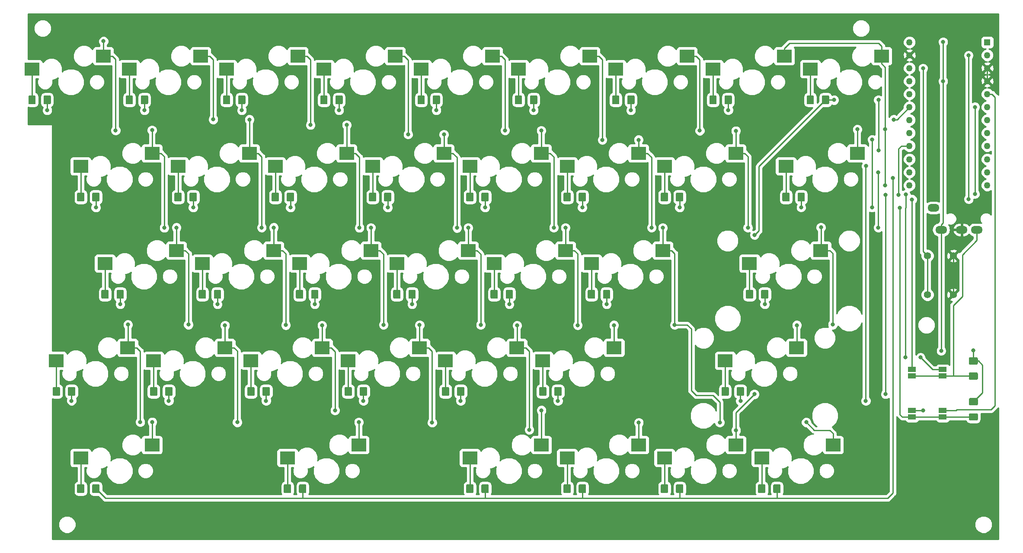
<source format=gbl>
G04 #@! TF.GenerationSoftware,KiCad,Pcbnew,(5.0.2)-1*
G04 #@! TF.CreationDate,2019-03-03T00:18:13+09:00*
G04 #@! TF.ProjectId,pakbd,70616b62-642e-46b6-9963-61645f706362,3*
G04 #@! TF.SameCoordinates,Original*
G04 #@! TF.FileFunction,Copper,L2,Bot*
G04 #@! TF.FilePolarity,Positive*
%FSLAX46Y46*%
G04 Gerber Fmt 4.6, Leading zero omitted, Abs format (unit mm)*
G04 Created by KiCad (PCBNEW (5.0.2)-1) date 2019/03/03 0:18:13*
%MOMM*%
%LPD*%
G01*
G04 APERTURE LIST*
G04 #@! TA.AperFunction,SMDPad,CuDef*
%ADD10R,3.000000X2.500000*%
G04 #@! TD*
G04 #@! TA.AperFunction,ComponentPad*
%ADD11C,1.397000*%
G04 #@! TD*
G04 #@! TA.AperFunction,ComponentPad*
%ADD12C,1.270000*%
G04 #@! TD*
G04 #@! TA.AperFunction,ComponentPad*
%ADD13R,1.270000X1.270000*%
G04 #@! TD*
G04 #@! TA.AperFunction,ComponentPad*
%ADD14O,2.300000X1.500000*%
G04 #@! TD*
G04 #@! TA.AperFunction,Conductor*
%ADD15C,0.100000*%
G04 #@! TD*
G04 #@! TA.AperFunction,SMDPad,CuDef*
%ADD16C,1.425000*%
G04 #@! TD*
G04 #@! TA.AperFunction,SMDPad,CuDef*
%ADD17R,1.500000X1.000000*%
G04 #@! TD*
G04 #@! TA.AperFunction,ViaPad*
%ADD18C,0.800000*%
G04 #@! TD*
G04 #@! TA.AperFunction,Conductor*
%ADD19C,0.250000*%
G04 #@! TD*
G04 #@! TA.AperFunction,Conductor*
%ADD20C,0.254000*%
G04 #@! TD*
G04 APERTURE END LIST*
D10*
G04 #@! TO.P,SW63,1*
G04 #@! TO.N,col9*
X314709500Y-106230000D03*
G04 #@! TO.P,SW63,2*
G04 #@! TO.N,Net-(D63-Pad1)*
X300739500Y-108770000D03*
G04 #@! TD*
G04 #@! TO.P,SW60,1*
G04 #@! TO.N,col6*
X219444500Y-106230000D03*
G04 #@! TO.P,SW60,2*
G04 #@! TO.N,Net-(D60-Pad1)*
X205474500Y-108770000D03*
G04 #@! TD*
D11*
G04 #@! TO.P,SW_r2,2*
G04 #@! TO.N,GND*
X376360000Y-76800000D03*
G04 #@! TO.P,SW_r2,1*
G04 #@! TO.N,reset1*
X371280000Y-76800000D03*
G04 #@! TO.P,SW_r2,2*
G04 #@! TO.N,GND*
X376360000Y-69180000D03*
G04 #@! TO.P,SW_r2,1*
G04 #@! TO.N,reset1*
X371280000Y-69180000D03*
G04 #@! TD*
D10*
G04 #@! TO.P,SW65,2*
G04 #@! TO.N,Net-(D65-Pad1)*
X338839500Y-108770000D03*
G04 #@! TO.P,SW65,1*
G04 #@! TO.N,col11*
X352809500Y-106230000D03*
G04 #@! TD*
G04 #@! TO.P,SW61,2*
G04 #@! TO.N,Net-(D61-Pad1)*
X245962000Y-108770000D03*
G04 #@! TO.P,SW61,1*
G04 #@! TO.N,col7*
X259932000Y-106230000D03*
G04 #@! TD*
G04 #@! TO.P,SW62,1*
G04 #@! TO.N,col8*
X295659500Y-106230000D03*
G04 #@! TO.P,SW62,2*
G04 #@! TO.N,Net-(D62-Pad1)*
X281689500Y-108770000D03*
G04 #@! TD*
D12*
G04 #@! TO.P,U2,3*
G04 #@! TO.N,GND*
X383010000Y-32400000D03*
G04 #@! TO.P,U2,7*
G04 #@! TO.N,row6*
X383010000Y-42560000D03*
G04 #@! TO.P,U2,5*
G04 #@! TO.N,xdata1b*
X383010000Y-37480000D03*
G04 #@! TO.P,U2,10*
G04 #@! TO.N,row9*
X383010000Y-50250000D03*
G04 #@! TO.P,U2,8*
G04 #@! TO.N,row7*
X383010000Y-45100000D03*
G04 #@! TO.P,U2,4*
G04 #@! TO.N,GND*
X383010000Y-34940000D03*
G04 #@! TO.P,U2,9*
G04 #@! TO.N,row8*
X383010000Y-47640000D03*
G04 #@! TO.P,U2,2*
G04 #@! TO.N,data1a*
X383010000Y-29860000D03*
D13*
G04 #@! TO.P,U2,1*
G04 #@! TO.N,xdata1a*
X383010000Y-27320000D03*
D12*
G04 #@! TO.P,U2,6*
G04 #@! TO.N,data1b*
X383010000Y-40020000D03*
G04 #@! TO.P,U2,11*
G04 #@! TO.N,row10*
X383010000Y-52790000D03*
G04 #@! TO.P,U2,12*
G04 #@! TO.N,Net-(U2-Pad12)*
X383010000Y-55330000D03*
G04 #@! TO.P,U2,23*
G04 #@! TO.N,GND*
X367770000Y-29860000D03*
G04 #@! TO.P,U2,24*
G04 #@! TO.N,VCC*
X367770000Y-27320000D03*
G04 #@! TO.P,U2,22*
G04 #@! TO.N,reset1*
X367770000Y-32400000D03*
G04 #@! TO.P,U2,21*
G04 #@! TO.N,VCC*
X367770000Y-34940000D03*
G04 #@! TO.P,U2,18*
G04 #@! TO.N,col8*
X367770000Y-42560000D03*
G04 #@! TO.P,U2,17*
G04 #@! TO.N,col9*
X367770000Y-45100000D03*
G04 #@! TO.P,U2,19*
G04 #@! TO.N,col7*
X367770000Y-40020000D03*
G04 #@! TO.P,U2,20*
G04 #@! TO.N,col6*
X367770000Y-37480000D03*
G04 #@! TO.P,U2,16*
G04 #@! TO.N,col10*
X367770000Y-47640000D03*
G04 #@! TO.P,U2,15*
G04 #@! TO.N,col11*
X367770000Y-50250000D03*
G04 #@! TO.P,U2,14*
G04 #@! TO.N,col12*
X367770000Y-52790000D03*
G04 #@! TO.P,U2,13*
G04 #@! TO.N,col13*
X367770000Y-55330000D03*
G04 #@! TD*
D10*
G04 #@! TO.P,SW64,2*
G04 #@! TO.N,Net-(D64-Pad1)*
X319789500Y-108770000D03*
G04 #@! TO.P,SW64,1*
G04 #@! TO.N,col10*
X333759500Y-106230000D03*
G04 #@! TD*
D14*
G04 #@! TO.P,J3,2*
G04 #@! TO.N,data1*
X380980000Y-64080000D03*
G04 #@! TO.P,J3,3*
G04 #@! TO.N,GND*
X377980000Y-64080000D03*
G04 #@! TO.P,J3,4*
G04 #@! TO.N,VCC*
X373980000Y-64080000D03*
G04 #@! TO.P,J3,1*
G04 #@! TO.N,xdata1*
X372480000Y-59780000D03*
G04 #@! TD*
D15*
G04 #@! TO.N,Net-(D38-Pad1)*
G04 #@! TO.C,D38*
G36*
X225012004Y-56796204D02*
X225036273Y-56799804D01*
X225060071Y-56805765D01*
X225083171Y-56814030D01*
X225105349Y-56824520D01*
X225126393Y-56837133D01*
X225146098Y-56851747D01*
X225164277Y-56868223D01*
X225180753Y-56886402D01*
X225195367Y-56906107D01*
X225207980Y-56927151D01*
X225218470Y-56949329D01*
X225226735Y-56972429D01*
X225232696Y-56996227D01*
X225236296Y-57020496D01*
X225237500Y-57045000D01*
X225237500Y-58295000D01*
X225236296Y-58319504D01*
X225232696Y-58343773D01*
X225226735Y-58367571D01*
X225218470Y-58390671D01*
X225207980Y-58412849D01*
X225195367Y-58433893D01*
X225180753Y-58453598D01*
X225164277Y-58471777D01*
X225146098Y-58488253D01*
X225126393Y-58502867D01*
X225105349Y-58515480D01*
X225083171Y-58525970D01*
X225060071Y-58534235D01*
X225036273Y-58540196D01*
X225012004Y-58543796D01*
X224987500Y-58545000D01*
X224062500Y-58545000D01*
X224037996Y-58543796D01*
X224013727Y-58540196D01*
X223989929Y-58534235D01*
X223966829Y-58525970D01*
X223944651Y-58515480D01*
X223923607Y-58502867D01*
X223903902Y-58488253D01*
X223885723Y-58471777D01*
X223869247Y-58453598D01*
X223854633Y-58433893D01*
X223842020Y-58412849D01*
X223831530Y-58390671D01*
X223823265Y-58367571D01*
X223817304Y-58343773D01*
X223813704Y-58319504D01*
X223812500Y-58295000D01*
X223812500Y-57045000D01*
X223813704Y-57020496D01*
X223817304Y-56996227D01*
X223823265Y-56972429D01*
X223831530Y-56949329D01*
X223842020Y-56927151D01*
X223854633Y-56906107D01*
X223869247Y-56886402D01*
X223885723Y-56868223D01*
X223903902Y-56851747D01*
X223923607Y-56837133D01*
X223944651Y-56824520D01*
X223966829Y-56814030D01*
X223989929Y-56805765D01*
X224013727Y-56799804D01*
X224037996Y-56796204D01*
X224062500Y-56795000D01*
X224987500Y-56795000D01*
X225012004Y-56796204D01*
X225012004Y-56796204D01*
G37*
D16*
G04 #@! TD*
G04 #@! TO.P,D38,1*
G04 #@! TO.N,Net-(D38-Pad1)*
X224525000Y-57670000D03*
D15*
G04 #@! TO.N,row7*
G04 #@! TO.C,D38*
G36*
X227987004Y-56796204D02*
X228011273Y-56799804D01*
X228035071Y-56805765D01*
X228058171Y-56814030D01*
X228080349Y-56824520D01*
X228101393Y-56837133D01*
X228121098Y-56851747D01*
X228139277Y-56868223D01*
X228155753Y-56886402D01*
X228170367Y-56906107D01*
X228182980Y-56927151D01*
X228193470Y-56949329D01*
X228201735Y-56972429D01*
X228207696Y-56996227D01*
X228211296Y-57020496D01*
X228212500Y-57045000D01*
X228212500Y-58295000D01*
X228211296Y-58319504D01*
X228207696Y-58343773D01*
X228201735Y-58367571D01*
X228193470Y-58390671D01*
X228182980Y-58412849D01*
X228170367Y-58433893D01*
X228155753Y-58453598D01*
X228139277Y-58471777D01*
X228121098Y-58488253D01*
X228101393Y-58502867D01*
X228080349Y-58515480D01*
X228058171Y-58525970D01*
X228035071Y-58534235D01*
X228011273Y-58540196D01*
X227987004Y-58543796D01*
X227962500Y-58545000D01*
X227037500Y-58545000D01*
X227012996Y-58543796D01*
X226988727Y-58540196D01*
X226964929Y-58534235D01*
X226941829Y-58525970D01*
X226919651Y-58515480D01*
X226898607Y-58502867D01*
X226878902Y-58488253D01*
X226860723Y-58471777D01*
X226844247Y-58453598D01*
X226829633Y-58433893D01*
X226817020Y-58412849D01*
X226806530Y-58390671D01*
X226798265Y-58367571D01*
X226792304Y-58343773D01*
X226788704Y-58319504D01*
X226787500Y-58295000D01*
X226787500Y-57045000D01*
X226788704Y-57020496D01*
X226792304Y-56996227D01*
X226798265Y-56972429D01*
X226806530Y-56949329D01*
X226817020Y-56927151D01*
X226829633Y-56906107D01*
X226844247Y-56886402D01*
X226860723Y-56868223D01*
X226878902Y-56851747D01*
X226898607Y-56837133D01*
X226919651Y-56824520D01*
X226941829Y-56814030D01*
X226964929Y-56805765D01*
X226988727Y-56799804D01*
X227012996Y-56796204D01*
X227037500Y-56795000D01*
X227962500Y-56795000D01*
X227987004Y-56796204D01*
X227987004Y-56796204D01*
G37*
D16*
G04 #@! TD*
G04 #@! TO.P,D38,2*
G04 #@! TO.N,row7*
X227500000Y-57670000D03*
D15*
G04 #@! TO.N,Net-(D29-Pad1)*
G04 #@! TO.C,D29*
G36*
X196437004Y-37746204D02*
X196461273Y-37749804D01*
X196485071Y-37755765D01*
X196508171Y-37764030D01*
X196530349Y-37774520D01*
X196551393Y-37787133D01*
X196571098Y-37801747D01*
X196589277Y-37818223D01*
X196605753Y-37836402D01*
X196620367Y-37856107D01*
X196632980Y-37877151D01*
X196643470Y-37899329D01*
X196651735Y-37922429D01*
X196657696Y-37946227D01*
X196661296Y-37970496D01*
X196662500Y-37995000D01*
X196662500Y-39245000D01*
X196661296Y-39269504D01*
X196657696Y-39293773D01*
X196651735Y-39317571D01*
X196643470Y-39340671D01*
X196632980Y-39362849D01*
X196620367Y-39383893D01*
X196605753Y-39403598D01*
X196589277Y-39421777D01*
X196571098Y-39438253D01*
X196551393Y-39452867D01*
X196530349Y-39465480D01*
X196508171Y-39475970D01*
X196485071Y-39484235D01*
X196461273Y-39490196D01*
X196437004Y-39493796D01*
X196412500Y-39495000D01*
X195487500Y-39495000D01*
X195462996Y-39493796D01*
X195438727Y-39490196D01*
X195414929Y-39484235D01*
X195391829Y-39475970D01*
X195369651Y-39465480D01*
X195348607Y-39452867D01*
X195328902Y-39438253D01*
X195310723Y-39421777D01*
X195294247Y-39403598D01*
X195279633Y-39383893D01*
X195267020Y-39362849D01*
X195256530Y-39340671D01*
X195248265Y-39317571D01*
X195242304Y-39293773D01*
X195238704Y-39269504D01*
X195237500Y-39245000D01*
X195237500Y-37995000D01*
X195238704Y-37970496D01*
X195242304Y-37946227D01*
X195248265Y-37922429D01*
X195256530Y-37899329D01*
X195267020Y-37877151D01*
X195279633Y-37856107D01*
X195294247Y-37836402D01*
X195310723Y-37818223D01*
X195328902Y-37801747D01*
X195348607Y-37787133D01*
X195369651Y-37774520D01*
X195391829Y-37764030D01*
X195414929Y-37755765D01*
X195438727Y-37749804D01*
X195462996Y-37746204D01*
X195487500Y-37745000D01*
X196412500Y-37745000D01*
X196437004Y-37746204D01*
X196437004Y-37746204D01*
G37*
D16*
G04 #@! TD*
G04 #@! TO.P,D29,1*
G04 #@! TO.N,Net-(D29-Pad1)*
X195950000Y-38620000D03*
D15*
G04 #@! TO.N,row6*
G04 #@! TO.C,D29*
G36*
X199412004Y-37746204D02*
X199436273Y-37749804D01*
X199460071Y-37755765D01*
X199483171Y-37764030D01*
X199505349Y-37774520D01*
X199526393Y-37787133D01*
X199546098Y-37801747D01*
X199564277Y-37818223D01*
X199580753Y-37836402D01*
X199595367Y-37856107D01*
X199607980Y-37877151D01*
X199618470Y-37899329D01*
X199626735Y-37922429D01*
X199632696Y-37946227D01*
X199636296Y-37970496D01*
X199637500Y-37995000D01*
X199637500Y-39245000D01*
X199636296Y-39269504D01*
X199632696Y-39293773D01*
X199626735Y-39317571D01*
X199618470Y-39340671D01*
X199607980Y-39362849D01*
X199595367Y-39383893D01*
X199580753Y-39403598D01*
X199564277Y-39421777D01*
X199546098Y-39438253D01*
X199526393Y-39452867D01*
X199505349Y-39465480D01*
X199483171Y-39475970D01*
X199460071Y-39484235D01*
X199436273Y-39490196D01*
X199412004Y-39493796D01*
X199387500Y-39495000D01*
X198462500Y-39495000D01*
X198437996Y-39493796D01*
X198413727Y-39490196D01*
X198389929Y-39484235D01*
X198366829Y-39475970D01*
X198344651Y-39465480D01*
X198323607Y-39452867D01*
X198303902Y-39438253D01*
X198285723Y-39421777D01*
X198269247Y-39403598D01*
X198254633Y-39383893D01*
X198242020Y-39362849D01*
X198231530Y-39340671D01*
X198223265Y-39317571D01*
X198217304Y-39293773D01*
X198213704Y-39269504D01*
X198212500Y-39245000D01*
X198212500Y-37995000D01*
X198213704Y-37970496D01*
X198217304Y-37946227D01*
X198223265Y-37922429D01*
X198231530Y-37899329D01*
X198242020Y-37877151D01*
X198254633Y-37856107D01*
X198269247Y-37836402D01*
X198285723Y-37818223D01*
X198303902Y-37801747D01*
X198323607Y-37787133D01*
X198344651Y-37774520D01*
X198366829Y-37764030D01*
X198389929Y-37755765D01*
X198413727Y-37749804D01*
X198437996Y-37746204D01*
X198462500Y-37745000D01*
X199387500Y-37745000D01*
X199412004Y-37746204D01*
X199412004Y-37746204D01*
G37*
D16*
G04 #@! TD*
G04 #@! TO.P,D29,2*
G04 #@! TO.N,row6*
X198925000Y-38620000D03*
D15*
G04 #@! TO.N,row6*
G04 #@! TO.C,D30*
G36*
X218462004Y-37746204D02*
X218486273Y-37749804D01*
X218510071Y-37755765D01*
X218533171Y-37764030D01*
X218555349Y-37774520D01*
X218576393Y-37787133D01*
X218596098Y-37801747D01*
X218614277Y-37818223D01*
X218630753Y-37836402D01*
X218645367Y-37856107D01*
X218657980Y-37877151D01*
X218668470Y-37899329D01*
X218676735Y-37922429D01*
X218682696Y-37946227D01*
X218686296Y-37970496D01*
X218687500Y-37995000D01*
X218687500Y-39245000D01*
X218686296Y-39269504D01*
X218682696Y-39293773D01*
X218676735Y-39317571D01*
X218668470Y-39340671D01*
X218657980Y-39362849D01*
X218645367Y-39383893D01*
X218630753Y-39403598D01*
X218614277Y-39421777D01*
X218596098Y-39438253D01*
X218576393Y-39452867D01*
X218555349Y-39465480D01*
X218533171Y-39475970D01*
X218510071Y-39484235D01*
X218486273Y-39490196D01*
X218462004Y-39493796D01*
X218437500Y-39495000D01*
X217512500Y-39495000D01*
X217487996Y-39493796D01*
X217463727Y-39490196D01*
X217439929Y-39484235D01*
X217416829Y-39475970D01*
X217394651Y-39465480D01*
X217373607Y-39452867D01*
X217353902Y-39438253D01*
X217335723Y-39421777D01*
X217319247Y-39403598D01*
X217304633Y-39383893D01*
X217292020Y-39362849D01*
X217281530Y-39340671D01*
X217273265Y-39317571D01*
X217267304Y-39293773D01*
X217263704Y-39269504D01*
X217262500Y-39245000D01*
X217262500Y-37995000D01*
X217263704Y-37970496D01*
X217267304Y-37946227D01*
X217273265Y-37922429D01*
X217281530Y-37899329D01*
X217292020Y-37877151D01*
X217304633Y-37856107D01*
X217319247Y-37836402D01*
X217335723Y-37818223D01*
X217353902Y-37801747D01*
X217373607Y-37787133D01*
X217394651Y-37774520D01*
X217416829Y-37764030D01*
X217439929Y-37755765D01*
X217463727Y-37749804D01*
X217487996Y-37746204D01*
X217512500Y-37745000D01*
X218437500Y-37745000D01*
X218462004Y-37746204D01*
X218462004Y-37746204D01*
G37*
D16*
G04 #@! TD*
G04 #@! TO.P,D30,2*
G04 #@! TO.N,row6*
X217975000Y-38620000D03*
D15*
G04 #@! TO.N,Net-(D30-Pad1)*
G04 #@! TO.C,D30*
G36*
X215487004Y-37746204D02*
X215511273Y-37749804D01*
X215535071Y-37755765D01*
X215558171Y-37764030D01*
X215580349Y-37774520D01*
X215601393Y-37787133D01*
X215621098Y-37801747D01*
X215639277Y-37818223D01*
X215655753Y-37836402D01*
X215670367Y-37856107D01*
X215682980Y-37877151D01*
X215693470Y-37899329D01*
X215701735Y-37922429D01*
X215707696Y-37946227D01*
X215711296Y-37970496D01*
X215712500Y-37995000D01*
X215712500Y-39245000D01*
X215711296Y-39269504D01*
X215707696Y-39293773D01*
X215701735Y-39317571D01*
X215693470Y-39340671D01*
X215682980Y-39362849D01*
X215670367Y-39383893D01*
X215655753Y-39403598D01*
X215639277Y-39421777D01*
X215621098Y-39438253D01*
X215601393Y-39452867D01*
X215580349Y-39465480D01*
X215558171Y-39475970D01*
X215535071Y-39484235D01*
X215511273Y-39490196D01*
X215487004Y-39493796D01*
X215462500Y-39495000D01*
X214537500Y-39495000D01*
X214512996Y-39493796D01*
X214488727Y-39490196D01*
X214464929Y-39484235D01*
X214441829Y-39475970D01*
X214419651Y-39465480D01*
X214398607Y-39452867D01*
X214378902Y-39438253D01*
X214360723Y-39421777D01*
X214344247Y-39403598D01*
X214329633Y-39383893D01*
X214317020Y-39362849D01*
X214306530Y-39340671D01*
X214298265Y-39317571D01*
X214292304Y-39293773D01*
X214288704Y-39269504D01*
X214287500Y-39245000D01*
X214287500Y-37995000D01*
X214288704Y-37970496D01*
X214292304Y-37946227D01*
X214298265Y-37922429D01*
X214306530Y-37899329D01*
X214317020Y-37877151D01*
X214329633Y-37856107D01*
X214344247Y-37836402D01*
X214360723Y-37818223D01*
X214378902Y-37801747D01*
X214398607Y-37787133D01*
X214419651Y-37774520D01*
X214441829Y-37764030D01*
X214464929Y-37755765D01*
X214488727Y-37749804D01*
X214512996Y-37746204D01*
X214537500Y-37745000D01*
X215462500Y-37745000D01*
X215487004Y-37746204D01*
X215487004Y-37746204D01*
G37*
D16*
G04 #@! TD*
G04 #@! TO.P,D30,1*
G04 #@! TO.N,Net-(D30-Pad1)*
X215000000Y-38620000D03*
D15*
G04 #@! TO.N,Net-(D33-Pad1)*
G04 #@! TO.C,D33*
G36*
X272637004Y-37746204D02*
X272661273Y-37749804D01*
X272685071Y-37755765D01*
X272708171Y-37764030D01*
X272730349Y-37774520D01*
X272751393Y-37787133D01*
X272771098Y-37801747D01*
X272789277Y-37818223D01*
X272805753Y-37836402D01*
X272820367Y-37856107D01*
X272832980Y-37877151D01*
X272843470Y-37899329D01*
X272851735Y-37922429D01*
X272857696Y-37946227D01*
X272861296Y-37970496D01*
X272862500Y-37995000D01*
X272862500Y-39245000D01*
X272861296Y-39269504D01*
X272857696Y-39293773D01*
X272851735Y-39317571D01*
X272843470Y-39340671D01*
X272832980Y-39362849D01*
X272820367Y-39383893D01*
X272805753Y-39403598D01*
X272789277Y-39421777D01*
X272771098Y-39438253D01*
X272751393Y-39452867D01*
X272730349Y-39465480D01*
X272708171Y-39475970D01*
X272685071Y-39484235D01*
X272661273Y-39490196D01*
X272637004Y-39493796D01*
X272612500Y-39495000D01*
X271687500Y-39495000D01*
X271662996Y-39493796D01*
X271638727Y-39490196D01*
X271614929Y-39484235D01*
X271591829Y-39475970D01*
X271569651Y-39465480D01*
X271548607Y-39452867D01*
X271528902Y-39438253D01*
X271510723Y-39421777D01*
X271494247Y-39403598D01*
X271479633Y-39383893D01*
X271467020Y-39362849D01*
X271456530Y-39340671D01*
X271448265Y-39317571D01*
X271442304Y-39293773D01*
X271438704Y-39269504D01*
X271437500Y-39245000D01*
X271437500Y-37995000D01*
X271438704Y-37970496D01*
X271442304Y-37946227D01*
X271448265Y-37922429D01*
X271456530Y-37899329D01*
X271467020Y-37877151D01*
X271479633Y-37856107D01*
X271494247Y-37836402D01*
X271510723Y-37818223D01*
X271528902Y-37801747D01*
X271548607Y-37787133D01*
X271569651Y-37774520D01*
X271591829Y-37764030D01*
X271614929Y-37755765D01*
X271638727Y-37749804D01*
X271662996Y-37746204D01*
X271687500Y-37745000D01*
X272612500Y-37745000D01*
X272637004Y-37746204D01*
X272637004Y-37746204D01*
G37*
D16*
G04 #@! TD*
G04 #@! TO.P,D33,1*
G04 #@! TO.N,Net-(D33-Pad1)*
X272150000Y-38620000D03*
D15*
G04 #@! TO.N,row6*
G04 #@! TO.C,D33*
G36*
X275612004Y-37746204D02*
X275636273Y-37749804D01*
X275660071Y-37755765D01*
X275683171Y-37764030D01*
X275705349Y-37774520D01*
X275726393Y-37787133D01*
X275746098Y-37801747D01*
X275764277Y-37818223D01*
X275780753Y-37836402D01*
X275795367Y-37856107D01*
X275807980Y-37877151D01*
X275818470Y-37899329D01*
X275826735Y-37922429D01*
X275832696Y-37946227D01*
X275836296Y-37970496D01*
X275837500Y-37995000D01*
X275837500Y-39245000D01*
X275836296Y-39269504D01*
X275832696Y-39293773D01*
X275826735Y-39317571D01*
X275818470Y-39340671D01*
X275807980Y-39362849D01*
X275795367Y-39383893D01*
X275780753Y-39403598D01*
X275764277Y-39421777D01*
X275746098Y-39438253D01*
X275726393Y-39452867D01*
X275705349Y-39465480D01*
X275683171Y-39475970D01*
X275660071Y-39484235D01*
X275636273Y-39490196D01*
X275612004Y-39493796D01*
X275587500Y-39495000D01*
X274662500Y-39495000D01*
X274637996Y-39493796D01*
X274613727Y-39490196D01*
X274589929Y-39484235D01*
X274566829Y-39475970D01*
X274544651Y-39465480D01*
X274523607Y-39452867D01*
X274503902Y-39438253D01*
X274485723Y-39421777D01*
X274469247Y-39403598D01*
X274454633Y-39383893D01*
X274442020Y-39362849D01*
X274431530Y-39340671D01*
X274423265Y-39317571D01*
X274417304Y-39293773D01*
X274413704Y-39269504D01*
X274412500Y-39245000D01*
X274412500Y-37995000D01*
X274413704Y-37970496D01*
X274417304Y-37946227D01*
X274423265Y-37922429D01*
X274431530Y-37899329D01*
X274442020Y-37877151D01*
X274454633Y-37856107D01*
X274469247Y-37836402D01*
X274485723Y-37818223D01*
X274503902Y-37801747D01*
X274523607Y-37787133D01*
X274544651Y-37774520D01*
X274566829Y-37764030D01*
X274589929Y-37755765D01*
X274613727Y-37749804D01*
X274637996Y-37746204D01*
X274662500Y-37745000D01*
X275587500Y-37745000D01*
X275612004Y-37746204D01*
X275612004Y-37746204D01*
G37*
D16*
G04 #@! TD*
G04 #@! TO.P,D33,2*
G04 #@! TO.N,row6*
X275125000Y-38620000D03*
D15*
G04 #@! TO.N,Net-(D31-Pad1)*
G04 #@! TO.C,D31*
G36*
X234537004Y-37746204D02*
X234561273Y-37749804D01*
X234585071Y-37755765D01*
X234608171Y-37764030D01*
X234630349Y-37774520D01*
X234651393Y-37787133D01*
X234671098Y-37801747D01*
X234689277Y-37818223D01*
X234705753Y-37836402D01*
X234720367Y-37856107D01*
X234732980Y-37877151D01*
X234743470Y-37899329D01*
X234751735Y-37922429D01*
X234757696Y-37946227D01*
X234761296Y-37970496D01*
X234762500Y-37995000D01*
X234762500Y-39245000D01*
X234761296Y-39269504D01*
X234757696Y-39293773D01*
X234751735Y-39317571D01*
X234743470Y-39340671D01*
X234732980Y-39362849D01*
X234720367Y-39383893D01*
X234705753Y-39403598D01*
X234689277Y-39421777D01*
X234671098Y-39438253D01*
X234651393Y-39452867D01*
X234630349Y-39465480D01*
X234608171Y-39475970D01*
X234585071Y-39484235D01*
X234561273Y-39490196D01*
X234537004Y-39493796D01*
X234512500Y-39495000D01*
X233587500Y-39495000D01*
X233562996Y-39493796D01*
X233538727Y-39490196D01*
X233514929Y-39484235D01*
X233491829Y-39475970D01*
X233469651Y-39465480D01*
X233448607Y-39452867D01*
X233428902Y-39438253D01*
X233410723Y-39421777D01*
X233394247Y-39403598D01*
X233379633Y-39383893D01*
X233367020Y-39362849D01*
X233356530Y-39340671D01*
X233348265Y-39317571D01*
X233342304Y-39293773D01*
X233338704Y-39269504D01*
X233337500Y-39245000D01*
X233337500Y-37995000D01*
X233338704Y-37970496D01*
X233342304Y-37946227D01*
X233348265Y-37922429D01*
X233356530Y-37899329D01*
X233367020Y-37877151D01*
X233379633Y-37856107D01*
X233394247Y-37836402D01*
X233410723Y-37818223D01*
X233428902Y-37801747D01*
X233448607Y-37787133D01*
X233469651Y-37774520D01*
X233491829Y-37764030D01*
X233514929Y-37755765D01*
X233538727Y-37749804D01*
X233562996Y-37746204D01*
X233587500Y-37745000D01*
X234512500Y-37745000D01*
X234537004Y-37746204D01*
X234537004Y-37746204D01*
G37*
D16*
G04 #@! TD*
G04 #@! TO.P,D31,1*
G04 #@! TO.N,Net-(D31-Pad1)*
X234050000Y-38620000D03*
D15*
G04 #@! TO.N,row6*
G04 #@! TO.C,D31*
G36*
X237512004Y-37746204D02*
X237536273Y-37749804D01*
X237560071Y-37755765D01*
X237583171Y-37764030D01*
X237605349Y-37774520D01*
X237626393Y-37787133D01*
X237646098Y-37801747D01*
X237664277Y-37818223D01*
X237680753Y-37836402D01*
X237695367Y-37856107D01*
X237707980Y-37877151D01*
X237718470Y-37899329D01*
X237726735Y-37922429D01*
X237732696Y-37946227D01*
X237736296Y-37970496D01*
X237737500Y-37995000D01*
X237737500Y-39245000D01*
X237736296Y-39269504D01*
X237732696Y-39293773D01*
X237726735Y-39317571D01*
X237718470Y-39340671D01*
X237707980Y-39362849D01*
X237695367Y-39383893D01*
X237680753Y-39403598D01*
X237664277Y-39421777D01*
X237646098Y-39438253D01*
X237626393Y-39452867D01*
X237605349Y-39465480D01*
X237583171Y-39475970D01*
X237560071Y-39484235D01*
X237536273Y-39490196D01*
X237512004Y-39493796D01*
X237487500Y-39495000D01*
X236562500Y-39495000D01*
X236537996Y-39493796D01*
X236513727Y-39490196D01*
X236489929Y-39484235D01*
X236466829Y-39475970D01*
X236444651Y-39465480D01*
X236423607Y-39452867D01*
X236403902Y-39438253D01*
X236385723Y-39421777D01*
X236369247Y-39403598D01*
X236354633Y-39383893D01*
X236342020Y-39362849D01*
X236331530Y-39340671D01*
X236323265Y-39317571D01*
X236317304Y-39293773D01*
X236313704Y-39269504D01*
X236312500Y-39245000D01*
X236312500Y-37995000D01*
X236313704Y-37970496D01*
X236317304Y-37946227D01*
X236323265Y-37922429D01*
X236331530Y-37899329D01*
X236342020Y-37877151D01*
X236354633Y-37856107D01*
X236369247Y-37836402D01*
X236385723Y-37818223D01*
X236403902Y-37801747D01*
X236423607Y-37787133D01*
X236444651Y-37774520D01*
X236466829Y-37764030D01*
X236489929Y-37755765D01*
X236513727Y-37749804D01*
X236537996Y-37746204D01*
X236562500Y-37745000D01*
X237487500Y-37745000D01*
X237512004Y-37746204D01*
X237512004Y-37746204D01*
G37*
D16*
G04 #@! TD*
G04 #@! TO.P,D31,2*
G04 #@! TO.N,row6*
X237025000Y-38620000D03*
D15*
G04 #@! TO.N,row6*
G04 #@! TO.C,D32*
G36*
X256562004Y-37746204D02*
X256586273Y-37749804D01*
X256610071Y-37755765D01*
X256633171Y-37764030D01*
X256655349Y-37774520D01*
X256676393Y-37787133D01*
X256696098Y-37801747D01*
X256714277Y-37818223D01*
X256730753Y-37836402D01*
X256745367Y-37856107D01*
X256757980Y-37877151D01*
X256768470Y-37899329D01*
X256776735Y-37922429D01*
X256782696Y-37946227D01*
X256786296Y-37970496D01*
X256787500Y-37995000D01*
X256787500Y-39245000D01*
X256786296Y-39269504D01*
X256782696Y-39293773D01*
X256776735Y-39317571D01*
X256768470Y-39340671D01*
X256757980Y-39362849D01*
X256745367Y-39383893D01*
X256730753Y-39403598D01*
X256714277Y-39421777D01*
X256696098Y-39438253D01*
X256676393Y-39452867D01*
X256655349Y-39465480D01*
X256633171Y-39475970D01*
X256610071Y-39484235D01*
X256586273Y-39490196D01*
X256562004Y-39493796D01*
X256537500Y-39495000D01*
X255612500Y-39495000D01*
X255587996Y-39493796D01*
X255563727Y-39490196D01*
X255539929Y-39484235D01*
X255516829Y-39475970D01*
X255494651Y-39465480D01*
X255473607Y-39452867D01*
X255453902Y-39438253D01*
X255435723Y-39421777D01*
X255419247Y-39403598D01*
X255404633Y-39383893D01*
X255392020Y-39362849D01*
X255381530Y-39340671D01*
X255373265Y-39317571D01*
X255367304Y-39293773D01*
X255363704Y-39269504D01*
X255362500Y-39245000D01*
X255362500Y-37995000D01*
X255363704Y-37970496D01*
X255367304Y-37946227D01*
X255373265Y-37922429D01*
X255381530Y-37899329D01*
X255392020Y-37877151D01*
X255404633Y-37856107D01*
X255419247Y-37836402D01*
X255435723Y-37818223D01*
X255453902Y-37801747D01*
X255473607Y-37787133D01*
X255494651Y-37774520D01*
X255516829Y-37764030D01*
X255539929Y-37755765D01*
X255563727Y-37749804D01*
X255587996Y-37746204D01*
X255612500Y-37745000D01*
X256537500Y-37745000D01*
X256562004Y-37746204D01*
X256562004Y-37746204D01*
G37*
D16*
G04 #@! TD*
G04 #@! TO.P,D32,2*
G04 #@! TO.N,row6*
X256075000Y-38620000D03*
D15*
G04 #@! TO.N,Net-(D32-Pad1)*
G04 #@! TO.C,D32*
G36*
X253587004Y-37746204D02*
X253611273Y-37749804D01*
X253635071Y-37755765D01*
X253658171Y-37764030D01*
X253680349Y-37774520D01*
X253701393Y-37787133D01*
X253721098Y-37801747D01*
X253739277Y-37818223D01*
X253755753Y-37836402D01*
X253770367Y-37856107D01*
X253782980Y-37877151D01*
X253793470Y-37899329D01*
X253801735Y-37922429D01*
X253807696Y-37946227D01*
X253811296Y-37970496D01*
X253812500Y-37995000D01*
X253812500Y-39245000D01*
X253811296Y-39269504D01*
X253807696Y-39293773D01*
X253801735Y-39317571D01*
X253793470Y-39340671D01*
X253782980Y-39362849D01*
X253770367Y-39383893D01*
X253755753Y-39403598D01*
X253739277Y-39421777D01*
X253721098Y-39438253D01*
X253701393Y-39452867D01*
X253680349Y-39465480D01*
X253658171Y-39475970D01*
X253635071Y-39484235D01*
X253611273Y-39490196D01*
X253587004Y-39493796D01*
X253562500Y-39495000D01*
X252637500Y-39495000D01*
X252612996Y-39493796D01*
X252588727Y-39490196D01*
X252564929Y-39484235D01*
X252541829Y-39475970D01*
X252519651Y-39465480D01*
X252498607Y-39452867D01*
X252478902Y-39438253D01*
X252460723Y-39421777D01*
X252444247Y-39403598D01*
X252429633Y-39383893D01*
X252417020Y-39362849D01*
X252406530Y-39340671D01*
X252398265Y-39317571D01*
X252392304Y-39293773D01*
X252388704Y-39269504D01*
X252387500Y-39245000D01*
X252387500Y-37995000D01*
X252388704Y-37970496D01*
X252392304Y-37946227D01*
X252398265Y-37922429D01*
X252406530Y-37899329D01*
X252417020Y-37877151D01*
X252429633Y-37856107D01*
X252444247Y-37836402D01*
X252460723Y-37818223D01*
X252478902Y-37801747D01*
X252498607Y-37787133D01*
X252519651Y-37774520D01*
X252541829Y-37764030D01*
X252564929Y-37755765D01*
X252588727Y-37749804D01*
X252612996Y-37746204D01*
X252637500Y-37745000D01*
X253562500Y-37745000D01*
X253587004Y-37746204D01*
X253587004Y-37746204D01*
G37*
D16*
G04 #@! TD*
G04 #@! TO.P,D32,1*
G04 #@! TO.N,Net-(D32-Pad1)*
X253100000Y-38620000D03*
D15*
G04 #@! TO.N,row6*
G04 #@! TO.C,D34*
G36*
X294662004Y-37746204D02*
X294686273Y-37749804D01*
X294710071Y-37755765D01*
X294733171Y-37764030D01*
X294755349Y-37774520D01*
X294776393Y-37787133D01*
X294796098Y-37801747D01*
X294814277Y-37818223D01*
X294830753Y-37836402D01*
X294845367Y-37856107D01*
X294857980Y-37877151D01*
X294868470Y-37899329D01*
X294876735Y-37922429D01*
X294882696Y-37946227D01*
X294886296Y-37970496D01*
X294887500Y-37995000D01*
X294887500Y-39245000D01*
X294886296Y-39269504D01*
X294882696Y-39293773D01*
X294876735Y-39317571D01*
X294868470Y-39340671D01*
X294857980Y-39362849D01*
X294845367Y-39383893D01*
X294830753Y-39403598D01*
X294814277Y-39421777D01*
X294796098Y-39438253D01*
X294776393Y-39452867D01*
X294755349Y-39465480D01*
X294733171Y-39475970D01*
X294710071Y-39484235D01*
X294686273Y-39490196D01*
X294662004Y-39493796D01*
X294637500Y-39495000D01*
X293712500Y-39495000D01*
X293687996Y-39493796D01*
X293663727Y-39490196D01*
X293639929Y-39484235D01*
X293616829Y-39475970D01*
X293594651Y-39465480D01*
X293573607Y-39452867D01*
X293553902Y-39438253D01*
X293535723Y-39421777D01*
X293519247Y-39403598D01*
X293504633Y-39383893D01*
X293492020Y-39362849D01*
X293481530Y-39340671D01*
X293473265Y-39317571D01*
X293467304Y-39293773D01*
X293463704Y-39269504D01*
X293462500Y-39245000D01*
X293462500Y-37995000D01*
X293463704Y-37970496D01*
X293467304Y-37946227D01*
X293473265Y-37922429D01*
X293481530Y-37899329D01*
X293492020Y-37877151D01*
X293504633Y-37856107D01*
X293519247Y-37836402D01*
X293535723Y-37818223D01*
X293553902Y-37801747D01*
X293573607Y-37787133D01*
X293594651Y-37774520D01*
X293616829Y-37764030D01*
X293639929Y-37755765D01*
X293663727Y-37749804D01*
X293687996Y-37746204D01*
X293712500Y-37745000D01*
X294637500Y-37745000D01*
X294662004Y-37746204D01*
X294662004Y-37746204D01*
G37*
D16*
G04 #@! TD*
G04 #@! TO.P,D34,2*
G04 #@! TO.N,row6*
X294175000Y-38620000D03*
D15*
G04 #@! TO.N,Net-(D34-Pad1)*
G04 #@! TO.C,D34*
G36*
X291687004Y-37746204D02*
X291711273Y-37749804D01*
X291735071Y-37755765D01*
X291758171Y-37764030D01*
X291780349Y-37774520D01*
X291801393Y-37787133D01*
X291821098Y-37801747D01*
X291839277Y-37818223D01*
X291855753Y-37836402D01*
X291870367Y-37856107D01*
X291882980Y-37877151D01*
X291893470Y-37899329D01*
X291901735Y-37922429D01*
X291907696Y-37946227D01*
X291911296Y-37970496D01*
X291912500Y-37995000D01*
X291912500Y-39245000D01*
X291911296Y-39269504D01*
X291907696Y-39293773D01*
X291901735Y-39317571D01*
X291893470Y-39340671D01*
X291882980Y-39362849D01*
X291870367Y-39383893D01*
X291855753Y-39403598D01*
X291839277Y-39421777D01*
X291821098Y-39438253D01*
X291801393Y-39452867D01*
X291780349Y-39465480D01*
X291758171Y-39475970D01*
X291735071Y-39484235D01*
X291711273Y-39490196D01*
X291687004Y-39493796D01*
X291662500Y-39495000D01*
X290737500Y-39495000D01*
X290712996Y-39493796D01*
X290688727Y-39490196D01*
X290664929Y-39484235D01*
X290641829Y-39475970D01*
X290619651Y-39465480D01*
X290598607Y-39452867D01*
X290578902Y-39438253D01*
X290560723Y-39421777D01*
X290544247Y-39403598D01*
X290529633Y-39383893D01*
X290517020Y-39362849D01*
X290506530Y-39340671D01*
X290498265Y-39317571D01*
X290492304Y-39293773D01*
X290488704Y-39269504D01*
X290487500Y-39245000D01*
X290487500Y-37995000D01*
X290488704Y-37970496D01*
X290492304Y-37946227D01*
X290498265Y-37922429D01*
X290506530Y-37899329D01*
X290517020Y-37877151D01*
X290529633Y-37856107D01*
X290544247Y-37836402D01*
X290560723Y-37818223D01*
X290578902Y-37801747D01*
X290598607Y-37787133D01*
X290619651Y-37774520D01*
X290641829Y-37764030D01*
X290664929Y-37755765D01*
X290688727Y-37749804D01*
X290712996Y-37746204D01*
X290737500Y-37745000D01*
X291662500Y-37745000D01*
X291687004Y-37746204D01*
X291687004Y-37746204D01*
G37*
D16*
G04 #@! TD*
G04 #@! TO.P,D34,1*
G04 #@! TO.N,Net-(D34-Pad1)*
X291200000Y-38620000D03*
D15*
G04 #@! TO.N,Net-(D35-Pad1)*
G04 #@! TO.C,D35*
G36*
X310737004Y-37746204D02*
X310761273Y-37749804D01*
X310785071Y-37755765D01*
X310808171Y-37764030D01*
X310830349Y-37774520D01*
X310851393Y-37787133D01*
X310871098Y-37801747D01*
X310889277Y-37818223D01*
X310905753Y-37836402D01*
X310920367Y-37856107D01*
X310932980Y-37877151D01*
X310943470Y-37899329D01*
X310951735Y-37922429D01*
X310957696Y-37946227D01*
X310961296Y-37970496D01*
X310962500Y-37995000D01*
X310962500Y-39245000D01*
X310961296Y-39269504D01*
X310957696Y-39293773D01*
X310951735Y-39317571D01*
X310943470Y-39340671D01*
X310932980Y-39362849D01*
X310920367Y-39383893D01*
X310905753Y-39403598D01*
X310889277Y-39421777D01*
X310871098Y-39438253D01*
X310851393Y-39452867D01*
X310830349Y-39465480D01*
X310808171Y-39475970D01*
X310785071Y-39484235D01*
X310761273Y-39490196D01*
X310737004Y-39493796D01*
X310712500Y-39495000D01*
X309787500Y-39495000D01*
X309762996Y-39493796D01*
X309738727Y-39490196D01*
X309714929Y-39484235D01*
X309691829Y-39475970D01*
X309669651Y-39465480D01*
X309648607Y-39452867D01*
X309628902Y-39438253D01*
X309610723Y-39421777D01*
X309594247Y-39403598D01*
X309579633Y-39383893D01*
X309567020Y-39362849D01*
X309556530Y-39340671D01*
X309548265Y-39317571D01*
X309542304Y-39293773D01*
X309538704Y-39269504D01*
X309537500Y-39245000D01*
X309537500Y-37995000D01*
X309538704Y-37970496D01*
X309542304Y-37946227D01*
X309548265Y-37922429D01*
X309556530Y-37899329D01*
X309567020Y-37877151D01*
X309579633Y-37856107D01*
X309594247Y-37836402D01*
X309610723Y-37818223D01*
X309628902Y-37801747D01*
X309648607Y-37787133D01*
X309669651Y-37774520D01*
X309691829Y-37764030D01*
X309714929Y-37755765D01*
X309738727Y-37749804D01*
X309762996Y-37746204D01*
X309787500Y-37745000D01*
X310712500Y-37745000D01*
X310737004Y-37746204D01*
X310737004Y-37746204D01*
G37*
D16*
G04 #@! TD*
G04 #@! TO.P,D35,1*
G04 #@! TO.N,Net-(D35-Pad1)*
X310250000Y-38620000D03*
D15*
G04 #@! TO.N,row6*
G04 #@! TO.C,D35*
G36*
X313712004Y-37746204D02*
X313736273Y-37749804D01*
X313760071Y-37755765D01*
X313783171Y-37764030D01*
X313805349Y-37774520D01*
X313826393Y-37787133D01*
X313846098Y-37801747D01*
X313864277Y-37818223D01*
X313880753Y-37836402D01*
X313895367Y-37856107D01*
X313907980Y-37877151D01*
X313918470Y-37899329D01*
X313926735Y-37922429D01*
X313932696Y-37946227D01*
X313936296Y-37970496D01*
X313937500Y-37995000D01*
X313937500Y-39245000D01*
X313936296Y-39269504D01*
X313932696Y-39293773D01*
X313926735Y-39317571D01*
X313918470Y-39340671D01*
X313907980Y-39362849D01*
X313895367Y-39383893D01*
X313880753Y-39403598D01*
X313864277Y-39421777D01*
X313846098Y-39438253D01*
X313826393Y-39452867D01*
X313805349Y-39465480D01*
X313783171Y-39475970D01*
X313760071Y-39484235D01*
X313736273Y-39490196D01*
X313712004Y-39493796D01*
X313687500Y-39495000D01*
X312762500Y-39495000D01*
X312737996Y-39493796D01*
X312713727Y-39490196D01*
X312689929Y-39484235D01*
X312666829Y-39475970D01*
X312644651Y-39465480D01*
X312623607Y-39452867D01*
X312603902Y-39438253D01*
X312585723Y-39421777D01*
X312569247Y-39403598D01*
X312554633Y-39383893D01*
X312542020Y-39362849D01*
X312531530Y-39340671D01*
X312523265Y-39317571D01*
X312517304Y-39293773D01*
X312513704Y-39269504D01*
X312512500Y-39245000D01*
X312512500Y-37995000D01*
X312513704Y-37970496D01*
X312517304Y-37946227D01*
X312523265Y-37922429D01*
X312531530Y-37899329D01*
X312542020Y-37877151D01*
X312554633Y-37856107D01*
X312569247Y-37836402D01*
X312585723Y-37818223D01*
X312603902Y-37801747D01*
X312623607Y-37787133D01*
X312644651Y-37774520D01*
X312666829Y-37764030D01*
X312689929Y-37755765D01*
X312713727Y-37749804D01*
X312737996Y-37746204D01*
X312762500Y-37745000D01*
X313687500Y-37745000D01*
X313712004Y-37746204D01*
X313712004Y-37746204D01*
G37*
D16*
G04 #@! TD*
G04 #@! TO.P,D35,2*
G04 #@! TO.N,row6*
X313225000Y-38620000D03*
D15*
G04 #@! TO.N,row6*
G04 #@! TO.C,D36*
G36*
X332762004Y-37746204D02*
X332786273Y-37749804D01*
X332810071Y-37755765D01*
X332833171Y-37764030D01*
X332855349Y-37774520D01*
X332876393Y-37787133D01*
X332896098Y-37801747D01*
X332914277Y-37818223D01*
X332930753Y-37836402D01*
X332945367Y-37856107D01*
X332957980Y-37877151D01*
X332968470Y-37899329D01*
X332976735Y-37922429D01*
X332982696Y-37946227D01*
X332986296Y-37970496D01*
X332987500Y-37995000D01*
X332987500Y-39245000D01*
X332986296Y-39269504D01*
X332982696Y-39293773D01*
X332976735Y-39317571D01*
X332968470Y-39340671D01*
X332957980Y-39362849D01*
X332945367Y-39383893D01*
X332930753Y-39403598D01*
X332914277Y-39421777D01*
X332896098Y-39438253D01*
X332876393Y-39452867D01*
X332855349Y-39465480D01*
X332833171Y-39475970D01*
X332810071Y-39484235D01*
X332786273Y-39490196D01*
X332762004Y-39493796D01*
X332737500Y-39495000D01*
X331812500Y-39495000D01*
X331787996Y-39493796D01*
X331763727Y-39490196D01*
X331739929Y-39484235D01*
X331716829Y-39475970D01*
X331694651Y-39465480D01*
X331673607Y-39452867D01*
X331653902Y-39438253D01*
X331635723Y-39421777D01*
X331619247Y-39403598D01*
X331604633Y-39383893D01*
X331592020Y-39362849D01*
X331581530Y-39340671D01*
X331573265Y-39317571D01*
X331567304Y-39293773D01*
X331563704Y-39269504D01*
X331562500Y-39245000D01*
X331562500Y-37995000D01*
X331563704Y-37970496D01*
X331567304Y-37946227D01*
X331573265Y-37922429D01*
X331581530Y-37899329D01*
X331592020Y-37877151D01*
X331604633Y-37856107D01*
X331619247Y-37836402D01*
X331635723Y-37818223D01*
X331653902Y-37801747D01*
X331673607Y-37787133D01*
X331694651Y-37774520D01*
X331716829Y-37764030D01*
X331739929Y-37755765D01*
X331763727Y-37749804D01*
X331787996Y-37746204D01*
X331812500Y-37745000D01*
X332737500Y-37745000D01*
X332762004Y-37746204D01*
X332762004Y-37746204D01*
G37*
D16*
G04 #@! TD*
G04 #@! TO.P,D36,2*
G04 #@! TO.N,row6*
X332275000Y-38620000D03*
D15*
G04 #@! TO.N,Net-(D36-Pad1)*
G04 #@! TO.C,D36*
G36*
X329787004Y-37746204D02*
X329811273Y-37749804D01*
X329835071Y-37755765D01*
X329858171Y-37764030D01*
X329880349Y-37774520D01*
X329901393Y-37787133D01*
X329921098Y-37801747D01*
X329939277Y-37818223D01*
X329955753Y-37836402D01*
X329970367Y-37856107D01*
X329982980Y-37877151D01*
X329993470Y-37899329D01*
X330001735Y-37922429D01*
X330007696Y-37946227D01*
X330011296Y-37970496D01*
X330012500Y-37995000D01*
X330012500Y-39245000D01*
X330011296Y-39269504D01*
X330007696Y-39293773D01*
X330001735Y-39317571D01*
X329993470Y-39340671D01*
X329982980Y-39362849D01*
X329970367Y-39383893D01*
X329955753Y-39403598D01*
X329939277Y-39421777D01*
X329921098Y-39438253D01*
X329901393Y-39452867D01*
X329880349Y-39465480D01*
X329858171Y-39475970D01*
X329835071Y-39484235D01*
X329811273Y-39490196D01*
X329787004Y-39493796D01*
X329762500Y-39495000D01*
X328837500Y-39495000D01*
X328812996Y-39493796D01*
X328788727Y-39490196D01*
X328764929Y-39484235D01*
X328741829Y-39475970D01*
X328719651Y-39465480D01*
X328698607Y-39452867D01*
X328678902Y-39438253D01*
X328660723Y-39421777D01*
X328644247Y-39403598D01*
X328629633Y-39383893D01*
X328617020Y-39362849D01*
X328606530Y-39340671D01*
X328598265Y-39317571D01*
X328592304Y-39293773D01*
X328588704Y-39269504D01*
X328587500Y-39245000D01*
X328587500Y-37995000D01*
X328588704Y-37970496D01*
X328592304Y-37946227D01*
X328598265Y-37922429D01*
X328606530Y-37899329D01*
X328617020Y-37877151D01*
X328629633Y-37856107D01*
X328644247Y-37836402D01*
X328660723Y-37818223D01*
X328678902Y-37801747D01*
X328698607Y-37787133D01*
X328719651Y-37774520D01*
X328741829Y-37764030D01*
X328764929Y-37755765D01*
X328788727Y-37749804D01*
X328812996Y-37746204D01*
X328837500Y-37745000D01*
X329762500Y-37745000D01*
X329787004Y-37746204D01*
X329787004Y-37746204D01*
G37*
D16*
G04 #@! TD*
G04 #@! TO.P,D36,1*
G04 #@! TO.N,Net-(D36-Pad1)*
X329300000Y-38620000D03*
D15*
G04 #@! TO.N,row7*
G04 #@! TO.C,D37*
G36*
X208937004Y-56796204D02*
X208961273Y-56799804D01*
X208985071Y-56805765D01*
X209008171Y-56814030D01*
X209030349Y-56824520D01*
X209051393Y-56837133D01*
X209071098Y-56851747D01*
X209089277Y-56868223D01*
X209105753Y-56886402D01*
X209120367Y-56906107D01*
X209132980Y-56927151D01*
X209143470Y-56949329D01*
X209151735Y-56972429D01*
X209157696Y-56996227D01*
X209161296Y-57020496D01*
X209162500Y-57045000D01*
X209162500Y-58295000D01*
X209161296Y-58319504D01*
X209157696Y-58343773D01*
X209151735Y-58367571D01*
X209143470Y-58390671D01*
X209132980Y-58412849D01*
X209120367Y-58433893D01*
X209105753Y-58453598D01*
X209089277Y-58471777D01*
X209071098Y-58488253D01*
X209051393Y-58502867D01*
X209030349Y-58515480D01*
X209008171Y-58525970D01*
X208985071Y-58534235D01*
X208961273Y-58540196D01*
X208937004Y-58543796D01*
X208912500Y-58545000D01*
X207987500Y-58545000D01*
X207962996Y-58543796D01*
X207938727Y-58540196D01*
X207914929Y-58534235D01*
X207891829Y-58525970D01*
X207869651Y-58515480D01*
X207848607Y-58502867D01*
X207828902Y-58488253D01*
X207810723Y-58471777D01*
X207794247Y-58453598D01*
X207779633Y-58433893D01*
X207767020Y-58412849D01*
X207756530Y-58390671D01*
X207748265Y-58367571D01*
X207742304Y-58343773D01*
X207738704Y-58319504D01*
X207737500Y-58295000D01*
X207737500Y-57045000D01*
X207738704Y-57020496D01*
X207742304Y-56996227D01*
X207748265Y-56972429D01*
X207756530Y-56949329D01*
X207767020Y-56927151D01*
X207779633Y-56906107D01*
X207794247Y-56886402D01*
X207810723Y-56868223D01*
X207828902Y-56851747D01*
X207848607Y-56837133D01*
X207869651Y-56824520D01*
X207891829Y-56814030D01*
X207914929Y-56805765D01*
X207938727Y-56799804D01*
X207962996Y-56796204D01*
X207987500Y-56795000D01*
X208912500Y-56795000D01*
X208937004Y-56796204D01*
X208937004Y-56796204D01*
G37*
D16*
G04 #@! TD*
G04 #@! TO.P,D37,2*
G04 #@! TO.N,row7*
X208450000Y-57670000D03*
D15*
G04 #@! TO.N,Net-(D37-Pad1)*
G04 #@! TO.C,D37*
G36*
X205962004Y-56796204D02*
X205986273Y-56799804D01*
X206010071Y-56805765D01*
X206033171Y-56814030D01*
X206055349Y-56824520D01*
X206076393Y-56837133D01*
X206096098Y-56851747D01*
X206114277Y-56868223D01*
X206130753Y-56886402D01*
X206145367Y-56906107D01*
X206157980Y-56927151D01*
X206168470Y-56949329D01*
X206176735Y-56972429D01*
X206182696Y-56996227D01*
X206186296Y-57020496D01*
X206187500Y-57045000D01*
X206187500Y-58295000D01*
X206186296Y-58319504D01*
X206182696Y-58343773D01*
X206176735Y-58367571D01*
X206168470Y-58390671D01*
X206157980Y-58412849D01*
X206145367Y-58433893D01*
X206130753Y-58453598D01*
X206114277Y-58471777D01*
X206096098Y-58488253D01*
X206076393Y-58502867D01*
X206055349Y-58515480D01*
X206033171Y-58525970D01*
X206010071Y-58534235D01*
X205986273Y-58540196D01*
X205962004Y-58543796D01*
X205937500Y-58545000D01*
X205012500Y-58545000D01*
X204987996Y-58543796D01*
X204963727Y-58540196D01*
X204939929Y-58534235D01*
X204916829Y-58525970D01*
X204894651Y-58515480D01*
X204873607Y-58502867D01*
X204853902Y-58488253D01*
X204835723Y-58471777D01*
X204819247Y-58453598D01*
X204804633Y-58433893D01*
X204792020Y-58412849D01*
X204781530Y-58390671D01*
X204773265Y-58367571D01*
X204767304Y-58343773D01*
X204763704Y-58319504D01*
X204762500Y-58295000D01*
X204762500Y-57045000D01*
X204763704Y-57020496D01*
X204767304Y-56996227D01*
X204773265Y-56972429D01*
X204781530Y-56949329D01*
X204792020Y-56927151D01*
X204804633Y-56906107D01*
X204819247Y-56886402D01*
X204835723Y-56868223D01*
X204853902Y-56851747D01*
X204873607Y-56837133D01*
X204894651Y-56824520D01*
X204916829Y-56814030D01*
X204939929Y-56805765D01*
X204963727Y-56799804D01*
X204987996Y-56796204D01*
X205012500Y-56795000D01*
X205937500Y-56795000D01*
X205962004Y-56796204D01*
X205962004Y-56796204D01*
G37*
D16*
G04 #@! TD*
G04 #@! TO.P,D37,1*
G04 #@! TO.N,Net-(D37-Pad1)*
X205475000Y-57670000D03*
D15*
G04 #@! TO.N,Net-(D39-Pad1)*
G04 #@! TO.C,D39*
G36*
X244062004Y-56796204D02*
X244086273Y-56799804D01*
X244110071Y-56805765D01*
X244133171Y-56814030D01*
X244155349Y-56824520D01*
X244176393Y-56837133D01*
X244196098Y-56851747D01*
X244214277Y-56868223D01*
X244230753Y-56886402D01*
X244245367Y-56906107D01*
X244257980Y-56927151D01*
X244268470Y-56949329D01*
X244276735Y-56972429D01*
X244282696Y-56996227D01*
X244286296Y-57020496D01*
X244287500Y-57045000D01*
X244287500Y-58295000D01*
X244286296Y-58319504D01*
X244282696Y-58343773D01*
X244276735Y-58367571D01*
X244268470Y-58390671D01*
X244257980Y-58412849D01*
X244245367Y-58433893D01*
X244230753Y-58453598D01*
X244214277Y-58471777D01*
X244196098Y-58488253D01*
X244176393Y-58502867D01*
X244155349Y-58515480D01*
X244133171Y-58525970D01*
X244110071Y-58534235D01*
X244086273Y-58540196D01*
X244062004Y-58543796D01*
X244037500Y-58545000D01*
X243112500Y-58545000D01*
X243087996Y-58543796D01*
X243063727Y-58540196D01*
X243039929Y-58534235D01*
X243016829Y-58525970D01*
X242994651Y-58515480D01*
X242973607Y-58502867D01*
X242953902Y-58488253D01*
X242935723Y-58471777D01*
X242919247Y-58453598D01*
X242904633Y-58433893D01*
X242892020Y-58412849D01*
X242881530Y-58390671D01*
X242873265Y-58367571D01*
X242867304Y-58343773D01*
X242863704Y-58319504D01*
X242862500Y-58295000D01*
X242862500Y-57045000D01*
X242863704Y-57020496D01*
X242867304Y-56996227D01*
X242873265Y-56972429D01*
X242881530Y-56949329D01*
X242892020Y-56927151D01*
X242904633Y-56906107D01*
X242919247Y-56886402D01*
X242935723Y-56868223D01*
X242953902Y-56851747D01*
X242973607Y-56837133D01*
X242994651Y-56824520D01*
X243016829Y-56814030D01*
X243039929Y-56805765D01*
X243063727Y-56799804D01*
X243087996Y-56796204D01*
X243112500Y-56795000D01*
X244037500Y-56795000D01*
X244062004Y-56796204D01*
X244062004Y-56796204D01*
G37*
D16*
G04 #@! TD*
G04 #@! TO.P,D39,1*
G04 #@! TO.N,Net-(D39-Pad1)*
X243575000Y-57670000D03*
D15*
G04 #@! TO.N,row7*
G04 #@! TO.C,D39*
G36*
X247037004Y-56796204D02*
X247061273Y-56799804D01*
X247085071Y-56805765D01*
X247108171Y-56814030D01*
X247130349Y-56824520D01*
X247151393Y-56837133D01*
X247171098Y-56851747D01*
X247189277Y-56868223D01*
X247205753Y-56886402D01*
X247220367Y-56906107D01*
X247232980Y-56927151D01*
X247243470Y-56949329D01*
X247251735Y-56972429D01*
X247257696Y-56996227D01*
X247261296Y-57020496D01*
X247262500Y-57045000D01*
X247262500Y-58295000D01*
X247261296Y-58319504D01*
X247257696Y-58343773D01*
X247251735Y-58367571D01*
X247243470Y-58390671D01*
X247232980Y-58412849D01*
X247220367Y-58433893D01*
X247205753Y-58453598D01*
X247189277Y-58471777D01*
X247171098Y-58488253D01*
X247151393Y-58502867D01*
X247130349Y-58515480D01*
X247108171Y-58525970D01*
X247085071Y-58534235D01*
X247061273Y-58540196D01*
X247037004Y-58543796D01*
X247012500Y-58545000D01*
X246087500Y-58545000D01*
X246062996Y-58543796D01*
X246038727Y-58540196D01*
X246014929Y-58534235D01*
X245991829Y-58525970D01*
X245969651Y-58515480D01*
X245948607Y-58502867D01*
X245928902Y-58488253D01*
X245910723Y-58471777D01*
X245894247Y-58453598D01*
X245879633Y-58433893D01*
X245867020Y-58412849D01*
X245856530Y-58390671D01*
X245848265Y-58367571D01*
X245842304Y-58343773D01*
X245838704Y-58319504D01*
X245837500Y-58295000D01*
X245837500Y-57045000D01*
X245838704Y-57020496D01*
X245842304Y-56996227D01*
X245848265Y-56972429D01*
X245856530Y-56949329D01*
X245867020Y-56927151D01*
X245879633Y-56906107D01*
X245894247Y-56886402D01*
X245910723Y-56868223D01*
X245928902Y-56851747D01*
X245948607Y-56837133D01*
X245969651Y-56824520D01*
X245991829Y-56814030D01*
X246014929Y-56805765D01*
X246038727Y-56799804D01*
X246062996Y-56796204D01*
X246087500Y-56795000D01*
X247012500Y-56795000D01*
X247037004Y-56796204D01*
X247037004Y-56796204D01*
G37*
D16*
G04 #@! TD*
G04 #@! TO.P,D39,2*
G04 #@! TO.N,row7*
X246550000Y-57670000D03*
D15*
G04 #@! TO.N,row7*
G04 #@! TO.C,D41*
G36*
X285137004Y-56796204D02*
X285161273Y-56799804D01*
X285185071Y-56805765D01*
X285208171Y-56814030D01*
X285230349Y-56824520D01*
X285251393Y-56837133D01*
X285271098Y-56851747D01*
X285289277Y-56868223D01*
X285305753Y-56886402D01*
X285320367Y-56906107D01*
X285332980Y-56927151D01*
X285343470Y-56949329D01*
X285351735Y-56972429D01*
X285357696Y-56996227D01*
X285361296Y-57020496D01*
X285362500Y-57045000D01*
X285362500Y-58295000D01*
X285361296Y-58319504D01*
X285357696Y-58343773D01*
X285351735Y-58367571D01*
X285343470Y-58390671D01*
X285332980Y-58412849D01*
X285320367Y-58433893D01*
X285305753Y-58453598D01*
X285289277Y-58471777D01*
X285271098Y-58488253D01*
X285251393Y-58502867D01*
X285230349Y-58515480D01*
X285208171Y-58525970D01*
X285185071Y-58534235D01*
X285161273Y-58540196D01*
X285137004Y-58543796D01*
X285112500Y-58545000D01*
X284187500Y-58545000D01*
X284162996Y-58543796D01*
X284138727Y-58540196D01*
X284114929Y-58534235D01*
X284091829Y-58525970D01*
X284069651Y-58515480D01*
X284048607Y-58502867D01*
X284028902Y-58488253D01*
X284010723Y-58471777D01*
X283994247Y-58453598D01*
X283979633Y-58433893D01*
X283967020Y-58412849D01*
X283956530Y-58390671D01*
X283948265Y-58367571D01*
X283942304Y-58343773D01*
X283938704Y-58319504D01*
X283937500Y-58295000D01*
X283937500Y-57045000D01*
X283938704Y-57020496D01*
X283942304Y-56996227D01*
X283948265Y-56972429D01*
X283956530Y-56949329D01*
X283967020Y-56927151D01*
X283979633Y-56906107D01*
X283994247Y-56886402D01*
X284010723Y-56868223D01*
X284028902Y-56851747D01*
X284048607Y-56837133D01*
X284069651Y-56824520D01*
X284091829Y-56814030D01*
X284114929Y-56805765D01*
X284138727Y-56799804D01*
X284162996Y-56796204D01*
X284187500Y-56795000D01*
X285112500Y-56795000D01*
X285137004Y-56796204D01*
X285137004Y-56796204D01*
G37*
D16*
G04 #@! TD*
G04 #@! TO.P,D41,2*
G04 #@! TO.N,row7*
X284650000Y-57670000D03*
D15*
G04 #@! TO.N,Net-(D41-Pad1)*
G04 #@! TO.C,D41*
G36*
X282162004Y-56796204D02*
X282186273Y-56799804D01*
X282210071Y-56805765D01*
X282233171Y-56814030D01*
X282255349Y-56824520D01*
X282276393Y-56837133D01*
X282296098Y-56851747D01*
X282314277Y-56868223D01*
X282330753Y-56886402D01*
X282345367Y-56906107D01*
X282357980Y-56927151D01*
X282368470Y-56949329D01*
X282376735Y-56972429D01*
X282382696Y-56996227D01*
X282386296Y-57020496D01*
X282387500Y-57045000D01*
X282387500Y-58295000D01*
X282386296Y-58319504D01*
X282382696Y-58343773D01*
X282376735Y-58367571D01*
X282368470Y-58390671D01*
X282357980Y-58412849D01*
X282345367Y-58433893D01*
X282330753Y-58453598D01*
X282314277Y-58471777D01*
X282296098Y-58488253D01*
X282276393Y-58502867D01*
X282255349Y-58515480D01*
X282233171Y-58525970D01*
X282210071Y-58534235D01*
X282186273Y-58540196D01*
X282162004Y-58543796D01*
X282137500Y-58545000D01*
X281212500Y-58545000D01*
X281187996Y-58543796D01*
X281163727Y-58540196D01*
X281139929Y-58534235D01*
X281116829Y-58525970D01*
X281094651Y-58515480D01*
X281073607Y-58502867D01*
X281053902Y-58488253D01*
X281035723Y-58471777D01*
X281019247Y-58453598D01*
X281004633Y-58433893D01*
X280992020Y-58412849D01*
X280981530Y-58390671D01*
X280973265Y-58367571D01*
X280967304Y-58343773D01*
X280963704Y-58319504D01*
X280962500Y-58295000D01*
X280962500Y-57045000D01*
X280963704Y-57020496D01*
X280967304Y-56996227D01*
X280973265Y-56972429D01*
X280981530Y-56949329D01*
X280992020Y-56927151D01*
X281004633Y-56906107D01*
X281019247Y-56886402D01*
X281035723Y-56868223D01*
X281053902Y-56851747D01*
X281073607Y-56837133D01*
X281094651Y-56824520D01*
X281116829Y-56814030D01*
X281139929Y-56805765D01*
X281163727Y-56799804D01*
X281187996Y-56796204D01*
X281212500Y-56795000D01*
X282137500Y-56795000D01*
X282162004Y-56796204D01*
X282162004Y-56796204D01*
G37*
D16*
G04 #@! TD*
G04 #@! TO.P,D41,1*
G04 #@! TO.N,Net-(D41-Pad1)*
X281675000Y-57670000D03*
D15*
G04 #@! TO.N,row8*
G04 #@! TO.C,D45*
G36*
X213699004Y-75846204D02*
X213723273Y-75849804D01*
X213747071Y-75855765D01*
X213770171Y-75864030D01*
X213792349Y-75874520D01*
X213813393Y-75887133D01*
X213833098Y-75901747D01*
X213851277Y-75918223D01*
X213867753Y-75936402D01*
X213882367Y-75956107D01*
X213894980Y-75977151D01*
X213905470Y-75999329D01*
X213913735Y-76022429D01*
X213919696Y-76046227D01*
X213923296Y-76070496D01*
X213924500Y-76095000D01*
X213924500Y-77345000D01*
X213923296Y-77369504D01*
X213919696Y-77393773D01*
X213913735Y-77417571D01*
X213905470Y-77440671D01*
X213894980Y-77462849D01*
X213882367Y-77483893D01*
X213867753Y-77503598D01*
X213851277Y-77521777D01*
X213833098Y-77538253D01*
X213813393Y-77552867D01*
X213792349Y-77565480D01*
X213770171Y-77575970D01*
X213747071Y-77584235D01*
X213723273Y-77590196D01*
X213699004Y-77593796D01*
X213674500Y-77595000D01*
X212749500Y-77595000D01*
X212724996Y-77593796D01*
X212700727Y-77590196D01*
X212676929Y-77584235D01*
X212653829Y-77575970D01*
X212631651Y-77565480D01*
X212610607Y-77552867D01*
X212590902Y-77538253D01*
X212572723Y-77521777D01*
X212556247Y-77503598D01*
X212541633Y-77483893D01*
X212529020Y-77462849D01*
X212518530Y-77440671D01*
X212510265Y-77417571D01*
X212504304Y-77393773D01*
X212500704Y-77369504D01*
X212499500Y-77345000D01*
X212499500Y-76095000D01*
X212500704Y-76070496D01*
X212504304Y-76046227D01*
X212510265Y-76022429D01*
X212518530Y-75999329D01*
X212529020Y-75977151D01*
X212541633Y-75956107D01*
X212556247Y-75936402D01*
X212572723Y-75918223D01*
X212590902Y-75901747D01*
X212610607Y-75887133D01*
X212631651Y-75874520D01*
X212653829Y-75864030D01*
X212676929Y-75855765D01*
X212700727Y-75849804D01*
X212724996Y-75846204D01*
X212749500Y-75845000D01*
X213674500Y-75845000D01*
X213699004Y-75846204D01*
X213699004Y-75846204D01*
G37*
D16*
G04 #@! TD*
G04 #@! TO.P,D45,2*
G04 #@! TO.N,row8*
X213212000Y-76720000D03*
D15*
G04 #@! TO.N,Net-(D45-Pad1)*
G04 #@! TO.C,D45*
G36*
X210724004Y-75846204D02*
X210748273Y-75849804D01*
X210772071Y-75855765D01*
X210795171Y-75864030D01*
X210817349Y-75874520D01*
X210838393Y-75887133D01*
X210858098Y-75901747D01*
X210876277Y-75918223D01*
X210892753Y-75936402D01*
X210907367Y-75956107D01*
X210919980Y-75977151D01*
X210930470Y-75999329D01*
X210938735Y-76022429D01*
X210944696Y-76046227D01*
X210948296Y-76070496D01*
X210949500Y-76095000D01*
X210949500Y-77345000D01*
X210948296Y-77369504D01*
X210944696Y-77393773D01*
X210938735Y-77417571D01*
X210930470Y-77440671D01*
X210919980Y-77462849D01*
X210907367Y-77483893D01*
X210892753Y-77503598D01*
X210876277Y-77521777D01*
X210858098Y-77538253D01*
X210838393Y-77552867D01*
X210817349Y-77565480D01*
X210795171Y-77575970D01*
X210772071Y-77584235D01*
X210748273Y-77590196D01*
X210724004Y-77593796D01*
X210699500Y-77595000D01*
X209774500Y-77595000D01*
X209749996Y-77593796D01*
X209725727Y-77590196D01*
X209701929Y-77584235D01*
X209678829Y-77575970D01*
X209656651Y-77565480D01*
X209635607Y-77552867D01*
X209615902Y-77538253D01*
X209597723Y-77521777D01*
X209581247Y-77503598D01*
X209566633Y-77483893D01*
X209554020Y-77462849D01*
X209543530Y-77440671D01*
X209535265Y-77417571D01*
X209529304Y-77393773D01*
X209525704Y-77369504D01*
X209524500Y-77345000D01*
X209524500Y-76095000D01*
X209525704Y-76070496D01*
X209529304Y-76046227D01*
X209535265Y-76022429D01*
X209543530Y-75999329D01*
X209554020Y-75977151D01*
X209566633Y-75956107D01*
X209581247Y-75936402D01*
X209597723Y-75918223D01*
X209615902Y-75901747D01*
X209635607Y-75887133D01*
X209656651Y-75874520D01*
X209678829Y-75864030D01*
X209701929Y-75855765D01*
X209725727Y-75849804D01*
X209749996Y-75846204D01*
X209774500Y-75845000D01*
X210699500Y-75845000D01*
X210724004Y-75846204D01*
X210724004Y-75846204D01*
G37*
D16*
G04 #@! TD*
G04 #@! TO.P,D45,1*
G04 #@! TO.N,Net-(D45-Pad1)*
X210237000Y-76720000D03*
D15*
G04 #@! TO.N,Net-(D48-Pad1)*
G04 #@! TO.C,D48*
G36*
X267874004Y-75846204D02*
X267898273Y-75849804D01*
X267922071Y-75855765D01*
X267945171Y-75864030D01*
X267967349Y-75874520D01*
X267988393Y-75887133D01*
X268008098Y-75901747D01*
X268026277Y-75918223D01*
X268042753Y-75936402D01*
X268057367Y-75956107D01*
X268069980Y-75977151D01*
X268080470Y-75999329D01*
X268088735Y-76022429D01*
X268094696Y-76046227D01*
X268098296Y-76070496D01*
X268099500Y-76095000D01*
X268099500Y-77345000D01*
X268098296Y-77369504D01*
X268094696Y-77393773D01*
X268088735Y-77417571D01*
X268080470Y-77440671D01*
X268069980Y-77462849D01*
X268057367Y-77483893D01*
X268042753Y-77503598D01*
X268026277Y-77521777D01*
X268008098Y-77538253D01*
X267988393Y-77552867D01*
X267967349Y-77565480D01*
X267945171Y-77575970D01*
X267922071Y-77584235D01*
X267898273Y-77590196D01*
X267874004Y-77593796D01*
X267849500Y-77595000D01*
X266924500Y-77595000D01*
X266899996Y-77593796D01*
X266875727Y-77590196D01*
X266851929Y-77584235D01*
X266828829Y-77575970D01*
X266806651Y-77565480D01*
X266785607Y-77552867D01*
X266765902Y-77538253D01*
X266747723Y-77521777D01*
X266731247Y-77503598D01*
X266716633Y-77483893D01*
X266704020Y-77462849D01*
X266693530Y-77440671D01*
X266685265Y-77417571D01*
X266679304Y-77393773D01*
X266675704Y-77369504D01*
X266674500Y-77345000D01*
X266674500Y-76095000D01*
X266675704Y-76070496D01*
X266679304Y-76046227D01*
X266685265Y-76022429D01*
X266693530Y-75999329D01*
X266704020Y-75977151D01*
X266716633Y-75956107D01*
X266731247Y-75936402D01*
X266747723Y-75918223D01*
X266765902Y-75901747D01*
X266785607Y-75887133D01*
X266806651Y-75874520D01*
X266828829Y-75864030D01*
X266851929Y-75855765D01*
X266875727Y-75849804D01*
X266899996Y-75846204D01*
X266924500Y-75845000D01*
X267849500Y-75845000D01*
X267874004Y-75846204D01*
X267874004Y-75846204D01*
G37*
D16*
G04 #@! TD*
G04 #@! TO.P,D48,1*
G04 #@! TO.N,Net-(D48-Pad1)*
X267387000Y-76720000D03*
D15*
G04 #@! TO.N,row8*
G04 #@! TO.C,D48*
G36*
X270849004Y-75846204D02*
X270873273Y-75849804D01*
X270897071Y-75855765D01*
X270920171Y-75864030D01*
X270942349Y-75874520D01*
X270963393Y-75887133D01*
X270983098Y-75901747D01*
X271001277Y-75918223D01*
X271017753Y-75936402D01*
X271032367Y-75956107D01*
X271044980Y-75977151D01*
X271055470Y-75999329D01*
X271063735Y-76022429D01*
X271069696Y-76046227D01*
X271073296Y-76070496D01*
X271074500Y-76095000D01*
X271074500Y-77345000D01*
X271073296Y-77369504D01*
X271069696Y-77393773D01*
X271063735Y-77417571D01*
X271055470Y-77440671D01*
X271044980Y-77462849D01*
X271032367Y-77483893D01*
X271017753Y-77503598D01*
X271001277Y-77521777D01*
X270983098Y-77538253D01*
X270963393Y-77552867D01*
X270942349Y-77565480D01*
X270920171Y-77575970D01*
X270897071Y-77584235D01*
X270873273Y-77590196D01*
X270849004Y-77593796D01*
X270824500Y-77595000D01*
X269899500Y-77595000D01*
X269874996Y-77593796D01*
X269850727Y-77590196D01*
X269826929Y-77584235D01*
X269803829Y-77575970D01*
X269781651Y-77565480D01*
X269760607Y-77552867D01*
X269740902Y-77538253D01*
X269722723Y-77521777D01*
X269706247Y-77503598D01*
X269691633Y-77483893D01*
X269679020Y-77462849D01*
X269668530Y-77440671D01*
X269660265Y-77417571D01*
X269654304Y-77393773D01*
X269650704Y-77369504D01*
X269649500Y-77345000D01*
X269649500Y-76095000D01*
X269650704Y-76070496D01*
X269654304Y-76046227D01*
X269660265Y-76022429D01*
X269668530Y-75999329D01*
X269679020Y-75977151D01*
X269691633Y-75956107D01*
X269706247Y-75936402D01*
X269722723Y-75918223D01*
X269740902Y-75901747D01*
X269760607Y-75887133D01*
X269781651Y-75874520D01*
X269803829Y-75864030D01*
X269826929Y-75855765D01*
X269850727Y-75849804D01*
X269874996Y-75846204D01*
X269899500Y-75845000D01*
X270824500Y-75845000D01*
X270849004Y-75846204D01*
X270849004Y-75846204D01*
G37*
D16*
G04 #@! TD*
G04 #@! TO.P,D48,2*
G04 #@! TO.N,row8*
X270362000Y-76720000D03*
D15*
G04 #@! TO.N,Net-(D50-Pad1)*
G04 #@! TO.C,D50*
G36*
X305974004Y-75846204D02*
X305998273Y-75849804D01*
X306022071Y-75855765D01*
X306045171Y-75864030D01*
X306067349Y-75874520D01*
X306088393Y-75887133D01*
X306108098Y-75901747D01*
X306126277Y-75918223D01*
X306142753Y-75936402D01*
X306157367Y-75956107D01*
X306169980Y-75977151D01*
X306180470Y-75999329D01*
X306188735Y-76022429D01*
X306194696Y-76046227D01*
X306198296Y-76070496D01*
X306199500Y-76095000D01*
X306199500Y-77345000D01*
X306198296Y-77369504D01*
X306194696Y-77393773D01*
X306188735Y-77417571D01*
X306180470Y-77440671D01*
X306169980Y-77462849D01*
X306157367Y-77483893D01*
X306142753Y-77503598D01*
X306126277Y-77521777D01*
X306108098Y-77538253D01*
X306088393Y-77552867D01*
X306067349Y-77565480D01*
X306045171Y-77575970D01*
X306022071Y-77584235D01*
X305998273Y-77590196D01*
X305974004Y-77593796D01*
X305949500Y-77595000D01*
X305024500Y-77595000D01*
X304999996Y-77593796D01*
X304975727Y-77590196D01*
X304951929Y-77584235D01*
X304928829Y-77575970D01*
X304906651Y-77565480D01*
X304885607Y-77552867D01*
X304865902Y-77538253D01*
X304847723Y-77521777D01*
X304831247Y-77503598D01*
X304816633Y-77483893D01*
X304804020Y-77462849D01*
X304793530Y-77440671D01*
X304785265Y-77417571D01*
X304779304Y-77393773D01*
X304775704Y-77369504D01*
X304774500Y-77345000D01*
X304774500Y-76095000D01*
X304775704Y-76070496D01*
X304779304Y-76046227D01*
X304785265Y-76022429D01*
X304793530Y-75999329D01*
X304804020Y-75977151D01*
X304816633Y-75956107D01*
X304831247Y-75936402D01*
X304847723Y-75918223D01*
X304865902Y-75901747D01*
X304885607Y-75887133D01*
X304906651Y-75874520D01*
X304928829Y-75864030D01*
X304951929Y-75855765D01*
X304975727Y-75849804D01*
X304999996Y-75846204D01*
X305024500Y-75845000D01*
X305949500Y-75845000D01*
X305974004Y-75846204D01*
X305974004Y-75846204D01*
G37*
D16*
G04 #@! TD*
G04 #@! TO.P,D50,1*
G04 #@! TO.N,Net-(D50-Pad1)*
X305487000Y-76720000D03*
D15*
G04 #@! TO.N,row8*
G04 #@! TO.C,D50*
G36*
X308949004Y-75846204D02*
X308973273Y-75849804D01*
X308997071Y-75855765D01*
X309020171Y-75864030D01*
X309042349Y-75874520D01*
X309063393Y-75887133D01*
X309083098Y-75901747D01*
X309101277Y-75918223D01*
X309117753Y-75936402D01*
X309132367Y-75956107D01*
X309144980Y-75977151D01*
X309155470Y-75999329D01*
X309163735Y-76022429D01*
X309169696Y-76046227D01*
X309173296Y-76070496D01*
X309174500Y-76095000D01*
X309174500Y-77345000D01*
X309173296Y-77369504D01*
X309169696Y-77393773D01*
X309163735Y-77417571D01*
X309155470Y-77440671D01*
X309144980Y-77462849D01*
X309132367Y-77483893D01*
X309117753Y-77503598D01*
X309101277Y-77521777D01*
X309083098Y-77538253D01*
X309063393Y-77552867D01*
X309042349Y-77565480D01*
X309020171Y-77575970D01*
X308997071Y-77584235D01*
X308973273Y-77590196D01*
X308949004Y-77593796D01*
X308924500Y-77595000D01*
X307999500Y-77595000D01*
X307974996Y-77593796D01*
X307950727Y-77590196D01*
X307926929Y-77584235D01*
X307903829Y-77575970D01*
X307881651Y-77565480D01*
X307860607Y-77552867D01*
X307840902Y-77538253D01*
X307822723Y-77521777D01*
X307806247Y-77503598D01*
X307791633Y-77483893D01*
X307779020Y-77462849D01*
X307768530Y-77440671D01*
X307760265Y-77417571D01*
X307754304Y-77393773D01*
X307750704Y-77369504D01*
X307749500Y-77345000D01*
X307749500Y-76095000D01*
X307750704Y-76070496D01*
X307754304Y-76046227D01*
X307760265Y-76022429D01*
X307768530Y-75999329D01*
X307779020Y-75977151D01*
X307791633Y-75956107D01*
X307806247Y-75936402D01*
X307822723Y-75918223D01*
X307840902Y-75901747D01*
X307860607Y-75887133D01*
X307881651Y-75874520D01*
X307903829Y-75864030D01*
X307926929Y-75855765D01*
X307950727Y-75849804D01*
X307974996Y-75846204D01*
X307999500Y-75845000D01*
X308924500Y-75845000D01*
X308949004Y-75846204D01*
X308949004Y-75846204D01*
G37*
D16*
G04 #@! TD*
G04 #@! TO.P,D50,2*
G04 #@! TO.N,row8*
X308462000Y-76720000D03*
D15*
G04 #@! TO.N,row8*
G04 #@! TO.C,D51*
G36*
X339905404Y-75846204D02*
X339929673Y-75849804D01*
X339953471Y-75855765D01*
X339976571Y-75864030D01*
X339998749Y-75874520D01*
X340019793Y-75887133D01*
X340039498Y-75901747D01*
X340057677Y-75918223D01*
X340074153Y-75936402D01*
X340088767Y-75956107D01*
X340101380Y-75977151D01*
X340111870Y-75999329D01*
X340120135Y-76022429D01*
X340126096Y-76046227D01*
X340129696Y-76070496D01*
X340130900Y-76095000D01*
X340130900Y-77345000D01*
X340129696Y-77369504D01*
X340126096Y-77393773D01*
X340120135Y-77417571D01*
X340111870Y-77440671D01*
X340101380Y-77462849D01*
X340088767Y-77483893D01*
X340074153Y-77503598D01*
X340057677Y-77521777D01*
X340039498Y-77538253D01*
X340019793Y-77552867D01*
X339998749Y-77565480D01*
X339976571Y-77575970D01*
X339953471Y-77584235D01*
X339929673Y-77590196D01*
X339905404Y-77593796D01*
X339880900Y-77595000D01*
X338955900Y-77595000D01*
X338931396Y-77593796D01*
X338907127Y-77590196D01*
X338883329Y-77584235D01*
X338860229Y-77575970D01*
X338838051Y-77565480D01*
X338817007Y-77552867D01*
X338797302Y-77538253D01*
X338779123Y-77521777D01*
X338762647Y-77503598D01*
X338748033Y-77483893D01*
X338735420Y-77462849D01*
X338724930Y-77440671D01*
X338716665Y-77417571D01*
X338710704Y-77393773D01*
X338707104Y-77369504D01*
X338705900Y-77345000D01*
X338705900Y-76095000D01*
X338707104Y-76070496D01*
X338710704Y-76046227D01*
X338716665Y-76022429D01*
X338724930Y-75999329D01*
X338735420Y-75977151D01*
X338748033Y-75956107D01*
X338762647Y-75936402D01*
X338779123Y-75918223D01*
X338797302Y-75901747D01*
X338817007Y-75887133D01*
X338838051Y-75874520D01*
X338860229Y-75864030D01*
X338883329Y-75855765D01*
X338907127Y-75849804D01*
X338931396Y-75846204D01*
X338955900Y-75845000D01*
X339880900Y-75845000D01*
X339905404Y-75846204D01*
X339905404Y-75846204D01*
G37*
D16*
G04 #@! TD*
G04 #@! TO.P,D51,2*
G04 #@! TO.N,row8*
X339418400Y-76720000D03*
D15*
G04 #@! TO.N,Net-(D51-Pad1)*
G04 #@! TO.C,D51*
G36*
X336930404Y-75846204D02*
X336954673Y-75849804D01*
X336978471Y-75855765D01*
X337001571Y-75864030D01*
X337023749Y-75874520D01*
X337044793Y-75887133D01*
X337064498Y-75901747D01*
X337082677Y-75918223D01*
X337099153Y-75936402D01*
X337113767Y-75956107D01*
X337126380Y-75977151D01*
X337136870Y-75999329D01*
X337145135Y-76022429D01*
X337151096Y-76046227D01*
X337154696Y-76070496D01*
X337155900Y-76095000D01*
X337155900Y-77345000D01*
X337154696Y-77369504D01*
X337151096Y-77393773D01*
X337145135Y-77417571D01*
X337136870Y-77440671D01*
X337126380Y-77462849D01*
X337113767Y-77483893D01*
X337099153Y-77503598D01*
X337082677Y-77521777D01*
X337064498Y-77538253D01*
X337044793Y-77552867D01*
X337023749Y-77565480D01*
X337001571Y-77575970D01*
X336978471Y-77584235D01*
X336954673Y-77590196D01*
X336930404Y-77593796D01*
X336905900Y-77595000D01*
X335980900Y-77595000D01*
X335956396Y-77593796D01*
X335932127Y-77590196D01*
X335908329Y-77584235D01*
X335885229Y-77575970D01*
X335863051Y-77565480D01*
X335842007Y-77552867D01*
X335822302Y-77538253D01*
X335804123Y-77521777D01*
X335787647Y-77503598D01*
X335773033Y-77483893D01*
X335760420Y-77462849D01*
X335749930Y-77440671D01*
X335741665Y-77417571D01*
X335735704Y-77393773D01*
X335732104Y-77369504D01*
X335730900Y-77345000D01*
X335730900Y-76095000D01*
X335732104Y-76070496D01*
X335735704Y-76046227D01*
X335741665Y-76022429D01*
X335749930Y-75999329D01*
X335760420Y-75977151D01*
X335773033Y-75956107D01*
X335787647Y-75936402D01*
X335804123Y-75918223D01*
X335822302Y-75901747D01*
X335842007Y-75887133D01*
X335863051Y-75874520D01*
X335885229Y-75864030D01*
X335908329Y-75855765D01*
X335932127Y-75849804D01*
X335956396Y-75846204D01*
X335980900Y-75845000D01*
X336905900Y-75845000D01*
X336930404Y-75846204D01*
X336930404Y-75846204D01*
G37*
D16*
G04 #@! TD*
G04 #@! TO.P,D51,1*
G04 #@! TO.N,Net-(D51-Pad1)*
X336443400Y-76720000D03*
D15*
G04 #@! TO.N,Net-(D52-Pad1)*
G04 #@! TO.C,D52*
G36*
X348837004Y-37746204D02*
X348861273Y-37749804D01*
X348885071Y-37755765D01*
X348908171Y-37764030D01*
X348930349Y-37774520D01*
X348951393Y-37787133D01*
X348971098Y-37801747D01*
X348989277Y-37818223D01*
X349005753Y-37836402D01*
X349020367Y-37856107D01*
X349032980Y-37877151D01*
X349043470Y-37899329D01*
X349051735Y-37922429D01*
X349057696Y-37946227D01*
X349061296Y-37970496D01*
X349062500Y-37995000D01*
X349062500Y-39245000D01*
X349061296Y-39269504D01*
X349057696Y-39293773D01*
X349051735Y-39317571D01*
X349043470Y-39340671D01*
X349032980Y-39362849D01*
X349020367Y-39383893D01*
X349005753Y-39403598D01*
X348989277Y-39421777D01*
X348971098Y-39438253D01*
X348951393Y-39452867D01*
X348930349Y-39465480D01*
X348908171Y-39475970D01*
X348885071Y-39484235D01*
X348861273Y-39490196D01*
X348837004Y-39493796D01*
X348812500Y-39495000D01*
X347887500Y-39495000D01*
X347862996Y-39493796D01*
X347838727Y-39490196D01*
X347814929Y-39484235D01*
X347791829Y-39475970D01*
X347769651Y-39465480D01*
X347748607Y-39452867D01*
X347728902Y-39438253D01*
X347710723Y-39421777D01*
X347694247Y-39403598D01*
X347679633Y-39383893D01*
X347667020Y-39362849D01*
X347656530Y-39340671D01*
X347648265Y-39317571D01*
X347642304Y-39293773D01*
X347638704Y-39269504D01*
X347637500Y-39245000D01*
X347637500Y-37995000D01*
X347638704Y-37970496D01*
X347642304Y-37946227D01*
X347648265Y-37922429D01*
X347656530Y-37899329D01*
X347667020Y-37877151D01*
X347679633Y-37856107D01*
X347694247Y-37836402D01*
X347710723Y-37818223D01*
X347728902Y-37801747D01*
X347748607Y-37787133D01*
X347769651Y-37774520D01*
X347791829Y-37764030D01*
X347814929Y-37755765D01*
X347838727Y-37749804D01*
X347862996Y-37746204D01*
X347887500Y-37745000D01*
X348812500Y-37745000D01*
X348837004Y-37746204D01*
X348837004Y-37746204D01*
G37*
D16*
G04 #@! TD*
G04 #@! TO.P,D52,1*
G04 #@! TO.N,Net-(D52-Pad1)*
X348350000Y-38620000D03*
D15*
G04 #@! TO.N,row8*
G04 #@! TO.C,D52*
G36*
X351812004Y-37746204D02*
X351836273Y-37749804D01*
X351860071Y-37755765D01*
X351883171Y-37764030D01*
X351905349Y-37774520D01*
X351926393Y-37787133D01*
X351946098Y-37801747D01*
X351964277Y-37818223D01*
X351980753Y-37836402D01*
X351995367Y-37856107D01*
X352007980Y-37877151D01*
X352018470Y-37899329D01*
X352026735Y-37922429D01*
X352032696Y-37946227D01*
X352036296Y-37970496D01*
X352037500Y-37995000D01*
X352037500Y-39245000D01*
X352036296Y-39269504D01*
X352032696Y-39293773D01*
X352026735Y-39317571D01*
X352018470Y-39340671D01*
X352007980Y-39362849D01*
X351995367Y-39383893D01*
X351980753Y-39403598D01*
X351964277Y-39421777D01*
X351946098Y-39438253D01*
X351926393Y-39452867D01*
X351905349Y-39465480D01*
X351883171Y-39475970D01*
X351860071Y-39484235D01*
X351836273Y-39490196D01*
X351812004Y-39493796D01*
X351787500Y-39495000D01*
X350862500Y-39495000D01*
X350837996Y-39493796D01*
X350813727Y-39490196D01*
X350789929Y-39484235D01*
X350766829Y-39475970D01*
X350744651Y-39465480D01*
X350723607Y-39452867D01*
X350703902Y-39438253D01*
X350685723Y-39421777D01*
X350669247Y-39403598D01*
X350654633Y-39383893D01*
X350642020Y-39362849D01*
X350631530Y-39340671D01*
X350623265Y-39317571D01*
X350617304Y-39293773D01*
X350613704Y-39269504D01*
X350612500Y-39245000D01*
X350612500Y-37995000D01*
X350613704Y-37970496D01*
X350617304Y-37946227D01*
X350623265Y-37922429D01*
X350631530Y-37899329D01*
X350642020Y-37877151D01*
X350654633Y-37856107D01*
X350669247Y-37836402D01*
X350685723Y-37818223D01*
X350703902Y-37801747D01*
X350723607Y-37787133D01*
X350744651Y-37774520D01*
X350766829Y-37764030D01*
X350789929Y-37755765D01*
X350813727Y-37749804D01*
X350837996Y-37746204D01*
X350862500Y-37745000D01*
X351787500Y-37745000D01*
X351812004Y-37746204D01*
X351812004Y-37746204D01*
G37*
D16*
G04 #@! TD*
G04 #@! TO.P,D52,2*
G04 #@! TO.N,row8*
X351325000Y-38620000D03*
D15*
G04 #@! TO.N,row9*
G04 #@! TO.C,D54*
G36*
X223224004Y-94896204D02*
X223248273Y-94899804D01*
X223272071Y-94905765D01*
X223295171Y-94914030D01*
X223317349Y-94924520D01*
X223338393Y-94937133D01*
X223358098Y-94951747D01*
X223376277Y-94968223D01*
X223392753Y-94986402D01*
X223407367Y-95006107D01*
X223419980Y-95027151D01*
X223430470Y-95049329D01*
X223438735Y-95072429D01*
X223444696Y-95096227D01*
X223448296Y-95120496D01*
X223449500Y-95145000D01*
X223449500Y-96395000D01*
X223448296Y-96419504D01*
X223444696Y-96443773D01*
X223438735Y-96467571D01*
X223430470Y-96490671D01*
X223419980Y-96512849D01*
X223407367Y-96533893D01*
X223392753Y-96553598D01*
X223376277Y-96571777D01*
X223358098Y-96588253D01*
X223338393Y-96602867D01*
X223317349Y-96615480D01*
X223295171Y-96625970D01*
X223272071Y-96634235D01*
X223248273Y-96640196D01*
X223224004Y-96643796D01*
X223199500Y-96645000D01*
X222274500Y-96645000D01*
X222249996Y-96643796D01*
X222225727Y-96640196D01*
X222201929Y-96634235D01*
X222178829Y-96625970D01*
X222156651Y-96615480D01*
X222135607Y-96602867D01*
X222115902Y-96588253D01*
X222097723Y-96571777D01*
X222081247Y-96553598D01*
X222066633Y-96533893D01*
X222054020Y-96512849D01*
X222043530Y-96490671D01*
X222035265Y-96467571D01*
X222029304Y-96443773D01*
X222025704Y-96419504D01*
X222024500Y-96395000D01*
X222024500Y-95145000D01*
X222025704Y-95120496D01*
X222029304Y-95096227D01*
X222035265Y-95072429D01*
X222043530Y-95049329D01*
X222054020Y-95027151D01*
X222066633Y-95006107D01*
X222081247Y-94986402D01*
X222097723Y-94968223D01*
X222115902Y-94951747D01*
X222135607Y-94937133D01*
X222156651Y-94924520D01*
X222178829Y-94914030D01*
X222201929Y-94905765D01*
X222225727Y-94899804D01*
X222249996Y-94896204D01*
X222274500Y-94895000D01*
X223199500Y-94895000D01*
X223224004Y-94896204D01*
X223224004Y-94896204D01*
G37*
D16*
G04 #@! TD*
G04 #@! TO.P,D54,2*
G04 #@! TO.N,row9*
X222737000Y-95770000D03*
D15*
G04 #@! TO.N,Net-(D54-Pad1)*
G04 #@! TO.C,D54*
G36*
X220249004Y-94896204D02*
X220273273Y-94899804D01*
X220297071Y-94905765D01*
X220320171Y-94914030D01*
X220342349Y-94924520D01*
X220363393Y-94937133D01*
X220383098Y-94951747D01*
X220401277Y-94968223D01*
X220417753Y-94986402D01*
X220432367Y-95006107D01*
X220444980Y-95027151D01*
X220455470Y-95049329D01*
X220463735Y-95072429D01*
X220469696Y-95096227D01*
X220473296Y-95120496D01*
X220474500Y-95145000D01*
X220474500Y-96395000D01*
X220473296Y-96419504D01*
X220469696Y-96443773D01*
X220463735Y-96467571D01*
X220455470Y-96490671D01*
X220444980Y-96512849D01*
X220432367Y-96533893D01*
X220417753Y-96553598D01*
X220401277Y-96571777D01*
X220383098Y-96588253D01*
X220363393Y-96602867D01*
X220342349Y-96615480D01*
X220320171Y-96625970D01*
X220297071Y-96634235D01*
X220273273Y-96640196D01*
X220249004Y-96643796D01*
X220224500Y-96645000D01*
X219299500Y-96645000D01*
X219274996Y-96643796D01*
X219250727Y-96640196D01*
X219226929Y-96634235D01*
X219203829Y-96625970D01*
X219181651Y-96615480D01*
X219160607Y-96602867D01*
X219140902Y-96588253D01*
X219122723Y-96571777D01*
X219106247Y-96553598D01*
X219091633Y-96533893D01*
X219079020Y-96512849D01*
X219068530Y-96490671D01*
X219060265Y-96467571D01*
X219054304Y-96443773D01*
X219050704Y-96419504D01*
X219049500Y-96395000D01*
X219049500Y-95145000D01*
X219050704Y-95120496D01*
X219054304Y-95096227D01*
X219060265Y-95072429D01*
X219068530Y-95049329D01*
X219079020Y-95027151D01*
X219091633Y-95006107D01*
X219106247Y-94986402D01*
X219122723Y-94968223D01*
X219140902Y-94951747D01*
X219160607Y-94937133D01*
X219181651Y-94924520D01*
X219203829Y-94914030D01*
X219226929Y-94905765D01*
X219250727Y-94899804D01*
X219274996Y-94896204D01*
X219299500Y-94895000D01*
X220224500Y-94895000D01*
X220249004Y-94896204D01*
X220249004Y-94896204D01*
G37*
D16*
G04 #@! TD*
G04 #@! TO.P,D54,1*
G04 #@! TO.N,Net-(D54-Pad1)*
X219762000Y-95770000D03*
D15*
G04 #@! TO.N,Net-(D55-Pad1)*
G04 #@! TO.C,D55*
G36*
X239299004Y-94896204D02*
X239323273Y-94899804D01*
X239347071Y-94905765D01*
X239370171Y-94914030D01*
X239392349Y-94924520D01*
X239413393Y-94937133D01*
X239433098Y-94951747D01*
X239451277Y-94968223D01*
X239467753Y-94986402D01*
X239482367Y-95006107D01*
X239494980Y-95027151D01*
X239505470Y-95049329D01*
X239513735Y-95072429D01*
X239519696Y-95096227D01*
X239523296Y-95120496D01*
X239524500Y-95145000D01*
X239524500Y-96395000D01*
X239523296Y-96419504D01*
X239519696Y-96443773D01*
X239513735Y-96467571D01*
X239505470Y-96490671D01*
X239494980Y-96512849D01*
X239482367Y-96533893D01*
X239467753Y-96553598D01*
X239451277Y-96571777D01*
X239433098Y-96588253D01*
X239413393Y-96602867D01*
X239392349Y-96615480D01*
X239370171Y-96625970D01*
X239347071Y-96634235D01*
X239323273Y-96640196D01*
X239299004Y-96643796D01*
X239274500Y-96645000D01*
X238349500Y-96645000D01*
X238324996Y-96643796D01*
X238300727Y-96640196D01*
X238276929Y-96634235D01*
X238253829Y-96625970D01*
X238231651Y-96615480D01*
X238210607Y-96602867D01*
X238190902Y-96588253D01*
X238172723Y-96571777D01*
X238156247Y-96553598D01*
X238141633Y-96533893D01*
X238129020Y-96512849D01*
X238118530Y-96490671D01*
X238110265Y-96467571D01*
X238104304Y-96443773D01*
X238100704Y-96419504D01*
X238099500Y-96395000D01*
X238099500Y-95145000D01*
X238100704Y-95120496D01*
X238104304Y-95096227D01*
X238110265Y-95072429D01*
X238118530Y-95049329D01*
X238129020Y-95027151D01*
X238141633Y-95006107D01*
X238156247Y-94986402D01*
X238172723Y-94968223D01*
X238190902Y-94951747D01*
X238210607Y-94937133D01*
X238231651Y-94924520D01*
X238253829Y-94914030D01*
X238276929Y-94905765D01*
X238300727Y-94899804D01*
X238324996Y-94896204D01*
X238349500Y-94895000D01*
X239274500Y-94895000D01*
X239299004Y-94896204D01*
X239299004Y-94896204D01*
G37*
D16*
G04 #@! TD*
G04 #@! TO.P,D55,1*
G04 #@! TO.N,Net-(D55-Pad1)*
X238812000Y-95770000D03*
D15*
G04 #@! TO.N,row9*
G04 #@! TO.C,D55*
G36*
X242274004Y-94896204D02*
X242298273Y-94899804D01*
X242322071Y-94905765D01*
X242345171Y-94914030D01*
X242367349Y-94924520D01*
X242388393Y-94937133D01*
X242408098Y-94951747D01*
X242426277Y-94968223D01*
X242442753Y-94986402D01*
X242457367Y-95006107D01*
X242469980Y-95027151D01*
X242480470Y-95049329D01*
X242488735Y-95072429D01*
X242494696Y-95096227D01*
X242498296Y-95120496D01*
X242499500Y-95145000D01*
X242499500Y-96395000D01*
X242498296Y-96419504D01*
X242494696Y-96443773D01*
X242488735Y-96467571D01*
X242480470Y-96490671D01*
X242469980Y-96512849D01*
X242457367Y-96533893D01*
X242442753Y-96553598D01*
X242426277Y-96571777D01*
X242408098Y-96588253D01*
X242388393Y-96602867D01*
X242367349Y-96615480D01*
X242345171Y-96625970D01*
X242322071Y-96634235D01*
X242298273Y-96640196D01*
X242274004Y-96643796D01*
X242249500Y-96645000D01*
X241324500Y-96645000D01*
X241299996Y-96643796D01*
X241275727Y-96640196D01*
X241251929Y-96634235D01*
X241228829Y-96625970D01*
X241206651Y-96615480D01*
X241185607Y-96602867D01*
X241165902Y-96588253D01*
X241147723Y-96571777D01*
X241131247Y-96553598D01*
X241116633Y-96533893D01*
X241104020Y-96512849D01*
X241093530Y-96490671D01*
X241085265Y-96467571D01*
X241079304Y-96443773D01*
X241075704Y-96419504D01*
X241074500Y-96395000D01*
X241074500Y-95145000D01*
X241075704Y-95120496D01*
X241079304Y-95096227D01*
X241085265Y-95072429D01*
X241093530Y-95049329D01*
X241104020Y-95027151D01*
X241116633Y-95006107D01*
X241131247Y-94986402D01*
X241147723Y-94968223D01*
X241165902Y-94951747D01*
X241185607Y-94937133D01*
X241206651Y-94924520D01*
X241228829Y-94914030D01*
X241251929Y-94905765D01*
X241275727Y-94899804D01*
X241299996Y-94896204D01*
X241324500Y-94895000D01*
X242249500Y-94895000D01*
X242274004Y-94896204D01*
X242274004Y-94896204D01*
G37*
D16*
G04 #@! TD*
G04 #@! TO.P,D55,2*
G04 #@! TO.N,row9*
X241787000Y-95770000D03*
D15*
G04 #@! TO.N,Net-(D46-Pad1)*
G04 #@! TO.C,D46*
G36*
X229774004Y-75846204D02*
X229798273Y-75849804D01*
X229822071Y-75855765D01*
X229845171Y-75864030D01*
X229867349Y-75874520D01*
X229888393Y-75887133D01*
X229908098Y-75901747D01*
X229926277Y-75918223D01*
X229942753Y-75936402D01*
X229957367Y-75956107D01*
X229969980Y-75977151D01*
X229980470Y-75999329D01*
X229988735Y-76022429D01*
X229994696Y-76046227D01*
X229998296Y-76070496D01*
X229999500Y-76095000D01*
X229999500Y-77345000D01*
X229998296Y-77369504D01*
X229994696Y-77393773D01*
X229988735Y-77417571D01*
X229980470Y-77440671D01*
X229969980Y-77462849D01*
X229957367Y-77483893D01*
X229942753Y-77503598D01*
X229926277Y-77521777D01*
X229908098Y-77538253D01*
X229888393Y-77552867D01*
X229867349Y-77565480D01*
X229845171Y-77575970D01*
X229822071Y-77584235D01*
X229798273Y-77590196D01*
X229774004Y-77593796D01*
X229749500Y-77595000D01*
X228824500Y-77595000D01*
X228799996Y-77593796D01*
X228775727Y-77590196D01*
X228751929Y-77584235D01*
X228728829Y-77575970D01*
X228706651Y-77565480D01*
X228685607Y-77552867D01*
X228665902Y-77538253D01*
X228647723Y-77521777D01*
X228631247Y-77503598D01*
X228616633Y-77483893D01*
X228604020Y-77462849D01*
X228593530Y-77440671D01*
X228585265Y-77417571D01*
X228579304Y-77393773D01*
X228575704Y-77369504D01*
X228574500Y-77345000D01*
X228574500Y-76095000D01*
X228575704Y-76070496D01*
X228579304Y-76046227D01*
X228585265Y-76022429D01*
X228593530Y-75999329D01*
X228604020Y-75977151D01*
X228616633Y-75956107D01*
X228631247Y-75936402D01*
X228647723Y-75918223D01*
X228665902Y-75901747D01*
X228685607Y-75887133D01*
X228706651Y-75874520D01*
X228728829Y-75864030D01*
X228751929Y-75855765D01*
X228775727Y-75849804D01*
X228799996Y-75846204D01*
X228824500Y-75845000D01*
X229749500Y-75845000D01*
X229774004Y-75846204D01*
X229774004Y-75846204D01*
G37*
D16*
G04 #@! TD*
G04 #@! TO.P,D46,1*
G04 #@! TO.N,Net-(D46-Pad1)*
X229287000Y-76720000D03*
D15*
G04 #@! TO.N,row8*
G04 #@! TO.C,D46*
G36*
X232749004Y-75846204D02*
X232773273Y-75849804D01*
X232797071Y-75855765D01*
X232820171Y-75864030D01*
X232842349Y-75874520D01*
X232863393Y-75887133D01*
X232883098Y-75901747D01*
X232901277Y-75918223D01*
X232917753Y-75936402D01*
X232932367Y-75956107D01*
X232944980Y-75977151D01*
X232955470Y-75999329D01*
X232963735Y-76022429D01*
X232969696Y-76046227D01*
X232973296Y-76070496D01*
X232974500Y-76095000D01*
X232974500Y-77345000D01*
X232973296Y-77369504D01*
X232969696Y-77393773D01*
X232963735Y-77417571D01*
X232955470Y-77440671D01*
X232944980Y-77462849D01*
X232932367Y-77483893D01*
X232917753Y-77503598D01*
X232901277Y-77521777D01*
X232883098Y-77538253D01*
X232863393Y-77552867D01*
X232842349Y-77565480D01*
X232820171Y-77575970D01*
X232797071Y-77584235D01*
X232773273Y-77590196D01*
X232749004Y-77593796D01*
X232724500Y-77595000D01*
X231799500Y-77595000D01*
X231774996Y-77593796D01*
X231750727Y-77590196D01*
X231726929Y-77584235D01*
X231703829Y-77575970D01*
X231681651Y-77565480D01*
X231660607Y-77552867D01*
X231640902Y-77538253D01*
X231622723Y-77521777D01*
X231606247Y-77503598D01*
X231591633Y-77483893D01*
X231579020Y-77462849D01*
X231568530Y-77440671D01*
X231560265Y-77417571D01*
X231554304Y-77393773D01*
X231550704Y-77369504D01*
X231549500Y-77345000D01*
X231549500Y-76095000D01*
X231550704Y-76070496D01*
X231554304Y-76046227D01*
X231560265Y-76022429D01*
X231568530Y-75999329D01*
X231579020Y-75977151D01*
X231591633Y-75956107D01*
X231606247Y-75936402D01*
X231622723Y-75918223D01*
X231640902Y-75901747D01*
X231660607Y-75887133D01*
X231681651Y-75874520D01*
X231703829Y-75864030D01*
X231726929Y-75855765D01*
X231750727Y-75849804D01*
X231774996Y-75846204D01*
X231799500Y-75845000D01*
X232724500Y-75845000D01*
X232749004Y-75846204D01*
X232749004Y-75846204D01*
G37*
D16*
G04 #@! TD*
G04 #@! TO.P,D46,2*
G04 #@! TO.N,row8*
X232262000Y-76720000D03*
D15*
G04 #@! TO.N,Net-(D40-Pad1)*
G04 #@! TO.C,D40*
G36*
X263112004Y-56796204D02*
X263136273Y-56799804D01*
X263160071Y-56805765D01*
X263183171Y-56814030D01*
X263205349Y-56824520D01*
X263226393Y-56837133D01*
X263246098Y-56851747D01*
X263264277Y-56868223D01*
X263280753Y-56886402D01*
X263295367Y-56906107D01*
X263307980Y-56927151D01*
X263318470Y-56949329D01*
X263326735Y-56972429D01*
X263332696Y-56996227D01*
X263336296Y-57020496D01*
X263337500Y-57045000D01*
X263337500Y-58295000D01*
X263336296Y-58319504D01*
X263332696Y-58343773D01*
X263326735Y-58367571D01*
X263318470Y-58390671D01*
X263307980Y-58412849D01*
X263295367Y-58433893D01*
X263280753Y-58453598D01*
X263264277Y-58471777D01*
X263246098Y-58488253D01*
X263226393Y-58502867D01*
X263205349Y-58515480D01*
X263183171Y-58525970D01*
X263160071Y-58534235D01*
X263136273Y-58540196D01*
X263112004Y-58543796D01*
X263087500Y-58545000D01*
X262162500Y-58545000D01*
X262137996Y-58543796D01*
X262113727Y-58540196D01*
X262089929Y-58534235D01*
X262066829Y-58525970D01*
X262044651Y-58515480D01*
X262023607Y-58502867D01*
X262003902Y-58488253D01*
X261985723Y-58471777D01*
X261969247Y-58453598D01*
X261954633Y-58433893D01*
X261942020Y-58412849D01*
X261931530Y-58390671D01*
X261923265Y-58367571D01*
X261917304Y-58343773D01*
X261913704Y-58319504D01*
X261912500Y-58295000D01*
X261912500Y-57045000D01*
X261913704Y-57020496D01*
X261917304Y-56996227D01*
X261923265Y-56972429D01*
X261931530Y-56949329D01*
X261942020Y-56927151D01*
X261954633Y-56906107D01*
X261969247Y-56886402D01*
X261985723Y-56868223D01*
X262003902Y-56851747D01*
X262023607Y-56837133D01*
X262044651Y-56824520D01*
X262066829Y-56814030D01*
X262089929Y-56805765D01*
X262113727Y-56799804D01*
X262137996Y-56796204D01*
X262162500Y-56795000D01*
X263087500Y-56795000D01*
X263112004Y-56796204D01*
X263112004Y-56796204D01*
G37*
D16*
G04 #@! TD*
G04 #@! TO.P,D40,1*
G04 #@! TO.N,Net-(D40-Pad1)*
X262625000Y-57670000D03*
D15*
G04 #@! TO.N,row7*
G04 #@! TO.C,D40*
G36*
X266087004Y-56796204D02*
X266111273Y-56799804D01*
X266135071Y-56805765D01*
X266158171Y-56814030D01*
X266180349Y-56824520D01*
X266201393Y-56837133D01*
X266221098Y-56851747D01*
X266239277Y-56868223D01*
X266255753Y-56886402D01*
X266270367Y-56906107D01*
X266282980Y-56927151D01*
X266293470Y-56949329D01*
X266301735Y-56972429D01*
X266307696Y-56996227D01*
X266311296Y-57020496D01*
X266312500Y-57045000D01*
X266312500Y-58295000D01*
X266311296Y-58319504D01*
X266307696Y-58343773D01*
X266301735Y-58367571D01*
X266293470Y-58390671D01*
X266282980Y-58412849D01*
X266270367Y-58433893D01*
X266255753Y-58453598D01*
X266239277Y-58471777D01*
X266221098Y-58488253D01*
X266201393Y-58502867D01*
X266180349Y-58515480D01*
X266158171Y-58525970D01*
X266135071Y-58534235D01*
X266111273Y-58540196D01*
X266087004Y-58543796D01*
X266062500Y-58545000D01*
X265137500Y-58545000D01*
X265112996Y-58543796D01*
X265088727Y-58540196D01*
X265064929Y-58534235D01*
X265041829Y-58525970D01*
X265019651Y-58515480D01*
X264998607Y-58502867D01*
X264978902Y-58488253D01*
X264960723Y-58471777D01*
X264944247Y-58453598D01*
X264929633Y-58433893D01*
X264917020Y-58412849D01*
X264906530Y-58390671D01*
X264898265Y-58367571D01*
X264892304Y-58343773D01*
X264888704Y-58319504D01*
X264887500Y-58295000D01*
X264887500Y-57045000D01*
X264888704Y-57020496D01*
X264892304Y-56996227D01*
X264898265Y-56972429D01*
X264906530Y-56949329D01*
X264917020Y-56927151D01*
X264929633Y-56906107D01*
X264944247Y-56886402D01*
X264960723Y-56868223D01*
X264978902Y-56851747D01*
X264998607Y-56837133D01*
X265019651Y-56824520D01*
X265041829Y-56814030D01*
X265064929Y-56805765D01*
X265088727Y-56799804D01*
X265112996Y-56796204D01*
X265137500Y-56795000D01*
X266062500Y-56795000D01*
X266087004Y-56796204D01*
X266087004Y-56796204D01*
G37*
D16*
G04 #@! TD*
G04 #@! TO.P,D40,2*
G04 #@! TO.N,row7*
X265600000Y-57670000D03*
D15*
G04 #@! TO.N,Net-(D56-Pad1)*
G04 #@! TO.C,D56*
G36*
X258349004Y-94896204D02*
X258373273Y-94899804D01*
X258397071Y-94905765D01*
X258420171Y-94914030D01*
X258442349Y-94924520D01*
X258463393Y-94937133D01*
X258483098Y-94951747D01*
X258501277Y-94968223D01*
X258517753Y-94986402D01*
X258532367Y-95006107D01*
X258544980Y-95027151D01*
X258555470Y-95049329D01*
X258563735Y-95072429D01*
X258569696Y-95096227D01*
X258573296Y-95120496D01*
X258574500Y-95145000D01*
X258574500Y-96395000D01*
X258573296Y-96419504D01*
X258569696Y-96443773D01*
X258563735Y-96467571D01*
X258555470Y-96490671D01*
X258544980Y-96512849D01*
X258532367Y-96533893D01*
X258517753Y-96553598D01*
X258501277Y-96571777D01*
X258483098Y-96588253D01*
X258463393Y-96602867D01*
X258442349Y-96615480D01*
X258420171Y-96625970D01*
X258397071Y-96634235D01*
X258373273Y-96640196D01*
X258349004Y-96643796D01*
X258324500Y-96645000D01*
X257399500Y-96645000D01*
X257374996Y-96643796D01*
X257350727Y-96640196D01*
X257326929Y-96634235D01*
X257303829Y-96625970D01*
X257281651Y-96615480D01*
X257260607Y-96602867D01*
X257240902Y-96588253D01*
X257222723Y-96571777D01*
X257206247Y-96553598D01*
X257191633Y-96533893D01*
X257179020Y-96512849D01*
X257168530Y-96490671D01*
X257160265Y-96467571D01*
X257154304Y-96443773D01*
X257150704Y-96419504D01*
X257149500Y-96395000D01*
X257149500Y-95145000D01*
X257150704Y-95120496D01*
X257154304Y-95096227D01*
X257160265Y-95072429D01*
X257168530Y-95049329D01*
X257179020Y-95027151D01*
X257191633Y-95006107D01*
X257206247Y-94986402D01*
X257222723Y-94968223D01*
X257240902Y-94951747D01*
X257260607Y-94937133D01*
X257281651Y-94924520D01*
X257303829Y-94914030D01*
X257326929Y-94905765D01*
X257350727Y-94899804D01*
X257374996Y-94896204D01*
X257399500Y-94895000D01*
X258324500Y-94895000D01*
X258349004Y-94896204D01*
X258349004Y-94896204D01*
G37*
D16*
G04 #@! TD*
G04 #@! TO.P,D56,1*
G04 #@! TO.N,Net-(D56-Pad1)*
X257862000Y-95770000D03*
D15*
G04 #@! TO.N,row9*
G04 #@! TO.C,D56*
G36*
X261324004Y-94896204D02*
X261348273Y-94899804D01*
X261372071Y-94905765D01*
X261395171Y-94914030D01*
X261417349Y-94924520D01*
X261438393Y-94937133D01*
X261458098Y-94951747D01*
X261476277Y-94968223D01*
X261492753Y-94986402D01*
X261507367Y-95006107D01*
X261519980Y-95027151D01*
X261530470Y-95049329D01*
X261538735Y-95072429D01*
X261544696Y-95096227D01*
X261548296Y-95120496D01*
X261549500Y-95145000D01*
X261549500Y-96395000D01*
X261548296Y-96419504D01*
X261544696Y-96443773D01*
X261538735Y-96467571D01*
X261530470Y-96490671D01*
X261519980Y-96512849D01*
X261507367Y-96533893D01*
X261492753Y-96553598D01*
X261476277Y-96571777D01*
X261458098Y-96588253D01*
X261438393Y-96602867D01*
X261417349Y-96615480D01*
X261395171Y-96625970D01*
X261372071Y-96634235D01*
X261348273Y-96640196D01*
X261324004Y-96643796D01*
X261299500Y-96645000D01*
X260374500Y-96645000D01*
X260349996Y-96643796D01*
X260325727Y-96640196D01*
X260301929Y-96634235D01*
X260278829Y-96625970D01*
X260256651Y-96615480D01*
X260235607Y-96602867D01*
X260215902Y-96588253D01*
X260197723Y-96571777D01*
X260181247Y-96553598D01*
X260166633Y-96533893D01*
X260154020Y-96512849D01*
X260143530Y-96490671D01*
X260135265Y-96467571D01*
X260129304Y-96443773D01*
X260125704Y-96419504D01*
X260124500Y-96395000D01*
X260124500Y-95145000D01*
X260125704Y-95120496D01*
X260129304Y-95096227D01*
X260135265Y-95072429D01*
X260143530Y-95049329D01*
X260154020Y-95027151D01*
X260166633Y-95006107D01*
X260181247Y-94986402D01*
X260197723Y-94968223D01*
X260215902Y-94951747D01*
X260235607Y-94937133D01*
X260256651Y-94924520D01*
X260278829Y-94914030D01*
X260301929Y-94905765D01*
X260325727Y-94899804D01*
X260349996Y-94896204D01*
X260374500Y-94895000D01*
X261299500Y-94895000D01*
X261324004Y-94896204D01*
X261324004Y-94896204D01*
G37*
D16*
G04 #@! TD*
G04 #@! TO.P,D56,2*
G04 #@! TO.N,row9*
X260837000Y-95770000D03*
D15*
G04 #@! TO.N,row9*
G04 #@! TO.C,D57*
G36*
X280374004Y-94896204D02*
X280398273Y-94899804D01*
X280422071Y-94905765D01*
X280445171Y-94914030D01*
X280467349Y-94924520D01*
X280488393Y-94937133D01*
X280508098Y-94951747D01*
X280526277Y-94968223D01*
X280542753Y-94986402D01*
X280557367Y-95006107D01*
X280569980Y-95027151D01*
X280580470Y-95049329D01*
X280588735Y-95072429D01*
X280594696Y-95096227D01*
X280598296Y-95120496D01*
X280599500Y-95145000D01*
X280599500Y-96395000D01*
X280598296Y-96419504D01*
X280594696Y-96443773D01*
X280588735Y-96467571D01*
X280580470Y-96490671D01*
X280569980Y-96512849D01*
X280557367Y-96533893D01*
X280542753Y-96553598D01*
X280526277Y-96571777D01*
X280508098Y-96588253D01*
X280488393Y-96602867D01*
X280467349Y-96615480D01*
X280445171Y-96625970D01*
X280422071Y-96634235D01*
X280398273Y-96640196D01*
X280374004Y-96643796D01*
X280349500Y-96645000D01*
X279424500Y-96645000D01*
X279399996Y-96643796D01*
X279375727Y-96640196D01*
X279351929Y-96634235D01*
X279328829Y-96625970D01*
X279306651Y-96615480D01*
X279285607Y-96602867D01*
X279265902Y-96588253D01*
X279247723Y-96571777D01*
X279231247Y-96553598D01*
X279216633Y-96533893D01*
X279204020Y-96512849D01*
X279193530Y-96490671D01*
X279185265Y-96467571D01*
X279179304Y-96443773D01*
X279175704Y-96419504D01*
X279174500Y-96395000D01*
X279174500Y-95145000D01*
X279175704Y-95120496D01*
X279179304Y-95096227D01*
X279185265Y-95072429D01*
X279193530Y-95049329D01*
X279204020Y-95027151D01*
X279216633Y-95006107D01*
X279231247Y-94986402D01*
X279247723Y-94968223D01*
X279265902Y-94951747D01*
X279285607Y-94937133D01*
X279306651Y-94924520D01*
X279328829Y-94914030D01*
X279351929Y-94905765D01*
X279375727Y-94899804D01*
X279399996Y-94896204D01*
X279424500Y-94895000D01*
X280349500Y-94895000D01*
X280374004Y-94896204D01*
X280374004Y-94896204D01*
G37*
D16*
G04 #@! TD*
G04 #@! TO.P,D57,2*
G04 #@! TO.N,row9*
X279887000Y-95770000D03*
D15*
G04 #@! TO.N,Net-(D57-Pad1)*
G04 #@! TO.C,D57*
G36*
X277399004Y-94896204D02*
X277423273Y-94899804D01*
X277447071Y-94905765D01*
X277470171Y-94914030D01*
X277492349Y-94924520D01*
X277513393Y-94937133D01*
X277533098Y-94951747D01*
X277551277Y-94968223D01*
X277567753Y-94986402D01*
X277582367Y-95006107D01*
X277594980Y-95027151D01*
X277605470Y-95049329D01*
X277613735Y-95072429D01*
X277619696Y-95096227D01*
X277623296Y-95120496D01*
X277624500Y-95145000D01*
X277624500Y-96395000D01*
X277623296Y-96419504D01*
X277619696Y-96443773D01*
X277613735Y-96467571D01*
X277605470Y-96490671D01*
X277594980Y-96512849D01*
X277582367Y-96533893D01*
X277567753Y-96553598D01*
X277551277Y-96571777D01*
X277533098Y-96588253D01*
X277513393Y-96602867D01*
X277492349Y-96615480D01*
X277470171Y-96625970D01*
X277447071Y-96634235D01*
X277423273Y-96640196D01*
X277399004Y-96643796D01*
X277374500Y-96645000D01*
X276449500Y-96645000D01*
X276424996Y-96643796D01*
X276400727Y-96640196D01*
X276376929Y-96634235D01*
X276353829Y-96625970D01*
X276331651Y-96615480D01*
X276310607Y-96602867D01*
X276290902Y-96588253D01*
X276272723Y-96571777D01*
X276256247Y-96553598D01*
X276241633Y-96533893D01*
X276229020Y-96512849D01*
X276218530Y-96490671D01*
X276210265Y-96467571D01*
X276204304Y-96443773D01*
X276200704Y-96419504D01*
X276199500Y-96395000D01*
X276199500Y-95145000D01*
X276200704Y-95120496D01*
X276204304Y-95096227D01*
X276210265Y-95072429D01*
X276218530Y-95049329D01*
X276229020Y-95027151D01*
X276241633Y-95006107D01*
X276256247Y-94986402D01*
X276272723Y-94968223D01*
X276290902Y-94951747D01*
X276310607Y-94937133D01*
X276331651Y-94924520D01*
X276353829Y-94914030D01*
X276376929Y-94905765D01*
X276400727Y-94899804D01*
X276424996Y-94896204D01*
X276449500Y-94895000D01*
X277374500Y-94895000D01*
X277399004Y-94896204D01*
X277399004Y-94896204D01*
G37*
D16*
G04 #@! TD*
G04 #@! TO.P,D57,1*
G04 #@! TO.N,Net-(D57-Pad1)*
X276912000Y-95770000D03*
D15*
G04 #@! TO.N,Net-(D42-Pad1)*
G04 #@! TO.C,D42*
G36*
X301212004Y-56796204D02*
X301236273Y-56799804D01*
X301260071Y-56805765D01*
X301283171Y-56814030D01*
X301305349Y-56824520D01*
X301326393Y-56837133D01*
X301346098Y-56851747D01*
X301364277Y-56868223D01*
X301380753Y-56886402D01*
X301395367Y-56906107D01*
X301407980Y-56927151D01*
X301418470Y-56949329D01*
X301426735Y-56972429D01*
X301432696Y-56996227D01*
X301436296Y-57020496D01*
X301437500Y-57045000D01*
X301437500Y-58295000D01*
X301436296Y-58319504D01*
X301432696Y-58343773D01*
X301426735Y-58367571D01*
X301418470Y-58390671D01*
X301407980Y-58412849D01*
X301395367Y-58433893D01*
X301380753Y-58453598D01*
X301364277Y-58471777D01*
X301346098Y-58488253D01*
X301326393Y-58502867D01*
X301305349Y-58515480D01*
X301283171Y-58525970D01*
X301260071Y-58534235D01*
X301236273Y-58540196D01*
X301212004Y-58543796D01*
X301187500Y-58545000D01*
X300262500Y-58545000D01*
X300237996Y-58543796D01*
X300213727Y-58540196D01*
X300189929Y-58534235D01*
X300166829Y-58525970D01*
X300144651Y-58515480D01*
X300123607Y-58502867D01*
X300103902Y-58488253D01*
X300085723Y-58471777D01*
X300069247Y-58453598D01*
X300054633Y-58433893D01*
X300042020Y-58412849D01*
X300031530Y-58390671D01*
X300023265Y-58367571D01*
X300017304Y-58343773D01*
X300013704Y-58319504D01*
X300012500Y-58295000D01*
X300012500Y-57045000D01*
X300013704Y-57020496D01*
X300017304Y-56996227D01*
X300023265Y-56972429D01*
X300031530Y-56949329D01*
X300042020Y-56927151D01*
X300054633Y-56906107D01*
X300069247Y-56886402D01*
X300085723Y-56868223D01*
X300103902Y-56851747D01*
X300123607Y-56837133D01*
X300144651Y-56824520D01*
X300166829Y-56814030D01*
X300189929Y-56805765D01*
X300213727Y-56799804D01*
X300237996Y-56796204D01*
X300262500Y-56795000D01*
X301187500Y-56795000D01*
X301212004Y-56796204D01*
X301212004Y-56796204D01*
G37*
D16*
G04 #@! TD*
G04 #@! TO.P,D42,1*
G04 #@! TO.N,Net-(D42-Pad1)*
X300725000Y-57670000D03*
D15*
G04 #@! TO.N,row7*
G04 #@! TO.C,D42*
G36*
X304187004Y-56796204D02*
X304211273Y-56799804D01*
X304235071Y-56805765D01*
X304258171Y-56814030D01*
X304280349Y-56824520D01*
X304301393Y-56837133D01*
X304321098Y-56851747D01*
X304339277Y-56868223D01*
X304355753Y-56886402D01*
X304370367Y-56906107D01*
X304382980Y-56927151D01*
X304393470Y-56949329D01*
X304401735Y-56972429D01*
X304407696Y-56996227D01*
X304411296Y-57020496D01*
X304412500Y-57045000D01*
X304412500Y-58295000D01*
X304411296Y-58319504D01*
X304407696Y-58343773D01*
X304401735Y-58367571D01*
X304393470Y-58390671D01*
X304382980Y-58412849D01*
X304370367Y-58433893D01*
X304355753Y-58453598D01*
X304339277Y-58471777D01*
X304321098Y-58488253D01*
X304301393Y-58502867D01*
X304280349Y-58515480D01*
X304258171Y-58525970D01*
X304235071Y-58534235D01*
X304211273Y-58540196D01*
X304187004Y-58543796D01*
X304162500Y-58545000D01*
X303237500Y-58545000D01*
X303212996Y-58543796D01*
X303188727Y-58540196D01*
X303164929Y-58534235D01*
X303141829Y-58525970D01*
X303119651Y-58515480D01*
X303098607Y-58502867D01*
X303078902Y-58488253D01*
X303060723Y-58471777D01*
X303044247Y-58453598D01*
X303029633Y-58433893D01*
X303017020Y-58412849D01*
X303006530Y-58390671D01*
X302998265Y-58367571D01*
X302992304Y-58343773D01*
X302988704Y-58319504D01*
X302987500Y-58295000D01*
X302987500Y-57045000D01*
X302988704Y-57020496D01*
X302992304Y-56996227D01*
X302998265Y-56972429D01*
X303006530Y-56949329D01*
X303017020Y-56927151D01*
X303029633Y-56906107D01*
X303044247Y-56886402D01*
X303060723Y-56868223D01*
X303078902Y-56851747D01*
X303098607Y-56837133D01*
X303119651Y-56824520D01*
X303141829Y-56814030D01*
X303164929Y-56805765D01*
X303188727Y-56799804D01*
X303212996Y-56796204D01*
X303237500Y-56795000D01*
X304162500Y-56795000D01*
X304187004Y-56796204D01*
X304187004Y-56796204D01*
G37*
D16*
G04 #@! TD*
G04 #@! TO.P,D42,2*
G04 #@! TO.N,row7*
X303700000Y-57670000D03*
D15*
G04 #@! TO.N,Net-(D58-Pad1)*
G04 #@! TO.C,D58*
G36*
X296449004Y-94896204D02*
X296473273Y-94899804D01*
X296497071Y-94905765D01*
X296520171Y-94914030D01*
X296542349Y-94924520D01*
X296563393Y-94937133D01*
X296583098Y-94951747D01*
X296601277Y-94968223D01*
X296617753Y-94986402D01*
X296632367Y-95006107D01*
X296644980Y-95027151D01*
X296655470Y-95049329D01*
X296663735Y-95072429D01*
X296669696Y-95096227D01*
X296673296Y-95120496D01*
X296674500Y-95145000D01*
X296674500Y-96395000D01*
X296673296Y-96419504D01*
X296669696Y-96443773D01*
X296663735Y-96467571D01*
X296655470Y-96490671D01*
X296644980Y-96512849D01*
X296632367Y-96533893D01*
X296617753Y-96553598D01*
X296601277Y-96571777D01*
X296583098Y-96588253D01*
X296563393Y-96602867D01*
X296542349Y-96615480D01*
X296520171Y-96625970D01*
X296497071Y-96634235D01*
X296473273Y-96640196D01*
X296449004Y-96643796D01*
X296424500Y-96645000D01*
X295499500Y-96645000D01*
X295474996Y-96643796D01*
X295450727Y-96640196D01*
X295426929Y-96634235D01*
X295403829Y-96625970D01*
X295381651Y-96615480D01*
X295360607Y-96602867D01*
X295340902Y-96588253D01*
X295322723Y-96571777D01*
X295306247Y-96553598D01*
X295291633Y-96533893D01*
X295279020Y-96512849D01*
X295268530Y-96490671D01*
X295260265Y-96467571D01*
X295254304Y-96443773D01*
X295250704Y-96419504D01*
X295249500Y-96395000D01*
X295249500Y-95145000D01*
X295250704Y-95120496D01*
X295254304Y-95096227D01*
X295260265Y-95072429D01*
X295268530Y-95049329D01*
X295279020Y-95027151D01*
X295291633Y-95006107D01*
X295306247Y-94986402D01*
X295322723Y-94968223D01*
X295340902Y-94951747D01*
X295360607Y-94937133D01*
X295381651Y-94924520D01*
X295403829Y-94914030D01*
X295426929Y-94905765D01*
X295450727Y-94899804D01*
X295474996Y-94896204D01*
X295499500Y-94895000D01*
X296424500Y-94895000D01*
X296449004Y-94896204D01*
X296449004Y-94896204D01*
G37*
D16*
G04 #@! TD*
G04 #@! TO.P,D58,1*
G04 #@! TO.N,Net-(D58-Pad1)*
X295962000Y-95770000D03*
D15*
G04 #@! TO.N,row9*
G04 #@! TO.C,D58*
G36*
X299424004Y-94896204D02*
X299448273Y-94899804D01*
X299472071Y-94905765D01*
X299495171Y-94914030D01*
X299517349Y-94924520D01*
X299538393Y-94937133D01*
X299558098Y-94951747D01*
X299576277Y-94968223D01*
X299592753Y-94986402D01*
X299607367Y-95006107D01*
X299619980Y-95027151D01*
X299630470Y-95049329D01*
X299638735Y-95072429D01*
X299644696Y-95096227D01*
X299648296Y-95120496D01*
X299649500Y-95145000D01*
X299649500Y-96395000D01*
X299648296Y-96419504D01*
X299644696Y-96443773D01*
X299638735Y-96467571D01*
X299630470Y-96490671D01*
X299619980Y-96512849D01*
X299607367Y-96533893D01*
X299592753Y-96553598D01*
X299576277Y-96571777D01*
X299558098Y-96588253D01*
X299538393Y-96602867D01*
X299517349Y-96615480D01*
X299495171Y-96625970D01*
X299472071Y-96634235D01*
X299448273Y-96640196D01*
X299424004Y-96643796D01*
X299399500Y-96645000D01*
X298474500Y-96645000D01*
X298449996Y-96643796D01*
X298425727Y-96640196D01*
X298401929Y-96634235D01*
X298378829Y-96625970D01*
X298356651Y-96615480D01*
X298335607Y-96602867D01*
X298315902Y-96588253D01*
X298297723Y-96571777D01*
X298281247Y-96553598D01*
X298266633Y-96533893D01*
X298254020Y-96512849D01*
X298243530Y-96490671D01*
X298235265Y-96467571D01*
X298229304Y-96443773D01*
X298225704Y-96419504D01*
X298224500Y-96395000D01*
X298224500Y-95145000D01*
X298225704Y-95120496D01*
X298229304Y-95096227D01*
X298235265Y-95072429D01*
X298243530Y-95049329D01*
X298254020Y-95027151D01*
X298266633Y-95006107D01*
X298281247Y-94986402D01*
X298297723Y-94968223D01*
X298315902Y-94951747D01*
X298335607Y-94937133D01*
X298356651Y-94924520D01*
X298378829Y-94914030D01*
X298401929Y-94905765D01*
X298425727Y-94899804D01*
X298449996Y-94896204D01*
X298474500Y-94895000D01*
X299399500Y-94895000D01*
X299424004Y-94896204D01*
X299424004Y-94896204D01*
G37*
D16*
G04 #@! TD*
G04 #@! TO.P,D58,2*
G04 #@! TO.N,row9*
X298937000Y-95770000D03*
D15*
G04 #@! TO.N,row8*
G04 #@! TO.C,D47*
G36*
X251799004Y-75846204D02*
X251823273Y-75849804D01*
X251847071Y-75855765D01*
X251870171Y-75864030D01*
X251892349Y-75874520D01*
X251913393Y-75887133D01*
X251933098Y-75901747D01*
X251951277Y-75918223D01*
X251967753Y-75936402D01*
X251982367Y-75956107D01*
X251994980Y-75977151D01*
X252005470Y-75999329D01*
X252013735Y-76022429D01*
X252019696Y-76046227D01*
X252023296Y-76070496D01*
X252024500Y-76095000D01*
X252024500Y-77345000D01*
X252023296Y-77369504D01*
X252019696Y-77393773D01*
X252013735Y-77417571D01*
X252005470Y-77440671D01*
X251994980Y-77462849D01*
X251982367Y-77483893D01*
X251967753Y-77503598D01*
X251951277Y-77521777D01*
X251933098Y-77538253D01*
X251913393Y-77552867D01*
X251892349Y-77565480D01*
X251870171Y-77575970D01*
X251847071Y-77584235D01*
X251823273Y-77590196D01*
X251799004Y-77593796D01*
X251774500Y-77595000D01*
X250849500Y-77595000D01*
X250824996Y-77593796D01*
X250800727Y-77590196D01*
X250776929Y-77584235D01*
X250753829Y-77575970D01*
X250731651Y-77565480D01*
X250710607Y-77552867D01*
X250690902Y-77538253D01*
X250672723Y-77521777D01*
X250656247Y-77503598D01*
X250641633Y-77483893D01*
X250629020Y-77462849D01*
X250618530Y-77440671D01*
X250610265Y-77417571D01*
X250604304Y-77393773D01*
X250600704Y-77369504D01*
X250599500Y-77345000D01*
X250599500Y-76095000D01*
X250600704Y-76070496D01*
X250604304Y-76046227D01*
X250610265Y-76022429D01*
X250618530Y-75999329D01*
X250629020Y-75977151D01*
X250641633Y-75956107D01*
X250656247Y-75936402D01*
X250672723Y-75918223D01*
X250690902Y-75901747D01*
X250710607Y-75887133D01*
X250731651Y-75874520D01*
X250753829Y-75864030D01*
X250776929Y-75855765D01*
X250800727Y-75849804D01*
X250824996Y-75846204D01*
X250849500Y-75845000D01*
X251774500Y-75845000D01*
X251799004Y-75846204D01*
X251799004Y-75846204D01*
G37*
D16*
G04 #@! TD*
G04 #@! TO.P,D47,2*
G04 #@! TO.N,row8*
X251312000Y-76720000D03*
D15*
G04 #@! TO.N,Net-(D47-Pad1)*
G04 #@! TO.C,D47*
G36*
X248824004Y-75846204D02*
X248848273Y-75849804D01*
X248872071Y-75855765D01*
X248895171Y-75864030D01*
X248917349Y-75874520D01*
X248938393Y-75887133D01*
X248958098Y-75901747D01*
X248976277Y-75918223D01*
X248992753Y-75936402D01*
X249007367Y-75956107D01*
X249019980Y-75977151D01*
X249030470Y-75999329D01*
X249038735Y-76022429D01*
X249044696Y-76046227D01*
X249048296Y-76070496D01*
X249049500Y-76095000D01*
X249049500Y-77345000D01*
X249048296Y-77369504D01*
X249044696Y-77393773D01*
X249038735Y-77417571D01*
X249030470Y-77440671D01*
X249019980Y-77462849D01*
X249007367Y-77483893D01*
X248992753Y-77503598D01*
X248976277Y-77521777D01*
X248958098Y-77538253D01*
X248938393Y-77552867D01*
X248917349Y-77565480D01*
X248895171Y-77575970D01*
X248872071Y-77584235D01*
X248848273Y-77590196D01*
X248824004Y-77593796D01*
X248799500Y-77595000D01*
X247874500Y-77595000D01*
X247849996Y-77593796D01*
X247825727Y-77590196D01*
X247801929Y-77584235D01*
X247778829Y-77575970D01*
X247756651Y-77565480D01*
X247735607Y-77552867D01*
X247715902Y-77538253D01*
X247697723Y-77521777D01*
X247681247Y-77503598D01*
X247666633Y-77483893D01*
X247654020Y-77462849D01*
X247643530Y-77440671D01*
X247635265Y-77417571D01*
X247629304Y-77393773D01*
X247625704Y-77369504D01*
X247624500Y-77345000D01*
X247624500Y-76095000D01*
X247625704Y-76070496D01*
X247629304Y-76046227D01*
X247635265Y-76022429D01*
X247643530Y-75999329D01*
X247654020Y-75977151D01*
X247666633Y-75956107D01*
X247681247Y-75936402D01*
X247697723Y-75918223D01*
X247715902Y-75901747D01*
X247735607Y-75887133D01*
X247756651Y-75874520D01*
X247778829Y-75864030D01*
X247801929Y-75855765D01*
X247825727Y-75849804D01*
X247849996Y-75846204D01*
X247874500Y-75845000D01*
X248799500Y-75845000D01*
X248824004Y-75846204D01*
X248824004Y-75846204D01*
G37*
D16*
G04 #@! TD*
G04 #@! TO.P,D47,1*
G04 #@! TO.N,Net-(D47-Pad1)*
X248337000Y-76720000D03*
D15*
G04 #@! TO.N,row8*
G04 #@! TO.C,D49*
G36*
X289899004Y-75846204D02*
X289923273Y-75849804D01*
X289947071Y-75855765D01*
X289970171Y-75864030D01*
X289992349Y-75874520D01*
X290013393Y-75887133D01*
X290033098Y-75901747D01*
X290051277Y-75918223D01*
X290067753Y-75936402D01*
X290082367Y-75956107D01*
X290094980Y-75977151D01*
X290105470Y-75999329D01*
X290113735Y-76022429D01*
X290119696Y-76046227D01*
X290123296Y-76070496D01*
X290124500Y-76095000D01*
X290124500Y-77345000D01*
X290123296Y-77369504D01*
X290119696Y-77393773D01*
X290113735Y-77417571D01*
X290105470Y-77440671D01*
X290094980Y-77462849D01*
X290082367Y-77483893D01*
X290067753Y-77503598D01*
X290051277Y-77521777D01*
X290033098Y-77538253D01*
X290013393Y-77552867D01*
X289992349Y-77565480D01*
X289970171Y-77575970D01*
X289947071Y-77584235D01*
X289923273Y-77590196D01*
X289899004Y-77593796D01*
X289874500Y-77595000D01*
X288949500Y-77595000D01*
X288924996Y-77593796D01*
X288900727Y-77590196D01*
X288876929Y-77584235D01*
X288853829Y-77575970D01*
X288831651Y-77565480D01*
X288810607Y-77552867D01*
X288790902Y-77538253D01*
X288772723Y-77521777D01*
X288756247Y-77503598D01*
X288741633Y-77483893D01*
X288729020Y-77462849D01*
X288718530Y-77440671D01*
X288710265Y-77417571D01*
X288704304Y-77393773D01*
X288700704Y-77369504D01*
X288699500Y-77345000D01*
X288699500Y-76095000D01*
X288700704Y-76070496D01*
X288704304Y-76046227D01*
X288710265Y-76022429D01*
X288718530Y-75999329D01*
X288729020Y-75977151D01*
X288741633Y-75956107D01*
X288756247Y-75936402D01*
X288772723Y-75918223D01*
X288790902Y-75901747D01*
X288810607Y-75887133D01*
X288831651Y-75874520D01*
X288853829Y-75864030D01*
X288876929Y-75855765D01*
X288900727Y-75849804D01*
X288924996Y-75846204D01*
X288949500Y-75845000D01*
X289874500Y-75845000D01*
X289899004Y-75846204D01*
X289899004Y-75846204D01*
G37*
D16*
G04 #@! TD*
G04 #@! TO.P,D49,2*
G04 #@! TO.N,row8*
X289412000Y-76720000D03*
D15*
G04 #@! TO.N,Net-(D49-Pad1)*
G04 #@! TO.C,D49*
G36*
X286924004Y-75846204D02*
X286948273Y-75849804D01*
X286972071Y-75855765D01*
X286995171Y-75864030D01*
X287017349Y-75874520D01*
X287038393Y-75887133D01*
X287058098Y-75901747D01*
X287076277Y-75918223D01*
X287092753Y-75936402D01*
X287107367Y-75956107D01*
X287119980Y-75977151D01*
X287130470Y-75999329D01*
X287138735Y-76022429D01*
X287144696Y-76046227D01*
X287148296Y-76070496D01*
X287149500Y-76095000D01*
X287149500Y-77345000D01*
X287148296Y-77369504D01*
X287144696Y-77393773D01*
X287138735Y-77417571D01*
X287130470Y-77440671D01*
X287119980Y-77462849D01*
X287107367Y-77483893D01*
X287092753Y-77503598D01*
X287076277Y-77521777D01*
X287058098Y-77538253D01*
X287038393Y-77552867D01*
X287017349Y-77565480D01*
X286995171Y-77575970D01*
X286972071Y-77584235D01*
X286948273Y-77590196D01*
X286924004Y-77593796D01*
X286899500Y-77595000D01*
X285974500Y-77595000D01*
X285949996Y-77593796D01*
X285925727Y-77590196D01*
X285901929Y-77584235D01*
X285878829Y-77575970D01*
X285856651Y-77565480D01*
X285835607Y-77552867D01*
X285815902Y-77538253D01*
X285797723Y-77521777D01*
X285781247Y-77503598D01*
X285766633Y-77483893D01*
X285754020Y-77462849D01*
X285743530Y-77440671D01*
X285735265Y-77417571D01*
X285729304Y-77393773D01*
X285725704Y-77369504D01*
X285724500Y-77345000D01*
X285724500Y-76095000D01*
X285725704Y-76070496D01*
X285729304Y-76046227D01*
X285735265Y-76022429D01*
X285743530Y-75999329D01*
X285754020Y-75977151D01*
X285766633Y-75956107D01*
X285781247Y-75936402D01*
X285797723Y-75918223D01*
X285815902Y-75901747D01*
X285835607Y-75887133D01*
X285856651Y-75874520D01*
X285878829Y-75864030D01*
X285901929Y-75855765D01*
X285925727Y-75849804D01*
X285949996Y-75846204D01*
X285974500Y-75845000D01*
X286899500Y-75845000D01*
X286924004Y-75846204D01*
X286924004Y-75846204D01*
G37*
D16*
G04 #@! TD*
G04 #@! TO.P,D49,1*
G04 #@! TO.N,Net-(D49-Pad1)*
X286437000Y-76720000D03*
D15*
G04 #@! TO.N,row9*
G04 #@! TO.C,D59*
G36*
X335144004Y-94896204D02*
X335168273Y-94899804D01*
X335192071Y-94905765D01*
X335215171Y-94914030D01*
X335237349Y-94924520D01*
X335258393Y-94937133D01*
X335278098Y-94951747D01*
X335296277Y-94968223D01*
X335312753Y-94986402D01*
X335327367Y-95006107D01*
X335339980Y-95027151D01*
X335350470Y-95049329D01*
X335358735Y-95072429D01*
X335364696Y-95096227D01*
X335368296Y-95120496D01*
X335369500Y-95145000D01*
X335369500Y-96395000D01*
X335368296Y-96419504D01*
X335364696Y-96443773D01*
X335358735Y-96467571D01*
X335350470Y-96490671D01*
X335339980Y-96512849D01*
X335327367Y-96533893D01*
X335312753Y-96553598D01*
X335296277Y-96571777D01*
X335278098Y-96588253D01*
X335258393Y-96602867D01*
X335237349Y-96615480D01*
X335215171Y-96625970D01*
X335192071Y-96634235D01*
X335168273Y-96640196D01*
X335144004Y-96643796D01*
X335119500Y-96645000D01*
X334194500Y-96645000D01*
X334169996Y-96643796D01*
X334145727Y-96640196D01*
X334121929Y-96634235D01*
X334098829Y-96625970D01*
X334076651Y-96615480D01*
X334055607Y-96602867D01*
X334035902Y-96588253D01*
X334017723Y-96571777D01*
X334001247Y-96553598D01*
X333986633Y-96533893D01*
X333974020Y-96512849D01*
X333963530Y-96490671D01*
X333955265Y-96467571D01*
X333949304Y-96443773D01*
X333945704Y-96419504D01*
X333944500Y-96395000D01*
X333944500Y-95145000D01*
X333945704Y-95120496D01*
X333949304Y-95096227D01*
X333955265Y-95072429D01*
X333963530Y-95049329D01*
X333974020Y-95027151D01*
X333986633Y-95006107D01*
X334001247Y-94986402D01*
X334017723Y-94968223D01*
X334035902Y-94951747D01*
X334055607Y-94937133D01*
X334076651Y-94924520D01*
X334098829Y-94914030D01*
X334121929Y-94905765D01*
X334145727Y-94899804D01*
X334169996Y-94896204D01*
X334194500Y-94895000D01*
X335119500Y-94895000D01*
X335144004Y-94896204D01*
X335144004Y-94896204D01*
G37*
D16*
G04 #@! TD*
G04 #@! TO.P,D59,2*
G04 #@! TO.N,row9*
X334657000Y-95770000D03*
D15*
G04 #@! TO.N,Net-(D59-Pad1)*
G04 #@! TO.C,D59*
G36*
X332169004Y-94896204D02*
X332193273Y-94899804D01*
X332217071Y-94905765D01*
X332240171Y-94914030D01*
X332262349Y-94924520D01*
X332283393Y-94937133D01*
X332303098Y-94951747D01*
X332321277Y-94968223D01*
X332337753Y-94986402D01*
X332352367Y-95006107D01*
X332364980Y-95027151D01*
X332375470Y-95049329D01*
X332383735Y-95072429D01*
X332389696Y-95096227D01*
X332393296Y-95120496D01*
X332394500Y-95145000D01*
X332394500Y-96395000D01*
X332393296Y-96419504D01*
X332389696Y-96443773D01*
X332383735Y-96467571D01*
X332375470Y-96490671D01*
X332364980Y-96512849D01*
X332352367Y-96533893D01*
X332337753Y-96553598D01*
X332321277Y-96571777D01*
X332303098Y-96588253D01*
X332283393Y-96602867D01*
X332262349Y-96615480D01*
X332240171Y-96625970D01*
X332217071Y-96634235D01*
X332193273Y-96640196D01*
X332169004Y-96643796D01*
X332144500Y-96645000D01*
X331219500Y-96645000D01*
X331194996Y-96643796D01*
X331170727Y-96640196D01*
X331146929Y-96634235D01*
X331123829Y-96625970D01*
X331101651Y-96615480D01*
X331080607Y-96602867D01*
X331060902Y-96588253D01*
X331042723Y-96571777D01*
X331026247Y-96553598D01*
X331011633Y-96533893D01*
X330999020Y-96512849D01*
X330988530Y-96490671D01*
X330980265Y-96467571D01*
X330974304Y-96443773D01*
X330970704Y-96419504D01*
X330969500Y-96395000D01*
X330969500Y-95145000D01*
X330970704Y-95120496D01*
X330974304Y-95096227D01*
X330980265Y-95072429D01*
X330988530Y-95049329D01*
X330999020Y-95027151D01*
X331011633Y-95006107D01*
X331026247Y-94986402D01*
X331042723Y-94968223D01*
X331060902Y-94951747D01*
X331080607Y-94937133D01*
X331101651Y-94924520D01*
X331123829Y-94914030D01*
X331146929Y-94905765D01*
X331170727Y-94899804D01*
X331194996Y-94896204D01*
X331219500Y-94895000D01*
X332144500Y-94895000D01*
X332169004Y-94896204D01*
X332169004Y-94896204D01*
G37*
D16*
G04 #@! TD*
G04 #@! TO.P,D59,1*
G04 #@! TO.N,Net-(D59-Pad1)*
X331682000Y-95770000D03*
D15*
G04 #@! TO.N,row10*
G04 #@! TO.C,D61*
G36*
X249424004Y-113946204D02*
X249448273Y-113949804D01*
X249472071Y-113955765D01*
X249495171Y-113964030D01*
X249517349Y-113974520D01*
X249538393Y-113987133D01*
X249558098Y-114001747D01*
X249576277Y-114018223D01*
X249592753Y-114036402D01*
X249607367Y-114056107D01*
X249619980Y-114077151D01*
X249630470Y-114099329D01*
X249638735Y-114122429D01*
X249644696Y-114146227D01*
X249648296Y-114170496D01*
X249649500Y-114195000D01*
X249649500Y-115445000D01*
X249648296Y-115469504D01*
X249644696Y-115493773D01*
X249638735Y-115517571D01*
X249630470Y-115540671D01*
X249619980Y-115562849D01*
X249607367Y-115583893D01*
X249592753Y-115603598D01*
X249576277Y-115621777D01*
X249558098Y-115638253D01*
X249538393Y-115652867D01*
X249517349Y-115665480D01*
X249495171Y-115675970D01*
X249472071Y-115684235D01*
X249448273Y-115690196D01*
X249424004Y-115693796D01*
X249399500Y-115695000D01*
X248474500Y-115695000D01*
X248449996Y-115693796D01*
X248425727Y-115690196D01*
X248401929Y-115684235D01*
X248378829Y-115675970D01*
X248356651Y-115665480D01*
X248335607Y-115652867D01*
X248315902Y-115638253D01*
X248297723Y-115621777D01*
X248281247Y-115603598D01*
X248266633Y-115583893D01*
X248254020Y-115562849D01*
X248243530Y-115540671D01*
X248235265Y-115517571D01*
X248229304Y-115493773D01*
X248225704Y-115469504D01*
X248224500Y-115445000D01*
X248224500Y-114195000D01*
X248225704Y-114170496D01*
X248229304Y-114146227D01*
X248235265Y-114122429D01*
X248243530Y-114099329D01*
X248254020Y-114077151D01*
X248266633Y-114056107D01*
X248281247Y-114036402D01*
X248297723Y-114018223D01*
X248315902Y-114001747D01*
X248335607Y-113987133D01*
X248356651Y-113974520D01*
X248378829Y-113964030D01*
X248401929Y-113955765D01*
X248425727Y-113949804D01*
X248449996Y-113946204D01*
X248474500Y-113945000D01*
X249399500Y-113945000D01*
X249424004Y-113946204D01*
X249424004Y-113946204D01*
G37*
D16*
G04 #@! TD*
G04 #@! TO.P,D61,2*
G04 #@! TO.N,row10*
X248937000Y-114820000D03*
D15*
G04 #@! TO.N,Net-(D61-Pad1)*
G04 #@! TO.C,D61*
G36*
X246449004Y-113946204D02*
X246473273Y-113949804D01*
X246497071Y-113955765D01*
X246520171Y-113964030D01*
X246542349Y-113974520D01*
X246563393Y-113987133D01*
X246583098Y-114001747D01*
X246601277Y-114018223D01*
X246617753Y-114036402D01*
X246632367Y-114056107D01*
X246644980Y-114077151D01*
X246655470Y-114099329D01*
X246663735Y-114122429D01*
X246669696Y-114146227D01*
X246673296Y-114170496D01*
X246674500Y-114195000D01*
X246674500Y-115445000D01*
X246673296Y-115469504D01*
X246669696Y-115493773D01*
X246663735Y-115517571D01*
X246655470Y-115540671D01*
X246644980Y-115562849D01*
X246632367Y-115583893D01*
X246617753Y-115603598D01*
X246601277Y-115621777D01*
X246583098Y-115638253D01*
X246563393Y-115652867D01*
X246542349Y-115665480D01*
X246520171Y-115675970D01*
X246497071Y-115684235D01*
X246473273Y-115690196D01*
X246449004Y-115693796D01*
X246424500Y-115695000D01*
X245499500Y-115695000D01*
X245474996Y-115693796D01*
X245450727Y-115690196D01*
X245426929Y-115684235D01*
X245403829Y-115675970D01*
X245381651Y-115665480D01*
X245360607Y-115652867D01*
X245340902Y-115638253D01*
X245322723Y-115621777D01*
X245306247Y-115603598D01*
X245291633Y-115583893D01*
X245279020Y-115562849D01*
X245268530Y-115540671D01*
X245260265Y-115517571D01*
X245254304Y-115493773D01*
X245250704Y-115469504D01*
X245249500Y-115445000D01*
X245249500Y-114195000D01*
X245250704Y-114170496D01*
X245254304Y-114146227D01*
X245260265Y-114122429D01*
X245268530Y-114099329D01*
X245279020Y-114077151D01*
X245291633Y-114056107D01*
X245306247Y-114036402D01*
X245322723Y-114018223D01*
X245340902Y-114001747D01*
X245360607Y-113987133D01*
X245381651Y-113974520D01*
X245403829Y-113964030D01*
X245426929Y-113955765D01*
X245450727Y-113949804D01*
X245474996Y-113946204D01*
X245499500Y-113945000D01*
X246424500Y-113945000D01*
X246449004Y-113946204D01*
X246449004Y-113946204D01*
G37*
D16*
G04 #@! TD*
G04 #@! TO.P,D61,1*
G04 #@! TO.N,Net-(D61-Pad1)*
X245962000Y-114820000D03*
D15*
G04 #@! TO.N,row10*
G04 #@! TO.C,D60*
G36*
X208936504Y-113946204D02*
X208960773Y-113949804D01*
X208984571Y-113955765D01*
X209007671Y-113964030D01*
X209029849Y-113974520D01*
X209050893Y-113987133D01*
X209070598Y-114001747D01*
X209088777Y-114018223D01*
X209105253Y-114036402D01*
X209119867Y-114056107D01*
X209132480Y-114077151D01*
X209142970Y-114099329D01*
X209151235Y-114122429D01*
X209157196Y-114146227D01*
X209160796Y-114170496D01*
X209162000Y-114195000D01*
X209162000Y-115445000D01*
X209160796Y-115469504D01*
X209157196Y-115493773D01*
X209151235Y-115517571D01*
X209142970Y-115540671D01*
X209132480Y-115562849D01*
X209119867Y-115583893D01*
X209105253Y-115603598D01*
X209088777Y-115621777D01*
X209070598Y-115638253D01*
X209050893Y-115652867D01*
X209029849Y-115665480D01*
X209007671Y-115675970D01*
X208984571Y-115684235D01*
X208960773Y-115690196D01*
X208936504Y-115693796D01*
X208912000Y-115695000D01*
X207987000Y-115695000D01*
X207962496Y-115693796D01*
X207938227Y-115690196D01*
X207914429Y-115684235D01*
X207891329Y-115675970D01*
X207869151Y-115665480D01*
X207848107Y-115652867D01*
X207828402Y-115638253D01*
X207810223Y-115621777D01*
X207793747Y-115603598D01*
X207779133Y-115583893D01*
X207766520Y-115562849D01*
X207756030Y-115540671D01*
X207747765Y-115517571D01*
X207741804Y-115493773D01*
X207738204Y-115469504D01*
X207737000Y-115445000D01*
X207737000Y-114195000D01*
X207738204Y-114170496D01*
X207741804Y-114146227D01*
X207747765Y-114122429D01*
X207756030Y-114099329D01*
X207766520Y-114077151D01*
X207779133Y-114056107D01*
X207793747Y-114036402D01*
X207810223Y-114018223D01*
X207828402Y-114001747D01*
X207848107Y-113987133D01*
X207869151Y-113974520D01*
X207891329Y-113964030D01*
X207914429Y-113955765D01*
X207938227Y-113949804D01*
X207962496Y-113946204D01*
X207987000Y-113945000D01*
X208912000Y-113945000D01*
X208936504Y-113946204D01*
X208936504Y-113946204D01*
G37*
D16*
G04 #@! TD*
G04 #@! TO.P,D60,2*
G04 #@! TO.N,row10*
X208449500Y-114820000D03*
D15*
G04 #@! TO.N,Net-(D60-Pad1)*
G04 #@! TO.C,D60*
G36*
X205961504Y-113946204D02*
X205985773Y-113949804D01*
X206009571Y-113955765D01*
X206032671Y-113964030D01*
X206054849Y-113974520D01*
X206075893Y-113987133D01*
X206095598Y-114001747D01*
X206113777Y-114018223D01*
X206130253Y-114036402D01*
X206144867Y-114056107D01*
X206157480Y-114077151D01*
X206167970Y-114099329D01*
X206176235Y-114122429D01*
X206182196Y-114146227D01*
X206185796Y-114170496D01*
X206187000Y-114195000D01*
X206187000Y-115445000D01*
X206185796Y-115469504D01*
X206182196Y-115493773D01*
X206176235Y-115517571D01*
X206167970Y-115540671D01*
X206157480Y-115562849D01*
X206144867Y-115583893D01*
X206130253Y-115603598D01*
X206113777Y-115621777D01*
X206095598Y-115638253D01*
X206075893Y-115652867D01*
X206054849Y-115665480D01*
X206032671Y-115675970D01*
X206009571Y-115684235D01*
X205985773Y-115690196D01*
X205961504Y-115693796D01*
X205937000Y-115695000D01*
X205012000Y-115695000D01*
X204987496Y-115693796D01*
X204963227Y-115690196D01*
X204939429Y-115684235D01*
X204916329Y-115675970D01*
X204894151Y-115665480D01*
X204873107Y-115652867D01*
X204853402Y-115638253D01*
X204835223Y-115621777D01*
X204818747Y-115603598D01*
X204804133Y-115583893D01*
X204791520Y-115562849D01*
X204781030Y-115540671D01*
X204772765Y-115517571D01*
X204766804Y-115493773D01*
X204763204Y-115469504D01*
X204762000Y-115445000D01*
X204762000Y-114195000D01*
X204763204Y-114170496D01*
X204766804Y-114146227D01*
X204772765Y-114122429D01*
X204781030Y-114099329D01*
X204791520Y-114077151D01*
X204804133Y-114056107D01*
X204818747Y-114036402D01*
X204835223Y-114018223D01*
X204853402Y-114001747D01*
X204873107Y-113987133D01*
X204894151Y-113974520D01*
X204916329Y-113964030D01*
X204939429Y-113955765D01*
X204963227Y-113949804D01*
X204987496Y-113946204D01*
X205012000Y-113945000D01*
X205937000Y-113945000D01*
X205961504Y-113946204D01*
X205961504Y-113946204D01*
G37*
D16*
G04 #@! TD*
G04 #@! TO.P,D60,1*
G04 #@! TO.N,Net-(D60-Pad1)*
X205474500Y-114820000D03*
D15*
G04 #@! TO.N,row7*
G04 #@! TO.C,D43*
G36*
X323237004Y-56796204D02*
X323261273Y-56799804D01*
X323285071Y-56805765D01*
X323308171Y-56814030D01*
X323330349Y-56824520D01*
X323351393Y-56837133D01*
X323371098Y-56851747D01*
X323389277Y-56868223D01*
X323405753Y-56886402D01*
X323420367Y-56906107D01*
X323432980Y-56927151D01*
X323443470Y-56949329D01*
X323451735Y-56972429D01*
X323457696Y-56996227D01*
X323461296Y-57020496D01*
X323462500Y-57045000D01*
X323462500Y-58295000D01*
X323461296Y-58319504D01*
X323457696Y-58343773D01*
X323451735Y-58367571D01*
X323443470Y-58390671D01*
X323432980Y-58412849D01*
X323420367Y-58433893D01*
X323405753Y-58453598D01*
X323389277Y-58471777D01*
X323371098Y-58488253D01*
X323351393Y-58502867D01*
X323330349Y-58515480D01*
X323308171Y-58525970D01*
X323285071Y-58534235D01*
X323261273Y-58540196D01*
X323237004Y-58543796D01*
X323212500Y-58545000D01*
X322287500Y-58545000D01*
X322262996Y-58543796D01*
X322238727Y-58540196D01*
X322214929Y-58534235D01*
X322191829Y-58525970D01*
X322169651Y-58515480D01*
X322148607Y-58502867D01*
X322128902Y-58488253D01*
X322110723Y-58471777D01*
X322094247Y-58453598D01*
X322079633Y-58433893D01*
X322067020Y-58412849D01*
X322056530Y-58390671D01*
X322048265Y-58367571D01*
X322042304Y-58343773D01*
X322038704Y-58319504D01*
X322037500Y-58295000D01*
X322037500Y-57045000D01*
X322038704Y-57020496D01*
X322042304Y-56996227D01*
X322048265Y-56972429D01*
X322056530Y-56949329D01*
X322067020Y-56927151D01*
X322079633Y-56906107D01*
X322094247Y-56886402D01*
X322110723Y-56868223D01*
X322128902Y-56851747D01*
X322148607Y-56837133D01*
X322169651Y-56824520D01*
X322191829Y-56814030D01*
X322214929Y-56805765D01*
X322238727Y-56799804D01*
X322262996Y-56796204D01*
X322287500Y-56795000D01*
X323212500Y-56795000D01*
X323237004Y-56796204D01*
X323237004Y-56796204D01*
G37*
D16*
G04 #@! TD*
G04 #@! TO.P,D43,2*
G04 #@! TO.N,row7*
X322750000Y-57670000D03*
D15*
G04 #@! TO.N,Net-(D43-Pad1)*
G04 #@! TO.C,D43*
G36*
X320262004Y-56796204D02*
X320286273Y-56799804D01*
X320310071Y-56805765D01*
X320333171Y-56814030D01*
X320355349Y-56824520D01*
X320376393Y-56837133D01*
X320396098Y-56851747D01*
X320414277Y-56868223D01*
X320430753Y-56886402D01*
X320445367Y-56906107D01*
X320457980Y-56927151D01*
X320468470Y-56949329D01*
X320476735Y-56972429D01*
X320482696Y-56996227D01*
X320486296Y-57020496D01*
X320487500Y-57045000D01*
X320487500Y-58295000D01*
X320486296Y-58319504D01*
X320482696Y-58343773D01*
X320476735Y-58367571D01*
X320468470Y-58390671D01*
X320457980Y-58412849D01*
X320445367Y-58433893D01*
X320430753Y-58453598D01*
X320414277Y-58471777D01*
X320396098Y-58488253D01*
X320376393Y-58502867D01*
X320355349Y-58515480D01*
X320333171Y-58525970D01*
X320310071Y-58534235D01*
X320286273Y-58540196D01*
X320262004Y-58543796D01*
X320237500Y-58545000D01*
X319312500Y-58545000D01*
X319287996Y-58543796D01*
X319263727Y-58540196D01*
X319239929Y-58534235D01*
X319216829Y-58525970D01*
X319194651Y-58515480D01*
X319173607Y-58502867D01*
X319153902Y-58488253D01*
X319135723Y-58471777D01*
X319119247Y-58453598D01*
X319104633Y-58433893D01*
X319092020Y-58412849D01*
X319081530Y-58390671D01*
X319073265Y-58367571D01*
X319067304Y-58343773D01*
X319063704Y-58319504D01*
X319062500Y-58295000D01*
X319062500Y-57045000D01*
X319063704Y-57020496D01*
X319067304Y-56996227D01*
X319073265Y-56972429D01*
X319081530Y-56949329D01*
X319092020Y-56927151D01*
X319104633Y-56906107D01*
X319119247Y-56886402D01*
X319135723Y-56868223D01*
X319153902Y-56851747D01*
X319173607Y-56837133D01*
X319194651Y-56824520D01*
X319216829Y-56814030D01*
X319239929Y-56805765D01*
X319263727Y-56799804D01*
X319287996Y-56796204D01*
X319312500Y-56795000D01*
X320237500Y-56795000D01*
X320262004Y-56796204D01*
X320262004Y-56796204D01*
G37*
D16*
G04 #@! TD*
G04 #@! TO.P,D43,1*
G04 #@! TO.N,Net-(D43-Pad1)*
X319775000Y-57670000D03*
D15*
G04 #@! TO.N,row10*
G04 #@! TO.C,D62*
G36*
X285151504Y-113946204D02*
X285175773Y-113949804D01*
X285199571Y-113955765D01*
X285222671Y-113964030D01*
X285244849Y-113974520D01*
X285265893Y-113987133D01*
X285285598Y-114001747D01*
X285303777Y-114018223D01*
X285320253Y-114036402D01*
X285334867Y-114056107D01*
X285347480Y-114077151D01*
X285357970Y-114099329D01*
X285366235Y-114122429D01*
X285372196Y-114146227D01*
X285375796Y-114170496D01*
X285377000Y-114195000D01*
X285377000Y-115445000D01*
X285375796Y-115469504D01*
X285372196Y-115493773D01*
X285366235Y-115517571D01*
X285357970Y-115540671D01*
X285347480Y-115562849D01*
X285334867Y-115583893D01*
X285320253Y-115603598D01*
X285303777Y-115621777D01*
X285285598Y-115638253D01*
X285265893Y-115652867D01*
X285244849Y-115665480D01*
X285222671Y-115675970D01*
X285199571Y-115684235D01*
X285175773Y-115690196D01*
X285151504Y-115693796D01*
X285127000Y-115695000D01*
X284202000Y-115695000D01*
X284177496Y-115693796D01*
X284153227Y-115690196D01*
X284129429Y-115684235D01*
X284106329Y-115675970D01*
X284084151Y-115665480D01*
X284063107Y-115652867D01*
X284043402Y-115638253D01*
X284025223Y-115621777D01*
X284008747Y-115603598D01*
X283994133Y-115583893D01*
X283981520Y-115562849D01*
X283971030Y-115540671D01*
X283962765Y-115517571D01*
X283956804Y-115493773D01*
X283953204Y-115469504D01*
X283952000Y-115445000D01*
X283952000Y-114195000D01*
X283953204Y-114170496D01*
X283956804Y-114146227D01*
X283962765Y-114122429D01*
X283971030Y-114099329D01*
X283981520Y-114077151D01*
X283994133Y-114056107D01*
X284008747Y-114036402D01*
X284025223Y-114018223D01*
X284043402Y-114001747D01*
X284063107Y-113987133D01*
X284084151Y-113974520D01*
X284106329Y-113964030D01*
X284129429Y-113955765D01*
X284153227Y-113949804D01*
X284177496Y-113946204D01*
X284202000Y-113945000D01*
X285127000Y-113945000D01*
X285151504Y-113946204D01*
X285151504Y-113946204D01*
G37*
D16*
G04 #@! TD*
G04 #@! TO.P,D62,2*
G04 #@! TO.N,row10*
X284664500Y-114820000D03*
D15*
G04 #@! TO.N,Net-(D62-Pad1)*
G04 #@! TO.C,D62*
G36*
X282176504Y-113946204D02*
X282200773Y-113949804D01*
X282224571Y-113955765D01*
X282247671Y-113964030D01*
X282269849Y-113974520D01*
X282290893Y-113987133D01*
X282310598Y-114001747D01*
X282328777Y-114018223D01*
X282345253Y-114036402D01*
X282359867Y-114056107D01*
X282372480Y-114077151D01*
X282382970Y-114099329D01*
X282391235Y-114122429D01*
X282397196Y-114146227D01*
X282400796Y-114170496D01*
X282402000Y-114195000D01*
X282402000Y-115445000D01*
X282400796Y-115469504D01*
X282397196Y-115493773D01*
X282391235Y-115517571D01*
X282382970Y-115540671D01*
X282372480Y-115562849D01*
X282359867Y-115583893D01*
X282345253Y-115603598D01*
X282328777Y-115621777D01*
X282310598Y-115638253D01*
X282290893Y-115652867D01*
X282269849Y-115665480D01*
X282247671Y-115675970D01*
X282224571Y-115684235D01*
X282200773Y-115690196D01*
X282176504Y-115693796D01*
X282152000Y-115695000D01*
X281227000Y-115695000D01*
X281202496Y-115693796D01*
X281178227Y-115690196D01*
X281154429Y-115684235D01*
X281131329Y-115675970D01*
X281109151Y-115665480D01*
X281088107Y-115652867D01*
X281068402Y-115638253D01*
X281050223Y-115621777D01*
X281033747Y-115603598D01*
X281019133Y-115583893D01*
X281006520Y-115562849D01*
X280996030Y-115540671D01*
X280987765Y-115517571D01*
X280981804Y-115493773D01*
X280978204Y-115469504D01*
X280977000Y-115445000D01*
X280977000Y-114195000D01*
X280978204Y-114170496D01*
X280981804Y-114146227D01*
X280987765Y-114122429D01*
X280996030Y-114099329D01*
X281006520Y-114077151D01*
X281019133Y-114056107D01*
X281033747Y-114036402D01*
X281050223Y-114018223D01*
X281068402Y-114001747D01*
X281088107Y-113987133D01*
X281109151Y-113974520D01*
X281131329Y-113964030D01*
X281154429Y-113955765D01*
X281178227Y-113949804D01*
X281202496Y-113946204D01*
X281227000Y-113945000D01*
X282152000Y-113945000D01*
X282176504Y-113946204D01*
X282176504Y-113946204D01*
G37*
D16*
G04 #@! TD*
G04 #@! TO.P,D62,1*
G04 #@! TO.N,Net-(D62-Pad1)*
X281689500Y-114820000D03*
D15*
G04 #@! TO.N,Net-(D63-Pad1)*
G04 #@! TO.C,D63*
G36*
X301226504Y-113946204D02*
X301250773Y-113949804D01*
X301274571Y-113955765D01*
X301297671Y-113964030D01*
X301319849Y-113974520D01*
X301340893Y-113987133D01*
X301360598Y-114001747D01*
X301378777Y-114018223D01*
X301395253Y-114036402D01*
X301409867Y-114056107D01*
X301422480Y-114077151D01*
X301432970Y-114099329D01*
X301441235Y-114122429D01*
X301447196Y-114146227D01*
X301450796Y-114170496D01*
X301452000Y-114195000D01*
X301452000Y-115445000D01*
X301450796Y-115469504D01*
X301447196Y-115493773D01*
X301441235Y-115517571D01*
X301432970Y-115540671D01*
X301422480Y-115562849D01*
X301409867Y-115583893D01*
X301395253Y-115603598D01*
X301378777Y-115621777D01*
X301360598Y-115638253D01*
X301340893Y-115652867D01*
X301319849Y-115665480D01*
X301297671Y-115675970D01*
X301274571Y-115684235D01*
X301250773Y-115690196D01*
X301226504Y-115693796D01*
X301202000Y-115695000D01*
X300277000Y-115695000D01*
X300252496Y-115693796D01*
X300228227Y-115690196D01*
X300204429Y-115684235D01*
X300181329Y-115675970D01*
X300159151Y-115665480D01*
X300138107Y-115652867D01*
X300118402Y-115638253D01*
X300100223Y-115621777D01*
X300083747Y-115603598D01*
X300069133Y-115583893D01*
X300056520Y-115562849D01*
X300046030Y-115540671D01*
X300037765Y-115517571D01*
X300031804Y-115493773D01*
X300028204Y-115469504D01*
X300027000Y-115445000D01*
X300027000Y-114195000D01*
X300028204Y-114170496D01*
X300031804Y-114146227D01*
X300037765Y-114122429D01*
X300046030Y-114099329D01*
X300056520Y-114077151D01*
X300069133Y-114056107D01*
X300083747Y-114036402D01*
X300100223Y-114018223D01*
X300118402Y-114001747D01*
X300138107Y-113987133D01*
X300159151Y-113974520D01*
X300181329Y-113964030D01*
X300204429Y-113955765D01*
X300228227Y-113949804D01*
X300252496Y-113946204D01*
X300277000Y-113945000D01*
X301202000Y-113945000D01*
X301226504Y-113946204D01*
X301226504Y-113946204D01*
G37*
D16*
G04 #@! TD*
G04 #@! TO.P,D63,1*
G04 #@! TO.N,Net-(D63-Pad1)*
X300739500Y-114820000D03*
D15*
G04 #@! TO.N,row10*
G04 #@! TO.C,D63*
G36*
X304201504Y-113946204D02*
X304225773Y-113949804D01*
X304249571Y-113955765D01*
X304272671Y-113964030D01*
X304294849Y-113974520D01*
X304315893Y-113987133D01*
X304335598Y-114001747D01*
X304353777Y-114018223D01*
X304370253Y-114036402D01*
X304384867Y-114056107D01*
X304397480Y-114077151D01*
X304407970Y-114099329D01*
X304416235Y-114122429D01*
X304422196Y-114146227D01*
X304425796Y-114170496D01*
X304427000Y-114195000D01*
X304427000Y-115445000D01*
X304425796Y-115469504D01*
X304422196Y-115493773D01*
X304416235Y-115517571D01*
X304407970Y-115540671D01*
X304397480Y-115562849D01*
X304384867Y-115583893D01*
X304370253Y-115603598D01*
X304353777Y-115621777D01*
X304335598Y-115638253D01*
X304315893Y-115652867D01*
X304294849Y-115665480D01*
X304272671Y-115675970D01*
X304249571Y-115684235D01*
X304225773Y-115690196D01*
X304201504Y-115693796D01*
X304177000Y-115695000D01*
X303252000Y-115695000D01*
X303227496Y-115693796D01*
X303203227Y-115690196D01*
X303179429Y-115684235D01*
X303156329Y-115675970D01*
X303134151Y-115665480D01*
X303113107Y-115652867D01*
X303093402Y-115638253D01*
X303075223Y-115621777D01*
X303058747Y-115603598D01*
X303044133Y-115583893D01*
X303031520Y-115562849D01*
X303021030Y-115540671D01*
X303012765Y-115517571D01*
X303006804Y-115493773D01*
X303003204Y-115469504D01*
X303002000Y-115445000D01*
X303002000Y-114195000D01*
X303003204Y-114170496D01*
X303006804Y-114146227D01*
X303012765Y-114122429D01*
X303021030Y-114099329D01*
X303031520Y-114077151D01*
X303044133Y-114056107D01*
X303058747Y-114036402D01*
X303075223Y-114018223D01*
X303093402Y-114001747D01*
X303113107Y-113987133D01*
X303134151Y-113974520D01*
X303156329Y-113964030D01*
X303179429Y-113955765D01*
X303203227Y-113949804D01*
X303227496Y-113946204D01*
X303252000Y-113945000D01*
X304177000Y-113945000D01*
X304201504Y-113946204D01*
X304201504Y-113946204D01*
G37*
D16*
G04 #@! TD*
G04 #@! TO.P,D63,2*
G04 #@! TO.N,row10*
X303714500Y-114820000D03*
D15*
G04 #@! TO.N,row10*
G04 #@! TO.C,D64*
G36*
X323251504Y-113946204D02*
X323275773Y-113949804D01*
X323299571Y-113955765D01*
X323322671Y-113964030D01*
X323344849Y-113974520D01*
X323365893Y-113987133D01*
X323385598Y-114001747D01*
X323403777Y-114018223D01*
X323420253Y-114036402D01*
X323434867Y-114056107D01*
X323447480Y-114077151D01*
X323457970Y-114099329D01*
X323466235Y-114122429D01*
X323472196Y-114146227D01*
X323475796Y-114170496D01*
X323477000Y-114195000D01*
X323477000Y-115445000D01*
X323475796Y-115469504D01*
X323472196Y-115493773D01*
X323466235Y-115517571D01*
X323457970Y-115540671D01*
X323447480Y-115562849D01*
X323434867Y-115583893D01*
X323420253Y-115603598D01*
X323403777Y-115621777D01*
X323385598Y-115638253D01*
X323365893Y-115652867D01*
X323344849Y-115665480D01*
X323322671Y-115675970D01*
X323299571Y-115684235D01*
X323275773Y-115690196D01*
X323251504Y-115693796D01*
X323227000Y-115695000D01*
X322302000Y-115695000D01*
X322277496Y-115693796D01*
X322253227Y-115690196D01*
X322229429Y-115684235D01*
X322206329Y-115675970D01*
X322184151Y-115665480D01*
X322163107Y-115652867D01*
X322143402Y-115638253D01*
X322125223Y-115621777D01*
X322108747Y-115603598D01*
X322094133Y-115583893D01*
X322081520Y-115562849D01*
X322071030Y-115540671D01*
X322062765Y-115517571D01*
X322056804Y-115493773D01*
X322053204Y-115469504D01*
X322052000Y-115445000D01*
X322052000Y-114195000D01*
X322053204Y-114170496D01*
X322056804Y-114146227D01*
X322062765Y-114122429D01*
X322071030Y-114099329D01*
X322081520Y-114077151D01*
X322094133Y-114056107D01*
X322108747Y-114036402D01*
X322125223Y-114018223D01*
X322143402Y-114001747D01*
X322163107Y-113987133D01*
X322184151Y-113974520D01*
X322206329Y-113964030D01*
X322229429Y-113955765D01*
X322253227Y-113949804D01*
X322277496Y-113946204D01*
X322302000Y-113945000D01*
X323227000Y-113945000D01*
X323251504Y-113946204D01*
X323251504Y-113946204D01*
G37*
D16*
G04 #@! TD*
G04 #@! TO.P,D64,2*
G04 #@! TO.N,row10*
X322764500Y-114820000D03*
D15*
G04 #@! TO.N,Net-(D64-Pad1)*
G04 #@! TO.C,D64*
G36*
X320276504Y-113946204D02*
X320300773Y-113949804D01*
X320324571Y-113955765D01*
X320347671Y-113964030D01*
X320369849Y-113974520D01*
X320390893Y-113987133D01*
X320410598Y-114001747D01*
X320428777Y-114018223D01*
X320445253Y-114036402D01*
X320459867Y-114056107D01*
X320472480Y-114077151D01*
X320482970Y-114099329D01*
X320491235Y-114122429D01*
X320497196Y-114146227D01*
X320500796Y-114170496D01*
X320502000Y-114195000D01*
X320502000Y-115445000D01*
X320500796Y-115469504D01*
X320497196Y-115493773D01*
X320491235Y-115517571D01*
X320482970Y-115540671D01*
X320472480Y-115562849D01*
X320459867Y-115583893D01*
X320445253Y-115603598D01*
X320428777Y-115621777D01*
X320410598Y-115638253D01*
X320390893Y-115652867D01*
X320369849Y-115665480D01*
X320347671Y-115675970D01*
X320324571Y-115684235D01*
X320300773Y-115690196D01*
X320276504Y-115693796D01*
X320252000Y-115695000D01*
X319327000Y-115695000D01*
X319302496Y-115693796D01*
X319278227Y-115690196D01*
X319254429Y-115684235D01*
X319231329Y-115675970D01*
X319209151Y-115665480D01*
X319188107Y-115652867D01*
X319168402Y-115638253D01*
X319150223Y-115621777D01*
X319133747Y-115603598D01*
X319119133Y-115583893D01*
X319106520Y-115562849D01*
X319096030Y-115540671D01*
X319087765Y-115517571D01*
X319081804Y-115493773D01*
X319078204Y-115469504D01*
X319077000Y-115445000D01*
X319077000Y-114195000D01*
X319078204Y-114170496D01*
X319081804Y-114146227D01*
X319087765Y-114122429D01*
X319096030Y-114099329D01*
X319106520Y-114077151D01*
X319119133Y-114056107D01*
X319133747Y-114036402D01*
X319150223Y-114018223D01*
X319168402Y-114001747D01*
X319188107Y-113987133D01*
X319209151Y-113974520D01*
X319231329Y-113964030D01*
X319254429Y-113955765D01*
X319278227Y-113949804D01*
X319302496Y-113946204D01*
X319327000Y-113945000D01*
X320252000Y-113945000D01*
X320276504Y-113946204D01*
X320276504Y-113946204D01*
G37*
D16*
G04 #@! TD*
G04 #@! TO.P,D64,1*
G04 #@! TO.N,Net-(D64-Pad1)*
X319789500Y-114820000D03*
D15*
G04 #@! TO.N,Net-(D44-Pad1)*
G04 #@! TO.C,D44*
G36*
X344074504Y-56796204D02*
X344098773Y-56799804D01*
X344122571Y-56805765D01*
X344145671Y-56814030D01*
X344167849Y-56824520D01*
X344188893Y-56837133D01*
X344208598Y-56851747D01*
X344226777Y-56868223D01*
X344243253Y-56886402D01*
X344257867Y-56906107D01*
X344270480Y-56927151D01*
X344280970Y-56949329D01*
X344289235Y-56972429D01*
X344295196Y-56996227D01*
X344298796Y-57020496D01*
X344300000Y-57045000D01*
X344300000Y-58295000D01*
X344298796Y-58319504D01*
X344295196Y-58343773D01*
X344289235Y-58367571D01*
X344280970Y-58390671D01*
X344270480Y-58412849D01*
X344257867Y-58433893D01*
X344243253Y-58453598D01*
X344226777Y-58471777D01*
X344208598Y-58488253D01*
X344188893Y-58502867D01*
X344167849Y-58515480D01*
X344145671Y-58525970D01*
X344122571Y-58534235D01*
X344098773Y-58540196D01*
X344074504Y-58543796D01*
X344050000Y-58545000D01*
X343125000Y-58545000D01*
X343100496Y-58543796D01*
X343076227Y-58540196D01*
X343052429Y-58534235D01*
X343029329Y-58525970D01*
X343007151Y-58515480D01*
X342986107Y-58502867D01*
X342966402Y-58488253D01*
X342948223Y-58471777D01*
X342931747Y-58453598D01*
X342917133Y-58433893D01*
X342904520Y-58412849D01*
X342894030Y-58390671D01*
X342885765Y-58367571D01*
X342879804Y-58343773D01*
X342876204Y-58319504D01*
X342875000Y-58295000D01*
X342875000Y-57045000D01*
X342876204Y-57020496D01*
X342879804Y-56996227D01*
X342885765Y-56972429D01*
X342894030Y-56949329D01*
X342904520Y-56927151D01*
X342917133Y-56906107D01*
X342931747Y-56886402D01*
X342948223Y-56868223D01*
X342966402Y-56851747D01*
X342986107Y-56837133D01*
X343007151Y-56824520D01*
X343029329Y-56814030D01*
X343052429Y-56805765D01*
X343076227Y-56799804D01*
X343100496Y-56796204D01*
X343125000Y-56795000D01*
X344050000Y-56795000D01*
X344074504Y-56796204D01*
X344074504Y-56796204D01*
G37*
D16*
G04 #@! TD*
G04 #@! TO.P,D44,1*
G04 #@! TO.N,Net-(D44-Pad1)*
X343587500Y-57670000D03*
D15*
G04 #@! TO.N,row7*
G04 #@! TO.C,D44*
G36*
X347049504Y-56796204D02*
X347073773Y-56799804D01*
X347097571Y-56805765D01*
X347120671Y-56814030D01*
X347142849Y-56824520D01*
X347163893Y-56837133D01*
X347183598Y-56851747D01*
X347201777Y-56868223D01*
X347218253Y-56886402D01*
X347232867Y-56906107D01*
X347245480Y-56927151D01*
X347255970Y-56949329D01*
X347264235Y-56972429D01*
X347270196Y-56996227D01*
X347273796Y-57020496D01*
X347275000Y-57045000D01*
X347275000Y-58295000D01*
X347273796Y-58319504D01*
X347270196Y-58343773D01*
X347264235Y-58367571D01*
X347255970Y-58390671D01*
X347245480Y-58412849D01*
X347232867Y-58433893D01*
X347218253Y-58453598D01*
X347201777Y-58471777D01*
X347183598Y-58488253D01*
X347163893Y-58502867D01*
X347142849Y-58515480D01*
X347120671Y-58525970D01*
X347097571Y-58534235D01*
X347073773Y-58540196D01*
X347049504Y-58543796D01*
X347025000Y-58545000D01*
X346100000Y-58545000D01*
X346075496Y-58543796D01*
X346051227Y-58540196D01*
X346027429Y-58534235D01*
X346004329Y-58525970D01*
X345982151Y-58515480D01*
X345961107Y-58502867D01*
X345941402Y-58488253D01*
X345923223Y-58471777D01*
X345906747Y-58453598D01*
X345892133Y-58433893D01*
X345879520Y-58412849D01*
X345869030Y-58390671D01*
X345860765Y-58367571D01*
X345854804Y-58343773D01*
X345851204Y-58319504D01*
X345850000Y-58295000D01*
X345850000Y-57045000D01*
X345851204Y-57020496D01*
X345854804Y-56996227D01*
X345860765Y-56972429D01*
X345869030Y-56949329D01*
X345879520Y-56927151D01*
X345892133Y-56906107D01*
X345906747Y-56886402D01*
X345923223Y-56868223D01*
X345941402Y-56851747D01*
X345961107Y-56837133D01*
X345982151Y-56824520D01*
X346004329Y-56814030D01*
X346027429Y-56805765D01*
X346051227Y-56799804D01*
X346075496Y-56796204D01*
X346100000Y-56795000D01*
X347025000Y-56795000D01*
X347049504Y-56796204D01*
X347049504Y-56796204D01*
G37*
D16*
G04 #@! TD*
G04 #@! TO.P,D44,2*
G04 #@! TO.N,row7*
X346562500Y-57670000D03*
D15*
G04 #@! TO.N,Net-(D65-Pad1)*
G04 #@! TO.C,D65*
G36*
X339326504Y-113946204D02*
X339350773Y-113949804D01*
X339374571Y-113955765D01*
X339397671Y-113964030D01*
X339419849Y-113974520D01*
X339440893Y-113987133D01*
X339460598Y-114001747D01*
X339478777Y-114018223D01*
X339495253Y-114036402D01*
X339509867Y-114056107D01*
X339522480Y-114077151D01*
X339532970Y-114099329D01*
X339541235Y-114122429D01*
X339547196Y-114146227D01*
X339550796Y-114170496D01*
X339552000Y-114195000D01*
X339552000Y-115445000D01*
X339550796Y-115469504D01*
X339547196Y-115493773D01*
X339541235Y-115517571D01*
X339532970Y-115540671D01*
X339522480Y-115562849D01*
X339509867Y-115583893D01*
X339495253Y-115603598D01*
X339478777Y-115621777D01*
X339460598Y-115638253D01*
X339440893Y-115652867D01*
X339419849Y-115665480D01*
X339397671Y-115675970D01*
X339374571Y-115684235D01*
X339350773Y-115690196D01*
X339326504Y-115693796D01*
X339302000Y-115695000D01*
X338377000Y-115695000D01*
X338352496Y-115693796D01*
X338328227Y-115690196D01*
X338304429Y-115684235D01*
X338281329Y-115675970D01*
X338259151Y-115665480D01*
X338238107Y-115652867D01*
X338218402Y-115638253D01*
X338200223Y-115621777D01*
X338183747Y-115603598D01*
X338169133Y-115583893D01*
X338156520Y-115562849D01*
X338146030Y-115540671D01*
X338137765Y-115517571D01*
X338131804Y-115493773D01*
X338128204Y-115469504D01*
X338127000Y-115445000D01*
X338127000Y-114195000D01*
X338128204Y-114170496D01*
X338131804Y-114146227D01*
X338137765Y-114122429D01*
X338146030Y-114099329D01*
X338156520Y-114077151D01*
X338169133Y-114056107D01*
X338183747Y-114036402D01*
X338200223Y-114018223D01*
X338218402Y-114001747D01*
X338238107Y-113987133D01*
X338259151Y-113974520D01*
X338281329Y-113964030D01*
X338304429Y-113955765D01*
X338328227Y-113949804D01*
X338352496Y-113946204D01*
X338377000Y-113945000D01*
X339302000Y-113945000D01*
X339326504Y-113946204D01*
X339326504Y-113946204D01*
G37*
D16*
G04 #@! TD*
G04 #@! TO.P,D65,1*
G04 #@! TO.N,Net-(D65-Pad1)*
X338839500Y-114820000D03*
D15*
G04 #@! TO.N,row10*
G04 #@! TO.C,D65*
G36*
X342301504Y-113946204D02*
X342325773Y-113949804D01*
X342349571Y-113955765D01*
X342372671Y-113964030D01*
X342394849Y-113974520D01*
X342415893Y-113987133D01*
X342435598Y-114001747D01*
X342453777Y-114018223D01*
X342470253Y-114036402D01*
X342484867Y-114056107D01*
X342497480Y-114077151D01*
X342507970Y-114099329D01*
X342516235Y-114122429D01*
X342522196Y-114146227D01*
X342525796Y-114170496D01*
X342527000Y-114195000D01*
X342527000Y-115445000D01*
X342525796Y-115469504D01*
X342522196Y-115493773D01*
X342516235Y-115517571D01*
X342507970Y-115540671D01*
X342497480Y-115562849D01*
X342484867Y-115583893D01*
X342470253Y-115603598D01*
X342453777Y-115621777D01*
X342435598Y-115638253D01*
X342415893Y-115652867D01*
X342394849Y-115665480D01*
X342372671Y-115675970D01*
X342349571Y-115684235D01*
X342325773Y-115690196D01*
X342301504Y-115693796D01*
X342277000Y-115695000D01*
X341352000Y-115695000D01*
X341327496Y-115693796D01*
X341303227Y-115690196D01*
X341279429Y-115684235D01*
X341256329Y-115675970D01*
X341234151Y-115665480D01*
X341213107Y-115652867D01*
X341193402Y-115638253D01*
X341175223Y-115621777D01*
X341158747Y-115603598D01*
X341144133Y-115583893D01*
X341131520Y-115562849D01*
X341121030Y-115540671D01*
X341112765Y-115517571D01*
X341106804Y-115493773D01*
X341103204Y-115469504D01*
X341102000Y-115445000D01*
X341102000Y-114195000D01*
X341103204Y-114170496D01*
X341106804Y-114146227D01*
X341112765Y-114122429D01*
X341121030Y-114099329D01*
X341131520Y-114077151D01*
X341144133Y-114056107D01*
X341158747Y-114036402D01*
X341175223Y-114018223D01*
X341193402Y-114001747D01*
X341213107Y-113987133D01*
X341234151Y-113974520D01*
X341256329Y-113964030D01*
X341279429Y-113955765D01*
X341303227Y-113949804D01*
X341327496Y-113946204D01*
X341352000Y-113945000D01*
X342277000Y-113945000D01*
X342301504Y-113946204D01*
X342301504Y-113946204D01*
G37*
D16*
G04 #@! TD*
G04 #@! TO.P,D65,2*
G04 #@! TO.N,row10*
X341814500Y-114820000D03*
D15*
G04 #@! TO.N,Net-(D53-Pad1)*
G04 #@! TO.C,D53*
G36*
X201199004Y-94896204D02*
X201223273Y-94899804D01*
X201247071Y-94905765D01*
X201270171Y-94914030D01*
X201292349Y-94924520D01*
X201313393Y-94937133D01*
X201333098Y-94951747D01*
X201351277Y-94968223D01*
X201367753Y-94986402D01*
X201382367Y-95006107D01*
X201394980Y-95027151D01*
X201405470Y-95049329D01*
X201413735Y-95072429D01*
X201419696Y-95096227D01*
X201423296Y-95120496D01*
X201424500Y-95145000D01*
X201424500Y-96395000D01*
X201423296Y-96419504D01*
X201419696Y-96443773D01*
X201413735Y-96467571D01*
X201405470Y-96490671D01*
X201394980Y-96512849D01*
X201382367Y-96533893D01*
X201367753Y-96553598D01*
X201351277Y-96571777D01*
X201333098Y-96588253D01*
X201313393Y-96602867D01*
X201292349Y-96615480D01*
X201270171Y-96625970D01*
X201247071Y-96634235D01*
X201223273Y-96640196D01*
X201199004Y-96643796D01*
X201174500Y-96645000D01*
X200249500Y-96645000D01*
X200224996Y-96643796D01*
X200200727Y-96640196D01*
X200176929Y-96634235D01*
X200153829Y-96625970D01*
X200131651Y-96615480D01*
X200110607Y-96602867D01*
X200090902Y-96588253D01*
X200072723Y-96571777D01*
X200056247Y-96553598D01*
X200041633Y-96533893D01*
X200029020Y-96512849D01*
X200018530Y-96490671D01*
X200010265Y-96467571D01*
X200004304Y-96443773D01*
X200000704Y-96419504D01*
X199999500Y-96395000D01*
X199999500Y-95145000D01*
X200000704Y-95120496D01*
X200004304Y-95096227D01*
X200010265Y-95072429D01*
X200018530Y-95049329D01*
X200029020Y-95027151D01*
X200041633Y-95006107D01*
X200056247Y-94986402D01*
X200072723Y-94968223D01*
X200090902Y-94951747D01*
X200110607Y-94937133D01*
X200131651Y-94924520D01*
X200153829Y-94914030D01*
X200176929Y-94905765D01*
X200200727Y-94899804D01*
X200224996Y-94896204D01*
X200249500Y-94895000D01*
X201174500Y-94895000D01*
X201199004Y-94896204D01*
X201199004Y-94896204D01*
G37*
D16*
G04 #@! TD*
G04 #@! TO.P,D53,1*
G04 #@! TO.N,Net-(D53-Pad1)*
X200712000Y-95770000D03*
D15*
G04 #@! TO.N,row9*
G04 #@! TO.C,D53*
G36*
X204174004Y-94896204D02*
X204198273Y-94899804D01*
X204222071Y-94905765D01*
X204245171Y-94914030D01*
X204267349Y-94924520D01*
X204288393Y-94937133D01*
X204308098Y-94951747D01*
X204326277Y-94968223D01*
X204342753Y-94986402D01*
X204357367Y-95006107D01*
X204369980Y-95027151D01*
X204380470Y-95049329D01*
X204388735Y-95072429D01*
X204394696Y-95096227D01*
X204398296Y-95120496D01*
X204399500Y-95145000D01*
X204399500Y-96395000D01*
X204398296Y-96419504D01*
X204394696Y-96443773D01*
X204388735Y-96467571D01*
X204380470Y-96490671D01*
X204369980Y-96512849D01*
X204357367Y-96533893D01*
X204342753Y-96553598D01*
X204326277Y-96571777D01*
X204308098Y-96588253D01*
X204288393Y-96602867D01*
X204267349Y-96615480D01*
X204245171Y-96625970D01*
X204222071Y-96634235D01*
X204198273Y-96640196D01*
X204174004Y-96643796D01*
X204149500Y-96645000D01*
X203224500Y-96645000D01*
X203199996Y-96643796D01*
X203175727Y-96640196D01*
X203151929Y-96634235D01*
X203128829Y-96625970D01*
X203106651Y-96615480D01*
X203085607Y-96602867D01*
X203065902Y-96588253D01*
X203047723Y-96571777D01*
X203031247Y-96553598D01*
X203016633Y-96533893D01*
X203004020Y-96512849D01*
X202993530Y-96490671D01*
X202985265Y-96467571D01*
X202979304Y-96443773D01*
X202975704Y-96419504D01*
X202974500Y-96395000D01*
X202974500Y-95145000D01*
X202975704Y-95120496D01*
X202979304Y-95096227D01*
X202985265Y-95072429D01*
X202993530Y-95049329D01*
X203004020Y-95027151D01*
X203016633Y-95006107D01*
X203031247Y-94986402D01*
X203047723Y-94968223D01*
X203065902Y-94951747D01*
X203085607Y-94937133D01*
X203106651Y-94924520D01*
X203128829Y-94914030D01*
X203151929Y-94905765D01*
X203175727Y-94899804D01*
X203199996Y-94896204D01*
X203224500Y-94895000D01*
X204149500Y-94895000D01*
X204174004Y-94896204D01*
X204174004Y-94896204D01*
G37*
D16*
G04 #@! TD*
G04 #@! TO.P,D53,2*
G04 #@! TO.N,row9*
X203687000Y-95770000D03*
D17*
G04 #@! TO.P,JP_xb2,2*
G04 #@! TO.N,xdata1*
X374280000Y-100750000D03*
G04 #@! TO.P,JP_xb2,1*
G04 #@! TO.N,xdata1b*
X374280000Y-99450000D03*
G04 #@! TD*
D10*
G04 #@! TO.P,SW31,1*
G04 #@! TO.N,col8*
X248020000Y-30030000D03*
G04 #@! TO.P,SW31,2*
G04 #@! TO.N,Net-(D31-Pad1)*
X234050000Y-32570000D03*
G04 #@! TD*
G04 #@! TO.P,SW35,2*
G04 #@! TO.N,Net-(D35-Pad1)*
X310250000Y-32570000D03*
G04 #@! TO.P,SW35,1*
G04 #@! TO.N,col12*
X324220000Y-30030000D03*
G04 #@! TD*
G04 #@! TO.P,SW34,2*
G04 #@! TO.N,Net-(D34-Pad1)*
X291200000Y-32570000D03*
G04 #@! TO.P,SW34,1*
G04 #@! TO.N,col11*
X305170000Y-30030000D03*
G04 #@! TD*
G04 #@! TO.P,SW39,1*
G04 #@! TO.N,col8*
X257545000Y-49080000D03*
G04 #@! TO.P,SW39,2*
G04 #@! TO.N,Net-(D39-Pad1)*
X243575000Y-51620000D03*
G04 #@! TD*
D17*
G04 #@! TO.P,JP_da2,1*
G04 #@! TO.N,data1a*
X368280000Y-91450000D03*
G04 #@! TO.P,JP_da2,2*
G04 #@! TO.N,data1*
X368280000Y-92750000D03*
G04 #@! TD*
G04 #@! TO.P,JP_db2,2*
G04 #@! TO.N,data1*
X374280000Y-92750000D03*
G04 #@! TO.P,JP_db2,1*
G04 #@! TO.N,data1b*
X374280000Y-91450000D03*
G04 #@! TD*
D15*
G04 #@! TO.N,VCC*
G04 #@! TO.C,R_data2*
G36*
X380929504Y-89063704D02*
X380953773Y-89067304D01*
X380977571Y-89073265D01*
X381000671Y-89081530D01*
X381022849Y-89092020D01*
X381043893Y-89104633D01*
X381063598Y-89119247D01*
X381081777Y-89135723D01*
X381098253Y-89153902D01*
X381112867Y-89173607D01*
X381125480Y-89194651D01*
X381135970Y-89216829D01*
X381144235Y-89239929D01*
X381150196Y-89263727D01*
X381153796Y-89287996D01*
X381155000Y-89312500D01*
X381155000Y-90237500D01*
X381153796Y-90262004D01*
X381150196Y-90286273D01*
X381144235Y-90310071D01*
X381135970Y-90333171D01*
X381125480Y-90355349D01*
X381112867Y-90376393D01*
X381098253Y-90396098D01*
X381081777Y-90414277D01*
X381063598Y-90430753D01*
X381043893Y-90445367D01*
X381022849Y-90457980D01*
X381000671Y-90468470D01*
X380977571Y-90476735D01*
X380953773Y-90482696D01*
X380929504Y-90486296D01*
X380905000Y-90487500D01*
X379655000Y-90487500D01*
X379630496Y-90486296D01*
X379606227Y-90482696D01*
X379582429Y-90476735D01*
X379559329Y-90468470D01*
X379537151Y-90457980D01*
X379516107Y-90445367D01*
X379496402Y-90430753D01*
X379478223Y-90414277D01*
X379461747Y-90396098D01*
X379447133Y-90376393D01*
X379434520Y-90355349D01*
X379424030Y-90333171D01*
X379415765Y-90310071D01*
X379409804Y-90286273D01*
X379406204Y-90262004D01*
X379405000Y-90237500D01*
X379405000Y-89312500D01*
X379406204Y-89287996D01*
X379409804Y-89263727D01*
X379415765Y-89239929D01*
X379424030Y-89216829D01*
X379434520Y-89194651D01*
X379447133Y-89173607D01*
X379461747Y-89153902D01*
X379478223Y-89135723D01*
X379496402Y-89119247D01*
X379516107Y-89104633D01*
X379537151Y-89092020D01*
X379559329Y-89081530D01*
X379582429Y-89073265D01*
X379606227Y-89067304D01*
X379630496Y-89063704D01*
X379655000Y-89062500D01*
X380905000Y-89062500D01*
X380929504Y-89063704D01*
X380929504Y-89063704D01*
G37*
D16*
G04 #@! TD*
G04 #@! TO.P,R_data2,1*
G04 #@! TO.N,VCC*
X380280000Y-89775000D03*
D15*
G04 #@! TO.N,data1*
G04 #@! TO.C,R_data2*
G36*
X380929504Y-92038704D02*
X380953773Y-92042304D01*
X380977571Y-92048265D01*
X381000671Y-92056530D01*
X381022849Y-92067020D01*
X381043893Y-92079633D01*
X381063598Y-92094247D01*
X381081777Y-92110723D01*
X381098253Y-92128902D01*
X381112867Y-92148607D01*
X381125480Y-92169651D01*
X381135970Y-92191829D01*
X381144235Y-92214929D01*
X381150196Y-92238727D01*
X381153796Y-92262996D01*
X381155000Y-92287500D01*
X381155000Y-93212500D01*
X381153796Y-93237004D01*
X381150196Y-93261273D01*
X381144235Y-93285071D01*
X381135970Y-93308171D01*
X381125480Y-93330349D01*
X381112867Y-93351393D01*
X381098253Y-93371098D01*
X381081777Y-93389277D01*
X381063598Y-93405753D01*
X381043893Y-93420367D01*
X381022849Y-93432980D01*
X381000671Y-93443470D01*
X380977571Y-93451735D01*
X380953773Y-93457696D01*
X380929504Y-93461296D01*
X380905000Y-93462500D01*
X379655000Y-93462500D01*
X379630496Y-93461296D01*
X379606227Y-93457696D01*
X379582429Y-93451735D01*
X379559329Y-93443470D01*
X379537151Y-93432980D01*
X379516107Y-93420367D01*
X379496402Y-93405753D01*
X379478223Y-93389277D01*
X379461747Y-93371098D01*
X379447133Y-93351393D01*
X379434520Y-93330349D01*
X379424030Y-93308171D01*
X379415765Y-93285071D01*
X379409804Y-93261273D01*
X379406204Y-93237004D01*
X379405000Y-93212500D01*
X379405000Y-92287500D01*
X379406204Y-92262996D01*
X379409804Y-92238727D01*
X379415765Y-92214929D01*
X379424030Y-92191829D01*
X379434520Y-92169651D01*
X379447133Y-92148607D01*
X379461747Y-92128902D01*
X379478223Y-92110723D01*
X379496402Y-92094247D01*
X379516107Y-92079633D01*
X379537151Y-92067020D01*
X379559329Y-92056530D01*
X379582429Y-92048265D01*
X379606227Y-92042304D01*
X379630496Y-92038704D01*
X379655000Y-92037500D01*
X380905000Y-92037500D01*
X380929504Y-92038704D01*
X380929504Y-92038704D01*
G37*
D16*
G04 #@! TD*
G04 #@! TO.P,R_data2,2*
G04 #@! TO.N,data1*
X380280000Y-92750000D03*
D17*
G04 #@! TO.P,JP_xa2,1*
G04 #@! TO.N,xdata1a*
X368280000Y-99450000D03*
G04 #@! TO.P,JP_xa2,2*
G04 #@! TO.N,xdata1*
X368280000Y-100750000D03*
G04 #@! TD*
D15*
G04 #@! TO.N,xdata1*
G04 #@! TO.C,R_xdata2*
G36*
X380929504Y-100038704D02*
X380953773Y-100042304D01*
X380977571Y-100048265D01*
X381000671Y-100056530D01*
X381022849Y-100067020D01*
X381043893Y-100079633D01*
X381063598Y-100094247D01*
X381081777Y-100110723D01*
X381098253Y-100128902D01*
X381112867Y-100148607D01*
X381125480Y-100169651D01*
X381135970Y-100191829D01*
X381144235Y-100214929D01*
X381150196Y-100238727D01*
X381153796Y-100262996D01*
X381155000Y-100287500D01*
X381155000Y-101212500D01*
X381153796Y-101237004D01*
X381150196Y-101261273D01*
X381144235Y-101285071D01*
X381135970Y-101308171D01*
X381125480Y-101330349D01*
X381112867Y-101351393D01*
X381098253Y-101371098D01*
X381081777Y-101389277D01*
X381063598Y-101405753D01*
X381043893Y-101420367D01*
X381022849Y-101432980D01*
X381000671Y-101443470D01*
X380977571Y-101451735D01*
X380953773Y-101457696D01*
X380929504Y-101461296D01*
X380905000Y-101462500D01*
X379655000Y-101462500D01*
X379630496Y-101461296D01*
X379606227Y-101457696D01*
X379582429Y-101451735D01*
X379559329Y-101443470D01*
X379537151Y-101432980D01*
X379516107Y-101420367D01*
X379496402Y-101405753D01*
X379478223Y-101389277D01*
X379461747Y-101371098D01*
X379447133Y-101351393D01*
X379434520Y-101330349D01*
X379424030Y-101308171D01*
X379415765Y-101285071D01*
X379409804Y-101261273D01*
X379406204Y-101237004D01*
X379405000Y-101212500D01*
X379405000Y-100287500D01*
X379406204Y-100262996D01*
X379409804Y-100238727D01*
X379415765Y-100214929D01*
X379424030Y-100191829D01*
X379434520Y-100169651D01*
X379447133Y-100148607D01*
X379461747Y-100128902D01*
X379478223Y-100110723D01*
X379496402Y-100094247D01*
X379516107Y-100079633D01*
X379537151Y-100067020D01*
X379559329Y-100056530D01*
X379582429Y-100048265D01*
X379606227Y-100042304D01*
X379630496Y-100038704D01*
X379655000Y-100037500D01*
X380905000Y-100037500D01*
X380929504Y-100038704D01*
X380929504Y-100038704D01*
G37*
D16*
G04 #@! TD*
G04 #@! TO.P,R_xdata2,2*
G04 #@! TO.N,xdata1*
X380280000Y-100750000D03*
D15*
G04 #@! TO.N,VCC*
G04 #@! TO.C,R_xdata2*
G36*
X380929504Y-97063704D02*
X380953773Y-97067304D01*
X380977571Y-97073265D01*
X381000671Y-97081530D01*
X381022849Y-97092020D01*
X381043893Y-97104633D01*
X381063598Y-97119247D01*
X381081777Y-97135723D01*
X381098253Y-97153902D01*
X381112867Y-97173607D01*
X381125480Y-97194651D01*
X381135970Y-97216829D01*
X381144235Y-97239929D01*
X381150196Y-97263727D01*
X381153796Y-97287996D01*
X381155000Y-97312500D01*
X381155000Y-98237500D01*
X381153796Y-98262004D01*
X381150196Y-98286273D01*
X381144235Y-98310071D01*
X381135970Y-98333171D01*
X381125480Y-98355349D01*
X381112867Y-98376393D01*
X381098253Y-98396098D01*
X381081777Y-98414277D01*
X381063598Y-98430753D01*
X381043893Y-98445367D01*
X381022849Y-98457980D01*
X381000671Y-98468470D01*
X380977571Y-98476735D01*
X380953773Y-98482696D01*
X380929504Y-98486296D01*
X380905000Y-98487500D01*
X379655000Y-98487500D01*
X379630496Y-98486296D01*
X379606227Y-98482696D01*
X379582429Y-98476735D01*
X379559329Y-98468470D01*
X379537151Y-98457980D01*
X379516107Y-98445367D01*
X379496402Y-98430753D01*
X379478223Y-98414277D01*
X379461747Y-98396098D01*
X379447133Y-98376393D01*
X379434520Y-98355349D01*
X379424030Y-98333171D01*
X379415765Y-98310071D01*
X379409804Y-98286273D01*
X379406204Y-98262004D01*
X379405000Y-98237500D01*
X379405000Y-97312500D01*
X379406204Y-97287996D01*
X379409804Y-97263727D01*
X379415765Y-97239929D01*
X379424030Y-97216829D01*
X379434520Y-97194651D01*
X379447133Y-97173607D01*
X379461747Y-97153902D01*
X379478223Y-97135723D01*
X379496402Y-97119247D01*
X379516107Y-97104633D01*
X379537151Y-97092020D01*
X379559329Y-97081530D01*
X379582429Y-97073265D01*
X379606227Y-97067304D01*
X379630496Y-97063704D01*
X379655000Y-97062500D01*
X380905000Y-97062500D01*
X380929504Y-97063704D01*
X380929504Y-97063704D01*
G37*
D16*
G04 #@! TD*
G04 #@! TO.P,R_xdata2,1*
G04 #@! TO.N,VCC*
X380280000Y-97775000D03*
D10*
G04 #@! TO.P,SW29,2*
G04 #@! TO.N,Net-(D29-Pad1)*
X195950000Y-32570000D03*
G04 #@! TO.P,SW29,1*
G04 #@! TO.N,col6*
X209920000Y-30030000D03*
G04 #@! TD*
G04 #@! TO.P,SW30,2*
G04 #@! TO.N,Net-(D30-Pad1)*
X215000000Y-32570000D03*
G04 #@! TO.P,SW30,1*
G04 #@! TO.N,col7*
X228970000Y-30030000D03*
G04 #@! TD*
G04 #@! TO.P,SW32,1*
G04 #@! TO.N,col9*
X267070000Y-30030000D03*
G04 #@! TO.P,SW32,2*
G04 #@! TO.N,Net-(D32-Pad1)*
X253100000Y-32570000D03*
G04 #@! TD*
G04 #@! TO.P,SW33,2*
G04 #@! TO.N,Net-(D33-Pad1)*
X272150000Y-32570000D03*
G04 #@! TO.P,SW33,1*
G04 #@! TO.N,col10*
X286120000Y-30030000D03*
G04 #@! TD*
G04 #@! TO.P,SW36,2*
G04 #@! TO.N,Net-(D36-Pad1)*
X329300000Y-32570000D03*
G04 #@! TO.P,SW36,1*
G04 #@! TO.N,col13*
X343270000Y-30030000D03*
G04 #@! TD*
G04 #@! TO.P,SW37,1*
G04 #@! TO.N,col6*
X219445000Y-49080000D03*
G04 #@! TO.P,SW37,2*
G04 #@! TO.N,Net-(D37-Pad1)*
X205475000Y-51620000D03*
G04 #@! TD*
G04 #@! TO.P,SW38,1*
G04 #@! TO.N,col7*
X238495000Y-49080000D03*
G04 #@! TO.P,SW38,2*
G04 #@! TO.N,Net-(D38-Pad1)*
X224525000Y-51620000D03*
G04 #@! TD*
G04 #@! TO.P,SW40,1*
G04 #@! TO.N,col9*
X276595000Y-49080000D03*
G04 #@! TO.P,SW40,2*
G04 #@! TO.N,Net-(D40-Pad1)*
X262625000Y-51620000D03*
G04 #@! TD*
G04 #@! TO.P,SW42,1*
G04 #@! TO.N,col11*
X314695000Y-49080000D03*
G04 #@! TO.P,SW42,2*
G04 #@! TO.N,Net-(D42-Pad1)*
X300725000Y-51620000D03*
G04 #@! TD*
G04 #@! TO.P,SW41,2*
G04 #@! TO.N,Net-(D41-Pad1)*
X281675000Y-51620000D03*
G04 #@! TO.P,SW41,1*
G04 #@! TO.N,col10*
X295645000Y-49080000D03*
G04 #@! TD*
G04 #@! TO.P,SW43,1*
G04 #@! TO.N,col12*
X333745000Y-49080000D03*
G04 #@! TO.P,SW43,2*
G04 #@! TO.N,Net-(D43-Pad1)*
X319775000Y-51620000D03*
G04 #@! TD*
G04 #@! TO.P,SW45,1*
G04 #@! TO.N,col6*
X224207000Y-68130000D03*
G04 #@! TO.P,SW45,2*
G04 #@! TO.N,Net-(D45-Pad1)*
X210237000Y-70670000D03*
G04 #@! TD*
G04 #@! TO.P,SW46,2*
G04 #@! TO.N,Net-(D46-Pad1)*
X229287000Y-70670000D03*
G04 #@! TO.P,SW46,1*
G04 #@! TO.N,col7*
X243257000Y-68130000D03*
G04 #@! TD*
G04 #@! TO.P,SW48,1*
G04 #@! TO.N,col9*
X281357000Y-68130000D03*
G04 #@! TO.P,SW48,2*
G04 #@! TO.N,Net-(D48-Pad1)*
X267387000Y-70670000D03*
G04 #@! TD*
G04 #@! TO.P,SW49,1*
G04 #@! TO.N,col10*
X300407000Y-68130000D03*
G04 #@! TO.P,SW49,2*
G04 #@! TO.N,Net-(D49-Pad1)*
X286437000Y-70670000D03*
G04 #@! TD*
G04 #@! TO.P,SW50,2*
G04 #@! TO.N,Net-(D50-Pad1)*
X305487000Y-70670000D03*
G04 #@! TO.P,SW50,1*
G04 #@! TO.N,col11*
X319457000Y-68130000D03*
G04 #@! TD*
G04 #@! TO.P,SW47,2*
G04 #@! TO.N,Net-(D47-Pad1)*
X248337000Y-70670000D03*
G04 #@! TO.P,SW47,1*
G04 #@! TO.N,col8*
X262307000Y-68130000D03*
G04 #@! TD*
G04 #@! TO.P,SW51,1*
G04 #@! TO.N,col12*
X350413400Y-68130000D03*
G04 #@! TO.P,SW51,2*
G04 #@! TO.N,Net-(D51-Pad1)*
X336443400Y-70670000D03*
G04 #@! TD*
G04 #@! TO.P,SW53,2*
G04 #@! TO.N,Net-(D53-Pad1)*
X200712000Y-89720000D03*
G04 #@! TO.P,SW53,1*
G04 #@! TO.N,col6*
X214682000Y-87180000D03*
G04 #@! TD*
G04 #@! TO.P,SW54,1*
G04 #@! TO.N,col7*
X233732000Y-87180000D03*
G04 #@! TO.P,SW54,2*
G04 #@! TO.N,Net-(D54-Pad1)*
X219762000Y-89720000D03*
G04 #@! TD*
G04 #@! TO.P,SW56,2*
G04 #@! TO.N,Net-(D56-Pad1)*
X257862000Y-89720000D03*
G04 #@! TO.P,SW56,1*
G04 #@! TO.N,col9*
X271832000Y-87180000D03*
G04 #@! TD*
G04 #@! TO.P,SW57,1*
G04 #@! TO.N,col10*
X290882000Y-87180000D03*
G04 #@! TO.P,SW57,2*
G04 #@! TO.N,Net-(D57-Pad1)*
X276912000Y-89720000D03*
G04 #@! TD*
G04 #@! TO.P,SW58,2*
G04 #@! TO.N,Net-(D58-Pad1)*
X295962000Y-89720000D03*
G04 #@! TO.P,SW58,1*
G04 #@! TO.N,col11*
X309932000Y-87180000D03*
G04 #@! TD*
G04 #@! TO.P,SW52,2*
G04 #@! TO.N,Net-(D52-Pad1)*
X348350000Y-32570000D03*
G04 #@! TO.P,SW52,1*
G04 #@! TO.N,col13*
X362320000Y-30030000D03*
G04 #@! TD*
G04 #@! TO.P,SW59,1*
G04 #@! TO.N,col12*
X345652000Y-87180000D03*
G04 #@! TO.P,SW59,2*
G04 #@! TO.N,Net-(D59-Pad1)*
X331682000Y-89720000D03*
G04 #@! TD*
G04 #@! TO.P,SW55,2*
G04 #@! TO.N,Net-(D55-Pad1)*
X238812000Y-89720000D03*
G04 #@! TO.P,SW55,1*
G04 #@! TO.N,col8*
X252782000Y-87180000D03*
G04 #@! TD*
G04 #@! TO.P,SW44,1*
G04 #@! TO.N,col13*
X357557500Y-49080000D03*
G04 #@! TO.P,SW44,2*
G04 #@! TO.N,Net-(D44-Pad1)*
X343587500Y-51620000D03*
G04 #@! TD*
D18*
G04 #@! TO.N,row6*
X198930000Y-40660000D03*
X332290000Y-40630000D03*
X217980000Y-40660000D03*
X237020000Y-40660000D03*
X313230000Y-40660000D03*
X256080000Y-40660000D03*
X294170000Y-40660000D03*
X275120000Y-40660000D03*
G04 #@! TO.N,row9*
X241790000Y-97590000D03*
X298930000Y-97590000D03*
X203690000Y-97580000D03*
X359270000Y-51600000D03*
X260840000Y-97590000D03*
X279890000Y-97590000D03*
X334680000Y-97590000D03*
X222740000Y-97590000D03*
X359220000Y-97600000D03*
G04 #@! TO.N,row7*
X360440000Y-46390000D03*
X227500000Y-59710000D03*
X265600000Y-59710000D03*
X303700000Y-59710000D03*
X360440000Y-59700000D03*
X246550000Y-59710000D03*
X284650000Y-59710000D03*
X322740000Y-59710000D03*
X346550000Y-59700000D03*
X208450000Y-59710000D03*
G04 #@! TO.N,row8*
X361690000Y-38620000D03*
X337430000Y-65110000D03*
X353010000Y-38630000D03*
X361730000Y-48550000D03*
X232260000Y-78670000D03*
X339420000Y-78670000D03*
X251310000Y-78670000D03*
X270360000Y-78670000D03*
X289410000Y-78670000D03*
X308460000Y-78670000D03*
X213210000Y-78670000D03*
G04 #@! TO.N,VCC*
X373980000Y-87800000D03*
X374350000Y-34960000D03*
X374350000Y-27250000D03*
X380280000Y-87750000D03*
G04 #@! TO.N,GND*
X212170000Y-107020000D03*
X207570000Y-87960000D03*
X264610000Y-87710000D03*
X252720000Y-106990000D03*
X283690000Y-87770000D03*
X226580000Y-87860000D03*
X307470000Y-107020000D03*
X288450000Y-106900000D03*
X345680000Y-107000000D03*
X326630000Y-107000000D03*
X245660000Y-87900000D03*
X269590000Y-50230000D03*
X212280000Y-50030000D03*
X288580000Y-50100000D03*
X259940000Y-31210000D03*
X377980000Y-32340000D03*
X343260000Y-69130000D03*
X355180000Y-31270000D03*
X240990000Y-31050000D03*
X274360000Y-69420000D03*
X250450000Y-50260000D03*
X326690000Y-50270000D03*
X317110000Y-30800000D03*
X279050000Y-30900000D03*
X221770000Y-30980000D03*
X298030000Y-30940000D03*
X312350000Y-69350000D03*
X302660000Y-87730000D03*
X338410000Y-87730000D03*
X293300000Y-69350000D03*
X255450000Y-69450000D03*
X231260000Y-49940000D03*
X236230000Y-69220000D03*
X217190000Y-69220000D03*
X307580000Y-50240000D03*
X350490000Y-50270000D03*
X336280000Y-31170000D03*
X377980000Y-29910000D03*
X202800000Y-30990000D03*
G04 #@! TO.N,xdata1*
X365890000Y-59740000D03*
G04 #@! TO.N,data1a*
X379330000Y-29890000D03*
X379350000Y-58060000D03*
X368280000Y-58130000D03*
G04 #@! TO.N,data1b*
X369930000Y-89110000D03*
X380570000Y-40020000D03*
X367020000Y-57170000D03*
X380570000Y-57070000D03*
X366990000Y-89060000D03*
G04 #@! TO.N,xdata1a*
X370470000Y-99470000D03*
G04 #@! TO.N,col6*
X214720000Y-82670000D03*
X217130000Y-101750000D03*
X221830000Y-63690000D03*
X209950000Y-27130000D03*
X224220000Y-63640000D03*
X219480000Y-101750000D03*
X219440000Y-44550000D03*
X226560000Y-82660000D03*
X212320000Y-44590000D03*
G04 #@! TO.N,col7*
X259940000Y-101790000D03*
X236130000Y-101800000D03*
X364700000Y-42470000D03*
X243280000Y-63640000D03*
X233720000Y-82820000D03*
X245640000Y-82750000D03*
X240920000Y-63630000D03*
X238510000Y-42470000D03*
X231440000Y-42450000D03*
G04 #@! TO.N,col8*
X260050000Y-63680000D03*
X250470000Y-43530000D03*
X257560000Y-43540000D03*
X252740000Y-82800000D03*
X262310000Y-63660000D03*
X255280000Y-99470000D03*
X295700000Y-99450000D03*
X264770000Y-82700000D03*
G04 #@! TO.N,col9*
X274300000Y-101870000D03*
X271840000Y-82740000D03*
X269590000Y-45390000D03*
X283810000Y-82710000D03*
X281360000Y-63700000D03*
X279160000Y-63710000D03*
X314750000Y-101870000D03*
X276600000Y-45405001D03*
G04 #@! TO.N,col10*
X363100000Y-57230000D03*
X300410000Y-63670000D03*
X295660000Y-44630000D03*
X337390000Y-96290000D03*
X365650000Y-57210000D03*
X298120000Y-63650000D03*
X290930000Y-82810000D03*
X288580000Y-44600000D03*
X293300000Y-103280000D03*
X333800000Y-103360000D03*
X363090000Y-96280000D03*
X302790000Y-82780000D03*
G04 #@! TO.N,col11*
X347550000Y-101810000D03*
X317260000Y-63660000D03*
X321790000Y-82720000D03*
X314710000Y-46440000D03*
X330610000Y-101840000D03*
X307620000Y-46470000D03*
X309890000Y-82770000D03*
X319460000Y-63680000D03*
G04 #@! TO.N,col12*
X361650000Y-63650000D03*
X361660000Y-52860000D03*
X345700000Y-82770000D03*
X326710000Y-44660000D03*
X333760000Y-44680000D03*
X352730000Y-82660000D03*
X350420000Y-63610000D03*
X336120000Y-63670000D03*
G04 #@! TO.N,col13*
X363030000Y-44360000D03*
X357550000Y-44400000D03*
X363030000Y-55370000D03*
G04 #@! TO.N,reset1*
X370430000Y-32420000D03*
G04 #@! TO.N,row10*
X364480000Y-53920000D03*
G04 #@! TD*
D19*
G04 #@! TO.N,Net-(D29-Pad1)*
X195950000Y-32570000D02*
X195950000Y-38620000D01*
G04 #@! TO.N,Net-(D30-Pad1)*
X215000000Y-32570000D02*
X215000000Y-34070000D01*
X215000000Y-34070000D02*
X215000000Y-38620000D01*
G04 #@! TO.N,Net-(D31-Pad1)*
X234050000Y-34070000D02*
X234050000Y-38620000D01*
X234050000Y-32570000D02*
X234050000Y-34070000D01*
G04 #@! TO.N,Net-(D32-Pad1)*
X253100000Y-32570000D02*
X253100000Y-34070000D01*
X253100000Y-34070000D02*
X253100000Y-38620000D01*
G04 #@! TO.N,Net-(D33-Pad1)*
X272150000Y-32570000D02*
X272150000Y-34070000D01*
X272150000Y-34070000D02*
X272150000Y-38620000D01*
G04 #@! TO.N,Net-(D34-Pad1)*
X291200000Y-32570000D02*
X291200000Y-38620000D01*
G04 #@! TO.N,Net-(D35-Pad1)*
X310250000Y-32570000D02*
X310250000Y-34070000D01*
X310250000Y-34070000D02*
X310250000Y-38620000D01*
G04 #@! TO.N,Net-(D36-Pad1)*
X329300000Y-34070000D02*
X329300000Y-38620000D01*
X329300000Y-32570000D02*
X329300000Y-34070000D01*
G04 #@! TO.N,Net-(D37-Pad1)*
X205475000Y-51620000D02*
X205475000Y-53120000D01*
X205475000Y-53120000D02*
X205475000Y-57670000D01*
G04 #@! TO.N,Net-(D38-Pad1)*
X224525000Y-51620000D02*
X224525000Y-57670000D01*
G04 #@! TO.N,row6*
X237025000Y-40655000D02*
X237020000Y-40660000D01*
X313225000Y-38620000D02*
X313225000Y-40655000D01*
X256075000Y-38620000D02*
X256075000Y-40655000D01*
X217975000Y-38620000D02*
X217975000Y-40655000D01*
X275125000Y-40655000D02*
X275120000Y-40660000D01*
X217975000Y-40655000D02*
X217980000Y-40660000D01*
X198925000Y-40655000D02*
X198930000Y-40660000D01*
X294175000Y-38620000D02*
X294175000Y-40655000D01*
X332290000Y-40630000D02*
X332290000Y-38635000D01*
X237025000Y-38620000D02*
X237025000Y-40655000D01*
X294175000Y-40655000D02*
X294170000Y-40660000D01*
X332290000Y-38635000D02*
X332275000Y-38620000D01*
X198925000Y-38620000D02*
X198925000Y-40655000D01*
X275125000Y-38620000D02*
X275125000Y-40655000D01*
X256075000Y-40655000D02*
X256080000Y-40660000D01*
X313225000Y-40655000D02*
X313230000Y-40660000D01*
G04 #@! TO.N,Net-(D39-Pad1)*
X243575000Y-51620000D02*
X243575000Y-57670000D01*
G04 #@! TO.N,Net-(D40-Pad1)*
X262625000Y-51620000D02*
X262625000Y-57670000D01*
G04 #@! TO.N,Net-(D41-Pad1)*
X281675000Y-51620000D02*
X281675000Y-53120000D01*
X281675000Y-53120000D02*
X281675000Y-57670000D01*
G04 #@! TO.N,Net-(D42-Pad1)*
X300725000Y-53120000D02*
X300725000Y-57670000D01*
X300725000Y-51620000D02*
X300725000Y-53120000D01*
G04 #@! TO.N,Net-(D43-Pad1)*
X319775000Y-51620000D02*
X319775000Y-53120000D01*
X319775000Y-53120000D02*
X319775000Y-57670000D01*
G04 #@! TO.N,Net-(D44-Pad1)*
X343587500Y-51620000D02*
X343587500Y-53120000D01*
X343587500Y-53120000D02*
X343587500Y-57670000D01*
G04 #@! TO.N,Net-(D45-Pad1)*
X210237000Y-70670000D02*
X210237000Y-72170000D01*
X210237000Y-72170000D02*
X210237000Y-76720000D01*
G04 #@! TO.N,Net-(D46-Pad1)*
X229287000Y-72170000D02*
X229287000Y-76720000D01*
X229287000Y-70670000D02*
X229287000Y-72170000D01*
G04 #@! TO.N,Net-(D47-Pad1)*
X248337000Y-70670000D02*
X248337000Y-76720000D01*
G04 #@! TO.N,row9*
X260837000Y-95770000D02*
X260837000Y-97587000D01*
X359220000Y-97600000D02*
X359220000Y-51650000D01*
X241787000Y-97587000D02*
X241790000Y-97590000D01*
X241787000Y-95770000D02*
X241787000Y-97587000D01*
X260837000Y-97587000D02*
X260840000Y-97590000D01*
X222737000Y-97587000D02*
X222740000Y-97590000D01*
X222737000Y-95770000D02*
X222737000Y-97587000D01*
X359220000Y-51650000D02*
X359270000Y-51600000D01*
X334657000Y-97567000D02*
X334680000Y-97590000D01*
X279887000Y-97587000D02*
X279890000Y-97590000D01*
X298937000Y-95770000D02*
X298937000Y-97583000D01*
X298937000Y-97583000D02*
X298930000Y-97590000D01*
X203690000Y-95773000D02*
X203687000Y-95770000D01*
X334657000Y-95770000D02*
X334657000Y-97567000D01*
X279887000Y-95770000D02*
X279887000Y-97587000D01*
X203690000Y-97580000D02*
X203690000Y-95773000D01*
G04 #@! TO.N,Net-(D48-Pad1)*
X267387000Y-70670000D02*
X267387000Y-72170000D01*
X267387000Y-72170000D02*
X267387000Y-76720000D01*
G04 #@! TO.N,row7*
X303700000Y-57670000D02*
X303700000Y-59710000D01*
X227500000Y-57670000D02*
X227500000Y-59710000D01*
X346550000Y-57682500D02*
X346562500Y-57670000D01*
X322750000Y-59700000D02*
X322740000Y-59710000D01*
X284650000Y-57670000D02*
X284650000Y-59710000D01*
X208450000Y-57670000D02*
X208450000Y-59710000D01*
X246550000Y-57670000D02*
X246550000Y-59710000D01*
X265600000Y-57670000D02*
X265600000Y-59710000D01*
X346550000Y-59700000D02*
X346550000Y-57682500D01*
X360440000Y-46390000D02*
X360440000Y-59700000D01*
X322750000Y-57670000D02*
X322750000Y-59700000D01*
G04 #@! TO.N,Net-(D49-Pad1)*
X286437000Y-70670000D02*
X286437000Y-76720000D01*
G04 #@! TO.N,Net-(D50-Pad1)*
X305487000Y-72170000D02*
X305487000Y-76720000D01*
X305487000Y-70670000D02*
X305487000Y-72170000D01*
G04 #@! TO.N,Net-(D51-Pad1)*
X336443400Y-70670000D02*
X336443400Y-72170000D01*
X336443400Y-72170000D02*
X336443400Y-76720000D01*
G04 #@! TO.N,Net-(D52-Pad1)*
X348350000Y-32570000D02*
X348350000Y-34070000D01*
X348350000Y-34070000D02*
X348350000Y-38620000D01*
G04 #@! TO.N,Net-(D53-Pad1)*
X200712000Y-91220000D02*
X200712000Y-95770000D01*
X200712000Y-89720000D02*
X200712000Y-91220000D01*
G04 #@! TO.N,Net-(D54-Pad1)*
X219762000Y-89720000D02*
X219762000Y-95770000D01*
G04 #@! TO.N,Net-(D55-Pad1)*
X238812000Y-89720000D02*
X238812000Y-95770000D01*
G04 #@! TO.N,Net-(D56-Pad1)*
X257862000Y-89720000D02*
X257862000Y-95770000D01*
G04 #@! TO.N,row8*
X361730000Y-48550000D02*
X361730000Y-38660000D01*
X289412000Y-76720000D02*
X289412000Y-78668000D01*
X251312000Y-76720000D02*
X251312000Y-78668000D01*
X270362000Y-76720000D02*
X270362000Y-78668000D01*
X361730000Y-38660000D02*
X361690000Y-38620000D01*
X338280000Y-64260000D02*
X337430000Y-65110000D01*
X270362000Y-78668000D02*
X270360000Y-78670000D01*
X338280000Y-51665000D02*
X338280000Y-64260000D01*
X351325000Y-38620000D02*
X338280000Y-51665000D01*
X232262000Y-76720000D02*
X232262000Y-78668000D01*
X351325000Y-38620000D02*
X353000000Y-38620000D01*
X232262000Y-78668000D02*
X232260000Y-78670000D01*
X353000000Y-38620000D02*
X353010000Y-38630000D01*
X251312000Y-78668000D02*
X251310000Y-78670000D01*
X339420000Y-76721600D02*
X339418400Y-76720000D01*
X289412000Y-78668000D02*
X289410000Y-78670000D01*
X308462000Y-76720000D02*
X308462000Y-78668000D01*
X308462000Y-78668000D02*
X308460000Y-78670000D01*
X213212000Y-76720000D02*
X213212000Y-78668000D01*
X339420000Y-78670000D02*
X339420000Y-76721600D01*
X213212000Y-78668000D02*
X213210000Y-78670000D01*
G04 #@! TO.N,Net-(D57-Pad1)*
X276912000Y-89720000D02*
X276912000Y-95770000D01*
G04 #@! TO.N,Net-(D58-Pad1)*
X295962000Y-89720000D02*
X295962000Y-95770000D01*
G04 #@! TO.N,Net-(D59-Pad1)*
X331682000Y-89720000D02*
X331682000Y-95770000D01*
G04 #@! TO.N,Net-(D60-Pad1)*
X205474500Y-108770000D02*
X205474500Y-110270000D01*
X205474500Y-110270000D02*
X205474500Y-114820000D01*
G04 #@! TO.N,Net-(D61-Pad1)*
X245962000Y-110270000D02*
X245962000Y-114820000D01*
X245962000Y-108770000D02*
X245962000Y-110270000D01*
G04 #@! TO.N,Net-(D62-Pad1)*
X281689500Y-110270000D02*
X281689500Y-114820000D01*
X281689500Y-108770000D02*
X281689500Y-110270000D01*
G04 #@! TO.N,Net-(D63-Pad1)*
X300739500Y-108770000D02*
X300739500Y-110270000D01*
X300739500Y-110270000D02*
X300739500Y-114820000D01*
G04 #@! TO.N,Net-(D64-Pad1)*
X319789500Y-108770000D02*
X319789500Y-110270000D01*
X319789500Y-110270000D02*
X319789500Y-114820000D01*
G04 #@! TO.N,Net-(D65-Pad1)*
X338839500Y-110270000D02*
X338839500Y-114820000D01*
X338839500Y-108770000D02*
X338839500Y-110270000D01*
G04 #@! TO.N,VCC*
X373980000Y-64080000D02*
X373980000Y-87800000D01*
X380280000Y-89775000D02*
X380280000Y-87750000D01*
X373980000Y-64080000D02*
X373980000Y-63080000D01*
X374350000Y-34960000D02*
X374350000Y-27250000D01*
X374350000Y-62710000D02*
X374350000Y-34960000D01*
X381255000Y-89775000D02*
X382070000Y-90590000D01*
X373980000Y-63080000D02*
X374350000Y-62710000D01*
X382070000Y-90590000D02*
X382070000Y-95985000D01*
X382070000Y-95985000D02*
X380280000Y-97775000D01*
X380280000Y-89775000D02*
X381255000Y-89775000D01*
G04 #@! TO.N,GND*
X383010000Y-32400000D02*
X383010000Y-33298025D01*
X376360000Y-70167828D02*
X376360000Y-76800000D01*
X383010000Y-33298025D02*
X383010000Y-34940000D01*
X377980000Y-67560000D02*
X376360000Y-69180000D01*
X376360000Y-69180000D02*
X376360000Y-70167828D01*
X377980000Y-64080000D02*
X377980000Y-32340000D01*
X377980000Y-64080000D02*
X377980000Y-67560000D01*
X377980000Y-32340000D02*
X377980000Y-29910000D01*
G04 #@! TO.N,data1*
X380980000Y-66130000D02*
X378130000Y-68980000D01*
X376320000Y-92750000D02*
X380280000Y-92750000D01*
X376340000Y-78940000D02*
X376340000Y-92730000D01*
X374280000Y-92750000D02*
X376320000Y-92750000D01*
X380980000Y-64080000D02*
X380980000Y-66130000D01*
X369280000Y-92750000D02*
X374280000Y-92750000D01*
X378130000Y-77150000D02*
X376340000Y-78940000D01*
X378130000Y-68980000D02*
X378130000Y-77150000D01*
X368280000Y-92750000D02*
X369280000Y-92750000D01*
X376340000Y-92730000D02*
X376320000Y-92750000D01*
G04 #@! TO.N,xdata1*
X366350000Y-100750000D02*
X368280000Y-100750000D01*
X365890000Y-100290000D02*
X366350000Y-100750000D01*
X365890000Y-59740000D02*
X365890000Y-100290000D01*
X380280000Y-100750000D02*
X374280000Y-100750000D01*
X369280000Y-100750000D02*
X374280000Y-100750000D01*
X368280000Y-100750000D02*
X369280000Y-100750000D01*
G04 #@! TO.N,data1a*
X379350000Y-58060000D02*
X379350000Y-29910000D01*
X379350000Y-29910000D02*
X379330000Y-29890000D01*
X368280000Y-91450000D02*
X368280000Y-58130000D01*
G04 #@! TO.N,data1b*
X367020000Y-59736998D02*
X367020000Y-57170000D01*
X380570000Y-57070000D02*
X380570000Y-40020000D01*
X366990000Y-89060000D02*
X366990000Y-59766998D01*
X372270000Y-91450000D02*
X369930000Y-89110000D01*
X374280000Y-91450000D02*
X372270000Y-91450000D01*
X366990000Y-59766998D02*
X367020000Y-59736998D01*
G04 #@! TO.N,xdata1a*
X370470000Y-99470000D02*
X368300000Y-99470000D01*
X368300000Y-99470000D02*
X368280000Y-99450000D01*
G04 #@! TO.N,xdata1b*
X383760000Y-99280000D02*
X384520000Y-98520000D01*
X384520000Y-38080000D02*
X383920000Y-37480000D01*
X377040000Y-99280000D02*
X383760000Y-99280000D01*
X376870000Y-99450000D02*
X377040000Y-99280000D01*
X374280000Y-99450000D02*
X376870000Y-99450000D01*
X383920000Y-37480000D02*
X383010000Y-37480000D01*
X384520000Y-98520000D02*
X384520000Y-38080000D01*
G04 #@! TO.N,col6*
X212320000Y-30680000D02*
X212320000Y-44590000D01*
X214682000Y-87180000D02*
X216432000Y-87180000D01*
X226560000Y-68733000D02*
X226560000Y-82660000D01*
X219440000Y-44550000D02*
X219440000Y-49075000D01*
X224220000Y-68117000D02*
X224207000Y-68130000D01*
X209950000Y-30000000D02*
X209920000Y-30030000D01*
X219480000Y-101750000D02*
X219480000Y-106194500D01*
X214720000Y-87142000D02*
X214682000Y-87180000D01*
X216432000Y-87180000D02*
X217130000Y-87878000D01*
X209920000Y-30030000D02*
X211670000Y-30030000D01*
X221195000Y-49080000D02*
X221830000Y-49715000D01*
X221830000Y-49715000D02*
X221830000Y-63690000D01*
X219480000Y-106194500D02*
X219444500Y-106230000D01*
X224207000Y-68130000D02*
X225957000Y-68130000D01*
X209950000Y-27130000D02*
X209950000Y-30000000D01*
X225957000Y-68130000D02*
X226560000Y-68733000D01*
X219440000Y-49075000D02*
X219445000Y-49080000D01*
X217130000Y-87878000D02*
X217130000Y-101750000D01*
X214720000Y-82670000D02*
X214720000Y-87142000D01*
X224220000Y-63640000D02*
X224220000Y-68117000D01*
X211670000Y-30030000D02*
X212320000Y-30680000D01*
X219445000Y-49080000D02*
X221195000Y-49080000D01*
G04 #@! TO.N,col7*
X238495000Y-42485000D02*
X238510000Y-42470000D01*
X231440000Y-30750000D02*
X231440000Y-42450000D01*
X238495000Y-49080000D02*
X238495000Y-42485000D01*
X367770000Y-40020000D02*
X365320000Y-42470000D01*
X245007000Y-68130000D02*
X245640000Y-68763000D01*
X243257000Y-68130000D02*
X245007000Y-68130000D01*
X233720000Y-87168000D02*
X233732000Y-87180000D01*
X259940000Y-101790000D02*
X259940000Y-106222000D01*
X243280000Y-68107000D02*
X243257000Y-68130000D01*
X259940000Y-106222000D02*
X259932000Y-106230000D01*
X238490000Y-49075000D02*
X238495000Y-49080000D01*
X228970000Y-30030000D02*
X230720000Y-30030000D01*
X238495000Y-49080000D02*
X240245000Y-49080000D01*
X235482000Y-87180000D02*
X236130000Y-87828000D01*
X240920000Y-49755000D02*
X240920000Y-63630000D01*
X236130000Y-87828000D02*
X236130000Y-101800000D01*
X233720000Y-82820000D02*
X233720000Y-87168000D01*
X233732000Y-87180000D02*
X235482000Y-87180000D01*
X245640000Y-68763000D02*
X245640000Y-82750000D01*
X243280000Y-63640000D02*
X243280000Y-68107000D01*
X240245000Y-49080000D02*
X240920000Y-49755000D01*
X230720000Y-30030000D02*
X231440000Y-30750000D01*
X365320000Y-42470000D02*
X364700000Y-42470000D01*
G04 #@! TO.N,col8*
X262307000Y-68130000D02*
X264057000Y-68130000D01*
X252740000Y-87138000D02*
X252782000Y-87180000D01*
X252782000Y-87180000D02*
X254532000Y-87180000D01*
X250470000Y-30730000D02*
X250470000Y-43530000D01*
X248020000Y-30030000D02*
X249770000Y-30030000D01*
X249770000Y-30030000D02*
X250470000Y-30730000D01*
X259295000Y-49080000D02*
X260050000Y-49835000D01*
X264770000Y-68843000D02*
X264770000Y-82700000D01*
X254532000Y-87180000D02*
X255280000Y-87928000D01*
X295700000Y-99450000D02*
X295700000Y-106189500D01*
X262310000Y-68127000D02*
X262307000Y-68130000D01*
X257545000Y-43555000D02*
X257560000Y-43540000D01*
X252740000Y-82800000D02*
X252740000Y-87138000D01*
X264057000Y-68130000D02*
X264770000Y-68843000D01*
X257545000Y-49080000D02*
X257545000Y-43555000D01*
X257560000Y-49065000D02*
X257545000Y-49080000D01*
X295700000Y-106189500D02*
X295659500Y-106230000D01*
X262310000Y-63660000D02*
X262310000Y-68127000D01*
X255280000Y-87928000D02*
X255280000Y-99470000D01*
X257545000Y-49080000D02*
X259295000Y-49080000D01*
X260050000Y-49835000D02*
X260050000Y-63680000D01*
G04 #@! TO.N,col9*
X276595000Y-45410001D02*
X276600000Y-45405001D01*
X269590000Y-30800000D02*
X269590000Y-45390000D01*
X276595000Y-49080000D02*
X276595000Y-45410001D01*
X314750000Y-101870000D02*
X314750000Y-106189500D01*
X274300000Y-87898000D02*
X274300000Y-101870000D01*
X276595000Y-49080000D02*
X278345000Y-49080000D01*
X273582000Y-87180000D02*
X274300000Y-87898000D01*
X283107000Y-68130000D02*
X283810000Y-68833000D01*
X267070000Y-30030000D02*
X268820000Y-30030000D01*
X281357000Y-68130000D02*
X283107000Y-68130000D01*
X281360000Y-68127000D02*
X281357000Y-68130000D01*
X279160000Y-49895000D02*
X279160000Y-63710000D01*
X281360000Y-63700000D02*
X281360000Y-68127000D01*
X268820000Y-30030000D02*
X269590000Y-30800000D01*
X271832000Y-87180000D02*
X273582000Y-87180000D01*
X271840000Y-87172000D02*
X271832000Y-87180000D01*
X278345000Y-49080000D02*
X279160000Y-49895000D01*
X314750000Y-106189500D02*
X314709500Y-106230000D01*
X283810000Y-68833000D02*
X283810000Y-82710000D01*
X276590000Y-49075000D02*
X276595000Y-49080000D01*
X271840000Y-82740000D02*
X271840000Y-87172000D01*
G04 #@! TO.N,col10*
X333800000Y-106189500D02*
X333759500Y-106230000D01*
X290930000Y-87132000D02*
X290882000Y-87180000D01*
X363100000Y-96270000D02*
X363090000Y-96280000D01*
X363100000Y-57230000D02*
X363100000Y-96270000D01*
X366220000Y-47640000D02*
X365650000Y-48210000D01*
X333800000Y-103360000D02*
X333800000Y-106189500D01*
X290882000Y-87180000D02*
X292632000Y-87180000D01*
X295645000Y-49080000D02*
X297395000Y-49080000D01*
X295660000Y-49065000D02*
X295645000Y-49080000D01*
X298120000Y-49805000D02*
X298120000Y-63650000D01*
X288580000Y-30740000D02*
X288580000Y-44600000D01*
X302790000Y-68763000D02*
X302790000Y-82780000D01*
X292632000Y-87180000D02*
X293300000Y-87848000D01*
X286120000Y-30030000D02*
X287870000Y-30030000D01*
X367770000Y-47640000D02*
X366220000Y-47640000D01*
X300410000Y-68127000D02*
X300407000Y-68130000D01*
X295660000Y-44630000D02*
X295660000Y-49065000D01*
X300407000Y-68130000D02*
X302157000Y-68130000D01*
X365650000Y-48210000D02*
X365650000Y-57210000D01*
X290930000Y-82810000D02*
X290930000Y-87132000D01*
X302157000Y-68130000D02*
X302790000Y-68763000D01*
X337390000Y-96290000D02*
X333800000Y-99880000D01*
X333800000Y-99880000D02*
X333800000Y-103360000D01*
X300410000Y-63670000D02*
X300410000Y-68127000D01*
X287870000Y-30030000D02*
X288580000Y-30740000D01*
X293300000Y-87848000D02*
X293300000Y-103280000D01*
X297395000Y-49080000D02*
X298120000Y-49805000D01*
G04 #@! TO.N,col11*
X330610000Y-97840000D02*
X330610000Y-101840000D01*
X325040000Y-83510000D02*
X325040000Y-95550000D01*
X314695000Y-49080000D02*
X314695000Y-46455000D01*
X306920000Y-30030000D02*
X307620000Y-30730000D01*
X307620000Y-30730000D02*
X307620000Y-46470000D01*
X321790000Y-82720000D02*
X324250000Y-82720000D01*
X325040000Y-95550000D02*
X326020000Y-96530000D01*
X329300000Y-96530000D02*
X330610000Y-97840000D01*
X352190000Y-103360000D02*
X352809500Y-103979500D01*
X314695000Y-46455000D02*
X314710000Y-46440000D01*
X347550000Y-101810000D02*
X349100000Y-103360000D01*
X352809500Y-103979500D02*
X352809500Y-106230000D01*
X326020000Y-96530000D02*
X329300000Y-96530000D01*
X349100000Y-103360000D02*
X352190000Y-103360000D01*
X305170000Y-30030000D02*
X306920000Y-30030000D01*
X324250000Y-82720000D02*
X325040000Y-83510000D01*
X317260000Y-49895000D02*
X317260000Y-63660000D01*
X321207000Y-68130000D02*
X321790000Y-68713000D01*
X319457000Y-68130000D02*
X321207000Y-68130000D01*
X321790000Y-68713000D02*
X321790000Y-82720000D01*
X319460000Y-63680000D02*
X319460000Y-68127000D01*
X316445000Y-49080000D02*
X317260000Y-49895000D01*
X314690000Y-49075000D02*
X314695000Y-49080000D01*
X309890000Y-82770000D02*
X309890000Y-87138000D01*
X309890000Y-87138000D02*
X309932000Y-87180000D01*
X314695000Y-49080000D02*
X316445000Y-49080000D01*
X319460000Y-68127000D02*
X319457000Y-68130000D01*
G04 #@! TO.N,col12*
X336120000Y-49705000D02*
X336120000Y-63670000D01*
X333760000Y-44680000D02*
X333760000Y-49065000D01*
X324220000Y-30030000D02*
X325970000Y-30030000D01*
X333760000Y-49065000D02*
X333745000Y-49080000D01*
X350420000Y-63610000D02*
X350420000Y-68123400D01*
X326710000Y-30770000D02*
X326710000Y-44660000D01*
X361660000Y-52860000D02*
X361660000Y-63640000D01*
X350413400Y-68130000D02*
X352163400Y-68130000D01*
X345700000Y-82770000D02*
X345700000Y-87132000D01*
X333745000Y-49080000D02*
X335495000Y-49080000D01*
X352163400Y-68130000D02*
X352730000Y-68696600D01*
X335495000Y-49080000D02*
X336120000Y-49705000D01*
X325970000Y-30030000D02*
X326710000Y-30770000D01*
X361660000Y-63640000D02*
X361650000Y-63650000D01*
X350420000Y-68123400D02*
X350413400Y-68130000D01*
X352730000Y-68696600D02*
X352730000Y-82660000D01*
X345700000Y-87132000D02*
X345652000Y-87180000D01*
G04 #@! TO.N,col13*
X362320000Y-30030000D02*
X362320000Y-31530000D01*
X363030000Y-44360000D02*
X363030000Y-44720000D01*
X357557500Y-44407500D02*
X357550000Y-44400000D01*
X343270000Y-28530000D02*
X344270000Y-27530000D01*
X344270000Y-27530000D02*
X361730000Y-27530000D01*
X357557500Y-49080000D02*
X357557500Y-44407500D01*
X343270000Y-30030000D02*
X343270000Y-28530000D01*
X362320000Y-31530000D02*
X363030000Y-32240000D01*
X361730000Y-27530000D02*
X362320000Y-28120000D01*
X363030000Y-32240000D02*
X363030000Y-44360000D01*
X357600000Y-49037500D02*
X357557500Y-49080000D01*
X363030000Y-44720000D02*
X363030000Y-55370000D01*
X362320000Y-28120000D02*
X362320000Y-30030000D01*
G04 #@! TO.N,reset1*
X370430000Y-68330000D02*
X370430000Y-32420000D01*
X371280000Y-69180000D02*
X371280000Y-76800000D01*
X371280000Y-69180000D02*
X370430000Y-68330000D01*
G04 #@! TO.N,row10*
X322770000Y-115800500D02*
X322770000Y-116690000D01*
X303714500Y-114820000D02*
X303714500Y-116684500D01*
X364490000Y-95290000D02*
X364490000Y-115690000D01*
X341830000Y-116690000D02*
X322770000Y-116690000D01*
X322764500Y-115795000D02*
X322770000Y-115800500D01*
X248937000Y-116687000D02*
X248940000Y-116690000D01*
X284664500Y-116685500D02*
X284660000Y-116690000D01*
X322770000Y-116690000D02*
X210319500Y-116690000D01*
X322764500Y-114820000D02*
X322764500Y-115795000D01*
X210319500Y-116690000D02*
X208449500Y-114820000D01*
X364480000Y-95280000D02*
X364490000Y-95290000D01*
X284664500Y-114820000D02*
X284664500Y-116685500D01*
X364490000Y-115690000D02*
X363490000Y-116690000D01*
X363490000Y-116690000D02*
X341830000Y-116690000D01*
X364480000Y-53920000D02*
X364480000Y-95280000D01*
X248937000Y-114820000D02*
X248937000Y-116687000D01*
X341830000Y-114835500D02*
X341814500Y-114820000D01*
X341830000Y-116690000D02*
X341830000Y-114835500D01*
G04 #@! TD*
D20*
G04 #@! TO.N,GND*
G36*
X385143012Y-21736987D02*
X385144553Y-37646747D01*
X385067929Y-37532071D01*
X385004473Y-37489671D01*
X384510331Y-36995530D01*
X384467929Y-36932071D01*
X384216537Y-36764096D01*
X384058764Y-36732713D01*
X383729397Y-36403346D01*
X383262619Y-36210000D01*
X383047468Y-36210000D01*
X383337023Y-36192906D01*
X383664697Y-36057179D01*
X383718528Y-35828133D01*
X383010000Y-35119605D01*
X382301472Y-35828133D01*
X382355303Y-36057179D01*
X382796088Y-36210000D01*
X382757381Y-36210000D01*
X382290603Y-36403346D01*
X381933346Y-36760603D01*
X381740000Y-37227381D01*
X381740000Y-37732619D01*
X381933346Y-38199397D01*
X382290603Y-38556654D01*
X382757381Y-38750000D01*
X382290603Y-38943346D01*
X381933346Y-39300603D01*
X381740000Y-39767381D01*
X381740000Y-40272619D01*
X381933346Y-40739397D01*
X382290603Y-41096654D01*
X382757381Y-41290000D01*
X382290603Y-41483346D01*
X381933346Y-41840603D01*
X381740000Y-42307381D01*
X381740000Y-42812619D01*
X381933346Y-43279397D01*
X382290603Y-43636654D01*
X382757381Y-43830000D01*
X382290603Y-44023346D01*
X381933346Y-44380603D01*
X381740000Y-44847381D01*
X381740000Y-45352619D01*
X381933346Y-45819397D01*
X382290603Y-46176654D01*
X382757381Y-46370000D01*
X382290603Y-46563346D01*
X381933346Y-46920603D01*
X381740000Y-47387381D01*
X381740000Y-47892619D01*
X381933346Y-48359397D01*
X382290603Y-48716654D01*
X382757381Y-48910000D01*
X383262619Y-48910000D01*
X383729397Y-48716654D01*
X383760001Y-48686050D01*
X383760001Y-49203950D01*
X383729397Y-49173346D01*
X383262619Y-48980000D01*
X382757381Y-48980000D01*
X382290603Y-49173346D01*
X381933346Y-49530603D01*
X381740000Y-49997381D01*
X381740000Y-50502619D01*
X381933346Y-50969397D01*
X382290603Y-51326654D01*
X382757381Y-51520000D01*
X382290603Y-51713346D01*
X381933346Y-52070603D01*
X381740000Y-52537381D01*
X381740000Y-53042619D01*
X381933346Y-53509397D01*
X382290603Y-53866654D01*
X382757381Y-54060000D01*
X382290603Y-54253346D01*
X381933346Y-54610603D01*
X381740000Y-55077381D01*
X381740000Y-55582619D01*
X381933346Y-56049397D01*
X382290603Y-56406654D01*
X382757381Y-56600000D01*
X383262619Y-56600000D01*
X383729397Y-56406654D01*
X383760001Y-56376050D01*
X383760001Y-61163448D01*
X383479571Y-60883018D01*
X383025657Y-60695000D01*
X382534343Y-60695000D01*
X382080429Y-60883018D01*
X381733018Y-61230429D01*
X381545000Y-61684343D01*
X381545000Y-62175657D01*
X381733018Y-62629571D01*
X381868478Y-62765031D01*
X381516407Y-62695000D01*
X380443593Y-62695000D01*
X380039600Y-62775359D01*
X379581471Y-63081471D01*
X379475827Y-63239579D01*
X379449145Y-63190460D01*
X379027349Y-62849028D01*
X378507000Y-62695000D01*
X378107000Y-62695000D01*
X378107000Y-63953000D01*
X378127000Y-63953000D01*
X378127000Y-64207000D01*
X378107000Y-64207000D01*
X378107000Y-65465000D01*
X378507000Y-65465000D01*
X379027349Y-65310972D01*
X379449145Y-64969540D01*
X379475827Y-64920421D01*
X379581471Y-65078529D01*
X380039600Y-65384641D01*
X380220001Y-65420525D01*
X380220001Y-65815197D01*
X377645530Y-68389669D01*
X377582071Y-68432071D01*
X377535740Y-68501411D01*
X377529800Y-68487071D01*
X377294188Y-68425417D01*
X376539605Y-69180000D01*
X377294188Y-69934583D01*
X377370000Y-69914745D01*
X377370001Y-76065255D01*
X377294188Y-76045417D01*
X376539605Y-76800000D01*
X376553748Y-76814143D01*
X376374143Y-76993748D01*
X376360000Y-76979605D01*
X375605417Y-77734188D01*
X375667071Y-77969800D01*
X376087442Y-78117756D01*
X375855530Y-78349669D01*
X375792071Y-78392071D01*
X375624096Y-78643464D01*
X375580000Y-78865149D01*
X375580000Y-78865153D01*
X375565112Y-78940000D01*
X375580000Y-79014847D01*
X375580001Y-90630165D01*
X375487809Y-90492191D01*
X375277765Y-90351843D01*
X375030000Y-90302560D01*
X373530000Y-90302560D01*
X373282235Y-90351843D01*
X373072191Y-90492191D01*
X372940018Y-90690000D01*
X372584802Y-90690000D01*
X370965000Y-89070199D01*
X370965000Y-88904126D01*
X370807431Y-88523720D01*
X370516280Y-88232569D01*
X370135874Y-88075000D01*
X369724126Y-88075000D01*
X369343720Y-88232569D01*
X369052569Y-88523720D01*
X369040000Y-88554064D01*
X369040000Y-82384887D01*
X369347500Y-82384887D01*
X369347500Y-83075113D01*
X369611638Y-83712799D01*
X370099701Y-84200862D01*
X370737387Y-84465000D01*
X371427613Y-84465000D01*
X372065299Y-84200862D01*
X372553362Y-83712799D01*
X372817500Y-83075113D01*
X372817500Y-82384887D01*
X372553362Y-81747201D01*
X372065299Y-81259138D01*
X371427613Y-80995000D01*
X370737387Y-80995000D01*
X370099701Y-81259138D01*
X369611638Y-81747201D01*
X369347500Y-82384887D01*
X369040000Y-82384887D01*
X369040000Y-58833711D01*
X369157431Y-58716280D01*
X369315000Y-58335874D01*
X369315000Y-57924126D01*
X369157431Y-57543720D01*
X368866280Y-57252569D01*
X368485874Y-57095000D01*
X368074126Y-57095000D01*
X368055000Y-57102922D01*
X368055000Y-56964126D01*
X367904174Y-56600000D01*
X368022619Y-56600000D01*
X368489397Y-56406654D01*
X368846654Y-56049397D01*
X369040000Y-55582619D01*
X369040000Y-55077381D01*
X368846654Y-54610603D01*
X368489397Y-54253346D01*
X368022619Y-54060000D01*
X368489397Y-53866654D01*
X368846654Y-53509397D01*
X369040000Y-53042619D01*
X369040000Y-52537381D01*
X368846654Y-52070603D01*
X368489397Y-51713346D01*
X368022619Y-51520000D01*
X368489397Y-51326654D01*
X368846654Y-50969397D01*
X369040000Y-50502619D01*
X369040000Y-49997381D01*
X368846654Y-49530603D01*
X368489397Y-49173346D01*
X368022619Y-48980000D01*
X367517381Y-48980000D01*
X367050603Y-49173346D01*
X366693346Y-49530603D01*
X366500000Y-49997381D01*
X366500000Y-50502619D01*
X366693346Y-50969397D01*
X367050603Y-51326654D01*
X367517381Y-51520000D01*
X367050603Y-51713346D01*
X366693346Y-52070603D01*
X366500000Y-52537381D01*
X366500000Y-53042619D01*
X366693346Y-53509397D01*
X367050603Y-53866654D01*
X367517381Y-54060000D01*
X367050603Y-54253346D01*
X366693346Y-54610603D01*
X366500000Y-55077381D01*
X366500000Y-55582619D01*
X366693346Y-56049397D01*
X366789252Y-56145303D01*
X366433720Y-56292569D01*
X366410000Y-56316289D01*
X366410000Y-48524801D01*
X366534802Y-48400000D01*
X366733949Y-48400000D01*
X367050603Y-48716654D01*
X367517381Y-48910000D01*
X368022619Y-48910000D01*
X368489397Y-48716654D01*
X368846654Y-48359397D01*
X369040000Y-47892619D01*
X369040000Y-47387381D01*
X368846654Y-46920603D01*
X368489397Y-46563346D01*
X368022619Y-46370000D01*
X368489397Y-46176654D01*
X368846654Y-45819397D01*
X369040000Y-45352619D01*
X369040000Y-44847381D01*
X368846654Y-44380603D01*
X368489397Y-44023346D01*
X368022619Y-43830000D01*
X368489397Y-43636654D01*
X368846654Y-43279397D01*
X369040000Y-42812619D01*
X369040000Y-42307381D01*
X368846654Y-41840603D01*
X368489397Y-41483346D01*
X368022619Y-41290000D01*
X368489397Y-41096654D01*
X368846654Y-40739397D01*
X369040000Y-40272619D01*
X369040000Y-39767381D01*
X368846654Y-39300603D01*
X368489397Y-38943346D01*
X368022619Y-38750000D01*
X368489397Y-38556654D01*
X368846654Y-38199397D01*
X369040000Y-37732619D01*
X369040000Y-37227381D01*
X368846654Y-36760603D01*
X368489397Y-36403346D01*
X368022619Y-36210000D01*
X368489397Y-36016654D01*
X368846654Y-35659397D01*
X369040000Y-35192619D01*
X369040000Y-34687381D01*
X368846654Y-34220603D01*
X368489397Y-33863346D01*
X368022619Y-33670000D01*
X368489397Y-33476654D01*
X368846654Y-33119397D01*
X369040000Y-32652619D01*
X369040000Y-32214126D01*
X369395000Y-32214126D01*
X369395000Y-32625874D01*
X369552569Y-33006280D01*
X369670001Y-33123712D01*
X369670000Y-68255153D01*
X369655112Y-68330000D01*
X369670000Y-68404847D01*
X369670000Y-68404851D01*
X369714096Y-68626536D01*
X369882071Y-68877929D01*
X369945530Y-68920331D01*
X369946500Y-68921301D01*
X369946500Y-69445250D01*
X370149513Y-69935367D01*
X370520000Y-70305854D01*
X370520001Y-75674145D01*
X370149513Y-76044633D01*
X369946500Y-76534750D01*
X369946500Y-77065250D01*
X370149513Y-77555367D01*
X370524633Y-77930487D01*
X371014750Y-78133500D01*
X371545250Y-78133500D01*
X372035367Y-77930487D01*
X372410487Y-77555367D01*
X372613500Y-77065250D01*
X372613500Y-76534750D01*
X372410487Y-76044633D01*
X372040000Y-75674146D01*
X372040000Y-70305854D01*
X372410487Y-69935367D01*
X372613500Y-69445250D01*
X372613500Y-68914750D01*
X372410487Y-68424633D01*
X372035367Y-68049513D01*
X371545250Y-67846500D01*
X371190000Y-67846500D01*
X371190000Y-60851046D01*
X371539600Y-61084641D01*
X371943593Y-61165000D01*
X373016407Y-61165000D01*
X373420400Y-61084641D01*
X373590000Y-60971318D01*
X373590000Y-62395199D01*
X373495528Y-62489671D01*
X373432072Y-62532071D01*
X373389672Y-62595527D01*
X373389671Y-62595528D01*
X373304753Y-62722617D01*
X373039600Y-62775359D01*
X372581471Y-63081471D01*
X372275359Y-63539600D01*
X372167867Y-64080000D01*
X372275359Y-64620400D01*
X372581471Y-65078529D01*
X373039600Y-65384641D01*
X373220000Y-65420525D01*
X373220001Y-87096288D01*
X373102569Y-87213720D01*
X372945000Y-87594126D01*
X372945000Y-88005874D01*
X373102569Y-88386280D01*
X373393720Y-88677431D01*
X373774126Y-88835000D01*
X374185874Y-88835000D01*
X374566280Y-88677431D01*
X374857431Y-88386280D01*
X375015000Y-88005874D01*
X375015000Y-87594126D01*
X374857431Y-87213720D01*
X374740000Y-87096289D01*
X374740000Y-76607480D01*
X375014073Y-76607480D01*
X375042852Y-77137199D01*
X375190200Y-77492929D01*
X375425812Y-77554583D01*
X376180395Y-76800000D01*
X375425812Y-76045417D01*
X375190200Y-76107071D01*
X375014073Y-76607480D01*
X374740000Y-76607480D01*
X374740000Y-75865812D01*
X375605417Y-75865812D01*
X376360000Y-76620395D01*
X377114583Y-75865812D01*
X377052929Y-75630200D01*
X376552520Y-75454073D01*
X376022801Y-75482852D01*
X375667071Y-75630200D01*
X375605417Y-75865812D01*
X374740000Y-75865812D01*
X374740000Y-70114188D01*
X375605417Y-70114188D01*
X375667071Y-70349800D01*
X376167480Y-70525927D01*
X376697199Y-70497148D01*
X377052929Y-70349800D01*
X377114583Y-70114188D01*
X376360000Y-69359605D01*
X375605417Y-70114188D01*
X374740000Y-70114188D01*
X374740000Y-68987480D01*
X375014073Y-68987480D01*
X375042852Y-69517199D01*
X375190200Y-69872929D01*
X375425812Y-69934583D01*
X376180395Y-69180000D01*
X375425812Y-68425417D01*
X375190200Y-68487071D01*
X375014073Y-68987480D01*
X374740000Y-68987480D01*
X374740000Y-68245812D01*
X375605417Y-68245812D01*
X376360000Y-69000395D01*
X377114583Y-68245812D01*
X377052929Y-68010200D01*
X376552520Y-67834073D01*
X376022801Y-67862852D01*
X375667071Y-68010200D01*
X375605417Y-68245812D01*
X374740000Y-68245812D01*
X374740000Y-65420525D01*
X374920400Y-65384641D01*
X375378529Y-65078529D01*
X375684641Y-64620400D01*
X375724267Y-64421185D01*
X376237682Y-64421185D01*
X376251827Y-64492684D01*
X376510855Y-64969540D01*
X376932651Y-65310972D01*
X377453000Y-65465000D01*
X377853000Y-65465000D01*
X377853000Y-64207000D01*
X376360344Y-64207000D01*
X376237682Y-64421185D01*
X375724267Y-64421185D01*
X375792133Y-64080000D01*
X375724268Y-63738815D01*
X376237682Y-63738815D01*
X376360344Y-63953000D01*
X377853000Y-63953000D01*
X377853000Y-62695000D01*
X377453000Y-62695000D01*
X376932651Y-62849028D01*
X376510855Y-63190460D01*
X376251827Y-63667316D01*
X376237682Y-63738815D01*
X375724268Y-63738815D01*
X375684641Y-63539600D01*
X375396072Y-63107726D01*
X375534343Y-63165000D01*
X376025657Y-63165000D01*
X376479571Y-62976982D01*
X376826982Y-62629571D01*
X377015000Y-62175657D01*
X377015000Y-61684343D01*
X376826982Y-61230429D01*
X376479571Y-60883018D01*
X376025657Y-60695000D01*
X375534343Y-60695000D01*
X375110000Y-60870769D01*
X375110000Y-35663711D01*
X375227431Y-35546280D01*
X375385000Y-35165874D01*
X375385000Y-34754126D01*
X375227431Y-34373720D01*
X375110000Y-34256289D01*
X375110000Y-29684126D01*
X378295000Y-29684126D01*
X378295000Y-30095874D01*
X378452569Y-30476280D01*
X378590001Y-30613712D01*
X378590000Y-57356289D01*
X378472569Y-57473720D01*
X378315000Y-57854126D01*
X378315000Y-58265874D01*
X378472569Y-58646280D01*
X378763720Y-58937431D01*
X379144126Y-59095000D01*
X379555874Y-59095000D01*
X379936280Y-58937431D01*
X380227431Y-58646280D01*
X380385000Y-58265874D01*
X380385000Y-58105000D01*
X380775874Y-58105000D01*
X381156280Y-57947431D01*
X381447431Y-57656280D01*
X381605000Y-57275874D01*
X381605000Y-56864126D01*
X381447431Y-56483720D01*
X381330000Y-56366289D01*
X381330000Y-40723711D01*
X381447431Y-40606280D01*
X381605000Y-40225874D01*
X381605000Y-39814126D01*
X381447431Y-39433720D01*
X381156280Y-39142569D01*
X380775874Y-38985000D01*
X380364126Y-38985000D01*
X380110000Y-39090262D01*
X380110000Y-34762664D01*
X381727319Y-34762664D01*
X381757094Y-35267023D01*
X381892821Y-35594697D01*
X382121867Y-35648528D01*
X382830395Y-34940000D01*
X383189605Y-34940000D01*
X383898133Y-35648528D01*
X384127179Y-35594697D01*
X384292681Y-35117336D01*
X384262906Y-34612977D01*
X384127179Y-34285303D01*
X383898133Y-34231472D01*
X383189605Y-34940000D01*
X382830395Y-34940000D01*
X382121867Y-34231472D01*
X381892821Y-34285303D01*
X381727319Y-34762664D01*
X380110000Y-34762664D01*
X380110000Y-33288133D01*
X382301472Y-33288133D01*
X382355303Y-33517179D01*
X382821761Y-33678901D01*
X382682977Y-33687094D01*
X382355303Y-33822821D01*
X382301472Y-34051867D01*
X383010000Y-34760395D01*
X383718528Y-34051867D01*
X383664697Y-33822821D01*
X383198239Y-33661099D01*
X383337023Y-33652906D01*
X383664697Y-33517179D01*
X383718528Y-33288133D01*
X383010000Y-32579605D01*
X382301472Y-33288133D01*
X380110000Y-33288133D01*
X380110000Y-32222664D01*
X381727319Y-32222664D01*
X381757094Y-32727023D01*
X381892821Y-33054697D01*
X382121867Y-33108528D01*
X382830395Y-32400000D01*
X383189605Y-32400000D01*
X383898133Y-33108528D01*
X384127179Y-33054697D01*
X384292681Y-32577336D01*
X384262906Y-32072977D01*
X384127179Y-31745303D01*
X383898133Y-31691472D01*
X383189605Y-32400000D01*
X382830395Y-32400000D01*
X382121867Y-31691472D01*
X381892821Y-31745303D01*
X381727319Y-32222664D01*
X380110000Y-32222664D01*
X380110000Y-30573711D01*
X380207431Y-30476280D01*
X380365000Y-30095874D01*
X380365000Y-29684126D01*
X380207431Y-29303720D01*
X379916280Y-29012569D01*
X379535874Y-28855000D01*
X379124126Y-28855000D01*
X378743720Y-29012569D01*
X378452569Y-29303720D01*
X378295000Y-29684126D01*
X375110000Y-29684126D01*
X375110000Y-27953711D01*
X375227431Y-27836280D01*
X375385000Y-27455874D01*
X375385000Y-27044126D01*
X375236246Y-26685000D01*
X381727560Y-26685000D01*
X381727560Y-27955000D01*
X381776843Y-28202765D01*
X381917191Y-28412809D01*
X382127235Y-28553157D01*
X382375000Y-28602440D01*
X382727348Y-28602440D01*
X382290603Y-28783346D01*
X381933346Y-29140603D01*
X381740000Y-29607381D01*
X381740000Y-30112619D01*
X381933346Y-30579397D01*
X382290603Y-30936654D01*
X382757381Y-31130000D01*
X382972532Y-31130000D01*
X382682977Y-31147094D01*
X382355303Y-31282821D01*
X382301472Y-31511867D01*
X383010000Y-32220395D01*
X383718528Y-31511867D01*
X383664697Y-31282821D01*
X383223912Y-31130000D01*
X383262619Y-31130000D01*
X383729397Y-30936654D01*
X384086654Y-30579397D01*
X384280000Y-30112619D01*
X384280000Y-29607381D01*
X384086654Y-29140603D01*
X383729397Y-28783346D01*
X383292652Y-28602440D01*
X383645000Y-28602440D01*
X383892765Y-28553157D01*
X384102809Y-28412809D01*
X384243157Y-28202765D01*
X384292440Y-27955000D01*
X384292440Y-26685000D01*
X384243157Y-26437235D01*
X384102809Y-26227191D01*
X383892765Y-26086843D01*
X383645000Y-26037560D01*
X382375000Y-26037560D01*
X382127235Y-26086843D01*
X381917191Y-26227191D01*
X381776843Y-26437235D01*
X381727560Y-26685000D01*
X375236246Y-26685000D01*
X375227431Y-26663720D01*
X374936280Y-26372569D01*
X374555874Y-26215000D01*
X374144126Y-26215000D01*
X373763720Y-26372569D01*
X373472569Y-26663720D01*
X373315000Y-27044126D01*
X373315000Y-27455874D01*
X373472569Y-27836280D01*
X373590001Y-27953712D01*
X373590000Y-34256289D01*
X373472569Y-34373720D01*
X373315000Y-34754126D01*
X373315000Y-35165874D01*
X373472569Y-35546280D01*
X373590001Y-35663712D01*
X373590000Y-58588682D01*
X373420400Y-58475359D01*
X373016407Y-58395000D01*
X371943593Y-58395000D01*
X371539600Y-58475359D01*
X371190000Y-58708954D01*
X371190000Y-33123711D01*
X371307431Y-33006280D01*
X371465000Y-32625874D01*
X371465000Y-32214126D01*
X371307431Y-31833720D01*
X371016280Y-31542569D01*
X370635874Y-31385000D01*
X370224126Y-31385000D01*
X369843720Y-31542569D01*
X369552569Y-31833720D01*
X369395000Y-32214126D01*
X369040000Y-32214126D01*
X369040000Y-32147381D01*
X368846654Y-31680603D01*
X368489397Y-31323346D01*
X368022619Y-31130000D01*
X367807468Y-31130000D01*
X368097023Y-31112906D01*
X368424697Y-30977179D01*
X368478528Y-30748133D01*
X367770000Y-30039605D01*
X367061472Y-30748133D01*
X367115303Y-30977179D01*
X367556088Y-31130000D01*
X367517381Y-31130000D01*
X367050603Y-31323346D01*
X366693346Y-31680603D01*
X366500000Y-32147381D01*
X366500000Y-32652619D01*
X366693346Y-33119397D01*
X367050603Y-33476654D01*
X367517381Y-33670000D01*
X367050603Y-33863346D01*
X366693346Y-34220603D01*
X366500000Y-34687381D01*
X366500000Y-35192619D01*
X366693346Y-35659397D01*
X367050603Y-36016654D01*
X367517381Y-36210000D01*
X367050603Y-36403346D01*
X366693346Y-36760603D01*
X366500000Y-37227381D01*
X366500000Y-37732619D01*
X366693346Y-38199397D01*
X367050603Y-38556654D01*
X367517381Y-38750000D01*
X367050603Y-38943346D01*
X366693346Y-39300603D01*
X366500000Y-39767381D01*
X366500000Y-40215198D01*
X365170562Y-41544637D01*
X364905874Y-41435000D01*
X364494126Y-41435000D01*
X364113720Y-41592569D01*
X363822569Y-41883720D01*
X363790000Y-41962349D01*
X363790000Y-32314848D01*
X363804888Y-32240000D01*
X363790000Y-32165152D01*
X363790000Y-32165148D01*
X363745904Y-31943463D01*
X363735198Y-31927440D01*
X363820000Y-31927440D01*
X364067765Y-31878
... [381271 chars truncated]
</source>
